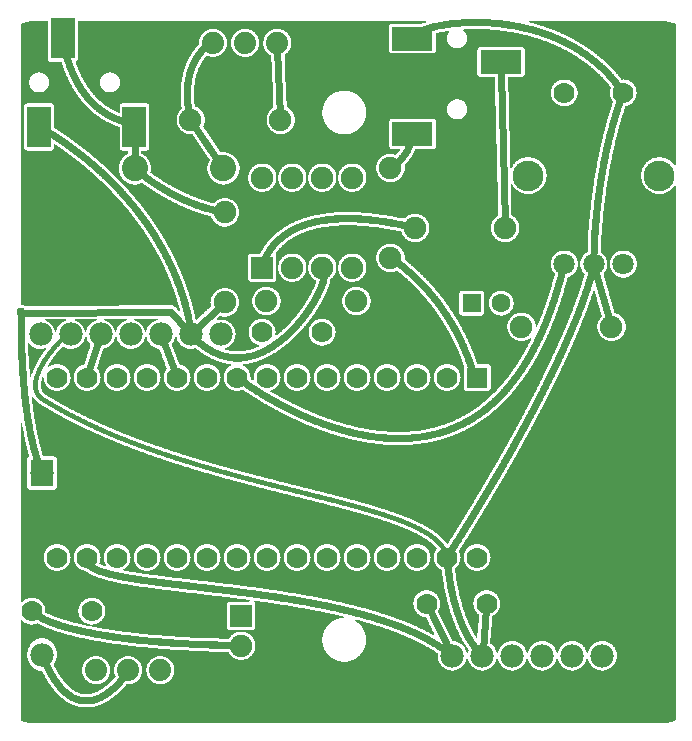
<source format=gtl>
G04 MADE WITH FRITZING*
G04 WWW.FRITZING.ORG*
G04 DOUBLE SIDED*
G04 HOLES PLATED*
G04 CONTOUR ON CENTER OF CONTOUR VECTOR*
%ASAXBY*%
%FSLAX23Y23*%
%MOIN*%
%OFA0B0*%
%SFA1.0B1.0*%
%ADD10C,0.075000*%
%ADD11C,0.087500*%
%ADD12C,0.078000*%
%ADD13C,0.062992*%
%ADD14C,0.070000*%
%ADD15C,0.078038*%
%ADD16C,0.070866*%
%ADD17C,0.102677*%
%ADD18C,0.074000*%
%ADD19R,0.078743X0.137795*%
%ADD20R,0.078740X0.137795*%
%ADD21R,0.137795X0.078743*%
%ADD22R,0.137795X0.078740*%
%ADD23R,0.075000X0.075000*%
%ADD24R,0.062992X0.062992*%
%ADD25R,0.078038X0.087285*%
%ADD26R,0.070000X0.069972*%
%ADD27C,0.024000*%
%ADD28C,0.000100*%
%ADD29R,0.001000X0.001000*%
%LNCOPPER1*%
G90*
G70*
G54D10*
X77Y152D03*
X270Y1093D03*
G54D11*
X411Y1880D03*
X706Y1880D03*
G54D12*
X1469Y255D03*
X1569Y255D03*
X1669Y255D03*
X1769Y255D03*
X1869Y255D03*
X1969Y255D03*
X98Y1327D03*
X198Y1327D03*
X298Y1327D03*
X398Y1327D03*
X498Y1327D03*
X598Y1327D03*
X698Y1327D03*
G54D10*
X836Y1549D03*
X836Y1849D03*
X936Y1549D03*
X936Y1849D03*
X1036Y1549D03*
X1036Y1849D03*
X1136Y1549D03*
X1136Y1849D03*
G54D13*
X1534Y1431D03*
X1633Y1431D03*
G54D10*
X897Y2042D03*
X597Y2042D03*
G54D14*
X835Y1334D03*
X1035Y1334D03*
G54D10*
X1645Y1682D03*
X1345Y1682D03*
X1263Y1882D03*
X1263Y1582D03*
X2000Y1352D03*
X1700Y1352D03*
X711Y1434D03*
X711Y1734D03*
X850Y1438D03*
X1150Y1438D03*
G54D15*
X102Y259D03*
X102Y865D03*
X102Y259D03*
X102Y865D03*
G54D16*
X1843Y1561D03*
X1941Y1561D03*
X2039Y1561D03*
G54D14*
X1842Y2132D03*
X2039Y2132D03*
G54D17*
X1723Y1856D03*
X2160Y1856D03*
G54D18*
X886Y2298D03*
X779Y2298D03*
X672Y2298D03*
X886Y2298D03*
X779Y2298D03*
X672Y2298D03*
X282Y207D03*
X389Y207D03*
X496Y207D03*
X282Y207D03*
X389Y207D03*
X496Y207D03*
G54D10*
X766Y389D03*
X766Y289D03*
G54D14*
X1552Y1183D03*
X1452Y1183D03*
X1352Y1183D03*
X1252Y1183D03*
X1152Y1183D03*
X1052Y1183D03*
X952Y1183D03*
X852Y1183D03*
X752Y1183D03*
X652Y1183D03*
X552Y1183D03*
X452Y1183D03*
X352Y1183D03*
X252Y1183D03*
X152Y1183D03*
X1552Y583D03*
X1452Y583D03*
X1352Y583D03*
X1252Y583D03*
X1152Y583D03*
X1052Y583D03*
X952Y583D03*
X852Y583D03*
X752Y583D03*
X652Y583D03*
X552Y583D03*
X452Y583D03*
X352Y583D03*
X252Y583D03*
X152Y583D03*
X1584Y429D03*
X1384Y429D03*
X268Y404D03*
X68Y404D03*
G54D19*
X92Y2018D03*
G54D20*
X410Y2018D03*
G54D19*
X171Y2314D03*
G54D21*
X1337Y2313D03*
G54D22*
X1337Y1995D03*
G54D21*
X1632Y2235D03*
G54D23*
X836Y1549D03*
G54D24*
X1534Y1431D03*
G54D25*
X102Y864D03*
X102Y864D03*
G54D23*
X766Y389D03*
G54D26*
X1552Y1183D03*
G54D27*
X897Y2059D02*
X887Y2278D01*
D02*
X411Y1955D02*
X411Y1899D01*
D02*
X607Y2027D02*
X696Y1896D01*
D02*
X612Y1340D02*
X698Y1422D01*
D02*
X1571Y274D02*
X1583Y414D01*
D02*
X1461Y272D02*
X1391Y415D01*
D02*
X1540Y1195D02*
X1540Y1195D01*
D02*
X1633Y2201D02*
X1645Y1699D01*
D02*
X1337Y1995D02*
X1327Y1999D01*
D02*
X600Y1328D02*
X600Y1328D01*
D02*
X1947Y1540D02*
X1995Y1369D01*
D02*
X531Y1402D02*
X585Y1341D01*
D02*
X407Y2030D02*
X410Y2018D01*
D02*
X29Y1399D02*
X531Y1402D01*
D02*
X292Y1309D02*
X257Y1200D01*
D02*
X504Y1309D02*
X546Y1200D01*
G54D28*
G36*
X60Y1297D02*
X63Y1293D01*
X64Y1292D01*
X70Y1287D01*
X71Y1286D01*
X79Y1282D01*
X80Y1282D01*
X87Y1279D01*
X92Y1278D01*
X93Y1278D01*
X98Y1278D01*
X102Y1278D01*
X103Y1278D01*
X107Y1279D01*
X109Y1280D01*
X112Y1281D01*
X113Y1281D01*
X113Y1281D01*
X114Y1280D01*
X114Y1280D01*
X115Y1279D01*
X115Y1278D01*
X115Y1278D01*
X115Y1277D01*
X115Y1277D01*
X106Y1265D01*
X92Y1245D01*
X81Y1224D01*
X76Y1213D01*
X71Y1203D01*
X67Y1192D01*
X66Y1185D01*
X65Y1185D01*
X65Y1184D01*
X64Y1184D01*
X63Y1184D01*
X63Y1184D01*
X62Y1184D01*
X61Y1185D01*
X61Y1186D01*
X61Y1186D01*
X61Y1190D01*
X58Y1234D01*
X56Y1275D01*
X56Y1295D01*
X56Y1296D01*
X56Y1297D01*
X57Y1297D01*
X58Y1297D01*
X58Y1297D01*
X60Y1297D01*
D02*
G37*
D02*
G36*
X60Y1297D02*
X63Y1293D01*
X64Y1292D01*
X70Y1287D01*
X71Y1286D01*
X79Y1282D01*
X80Y1282D01*
X87Y1279D01*
X92Y1278D01*
X93Y1278D01*
X98Y1278D01*
X102Y1278D01*
X103Y1278D01*
X107Y1279D01*
X109Y1280D01*
X112Y1281D01*
X113Y1281D01*
X113Y1281D01*
X114Y1280D01*
X114Y1280D01*
X115Y1279D01*
X115Y1278D01*
X115Y1278D01*
X115Y1277D01*
X115Y1277D01*
X106Y1265D01*
X92Y1245D01*
X81Y1224D01*
X76Y1213D01*
X71Y1203D01*
X67Y1192D01*
X66Y1185D01*
X65Y1185D01*
X65Y1184D01*
X64Y1184D01*
X63Y1184D01*
X63Y1184D01*
X62Y1184D01*
X61Y1185D01*
X61Y1186D01*
X61Y1186D01*
X61Y1190D01*
X58Y1234D01*
X56Y1275D01*
X56Y1295D01*
X56Y1296D01*
X56Y1297D01*
X57Y1297D01*
X58Y1297D01*
X58Y1297D01*
X60Y1297D01*
D02*
G37*
D02*
G36*
X487Y1379D02*
X487Y1379D01*
X488Y1378D01*
X488Y1377D01*
X488Y1376D01*
X487Y1375D01*
X487Y1375D01*
X479Y1372D01*
X470Y1368D01*
X470Y1367D01*
X463Y1362D01*
X462Y1361D01*
X457Y1355D01*
X457Y1354D01*
X453Y1346D01*
X450Y1338D01*
X450Y1337D01*
X449Y1336D01*
X448Y1336D01*
X447Y1336D01*
X447Y1337D01*
X446Y1337D01*
X446Y1337D01*
X445Y1338D01*
X443Y1346D01*
X438Y1355D01*
X433Y1362D01*
X432Y1362D01*
X425Y1368D01*
X417Y1372D01*
X410Y1374D01*
X409Y1375D01*
X409Y1375D01*
X409Y1377D01*
X409Y1377D01*
X409Y1378D01*
X410Y1378D01*
X410Y1379D01*
X411Y1379D01*
X486Y1379D01*
X487Y1379D01*
D02*
G37*
D02*
G36*
X487Y1379D02*
X487Y1379D01*
X488Y1378D01*
X488Y1377D01*
X488Y1376D01*
X487Y1375D01*
X487Y1375D01*
X479Y1372D01*
X470Y1368D01*
X470Y1367D01*
X463Y1362D01*
X462Y1361D01*
X457Y1355D01*
X457Y1354D01*
X453Y1346D01*
X450Y1338D01*
X450Y1337D01*
X449Y1336D01*
X448Y1336D01*
X447Y1336D01*
X447Y1337D01*
X446Y1337D01*
X446Y1337D01*
X445Y1338D01*
X443Y1346D01*
X438Y1355D01*
X433Y1362D01*
X432Y1362D01*
X425Y1368D01*
X417Y1372D01*
X410Y1374D01*
X409Y1375D01*
X409Y1375D01*
X409Y1377D01*
X409Y1377D01*
X409Y1378D01*
X410Y1378D01*
X410Y1379D01*
X411Y1379D01*
X486Y1379D01*
X487Y1379D01*
D02*
G37*
D02*
G36*
X284Y1378D02*
X284Y1378D01*
X285Y1377D01*
X285Y1376D01*
X285Y1375D01*
X285Y1374D01*
X284Y1374D01*
X279Y1372D01*
X270Y1368D01*
X270Y1367D01*
X263Y1362D01*
X262Y1361D01*
X257Y1355D01*
X257Y1354D01*
X253Y1346D01*
X250Y1338D01*
X250Y1337D01*
X249Y1336D01*
X248Y1336D01*
X247Y1336D01*
X247Y1337D01*
X246Y1337D01*
X246Y1337D01*
X245Y1338D01*
X243Y1346D01*
X238Y1355D01*
X233Y1362D01*
X232Y1362D01*
X225Y1368D01*
X217Y1372D01*
X213Y1373D01*
X212Y1374D01*
X212Y1375D01*
X211Y1376D01*
X212Y1377D01*
X212Y1377D01*
X213Y1378D01*
X213Y1378D01*
X214Y1378D01*
X283Y1378D01*
X284Y1378D01*
D02*
G37*
D02*
G36*
X284Y1378D02*
X284Y1378D01*
X285Y1377D01*
X285Y1376D01*
X285Y1375D01*
X285Y1374D01*
X284Y1374D01*
X279Y1372D01*
X270Y1368D01*
X270Y1367D01*
X263Y1362D01*
X262Y1361D01*
X257Y1355D01*
X257Y1354D01*
X253Y1346D01*
X250Y1338D01*
X250Y1337D01*
X249Y1336D01*
X248Y1336D01*
X247Y1336D01*
X247Y1337D01*
X246Y1337D01*
X246Y1337D01*
X245Y1338D01*
X243Y1346D01*
X238Y1355D01*
X233Y1362D01*
X232Y1362D01*
X225Y1368D01*
X217Y1372D01*
X213Y1373D01*
X212Y1374D01*
X212Y1375D01*
X211Y1376D01*
X212Y1377D01*
X212Y1377D01*
X213Y1378D01*
X213Y1378D01*
X214Y1378D01*
X283Y1378D01*
X284Y1378D01*
D02*
G37*
D02*
G36*
X182Y1378D02*
X183Y1377D01*
X183Y1377D01*
X184Y1376D01*
X184Y1375D01*
X183Y1374D01*
X182Y1373D01*
X179Y1372D01*
X170Y1368D01*
X170Y1367D01*
X163Y1362D01*
X162Y1361D01*
X157Y1355D01*
X157Y1354D01*
X153Y1346D01*
X150Y1338D01*
X150Y1337D01*
X149Y1336D01*
X148Y1336D01*
X147Y1336D01*
X147Y1337D01*
X146Y1337D01*
X146Y1337D01*
X145Y1338D01*
X143Y1346D01*
X138Y1355D01*
X133Y1362D01*
X132Y1362D01*
X125Y1368D01*
X117Y1372D01*
X114Y1373D01*
X114Y1374D01*
X113Y1374D01*
X113Y1375D01*
X113Y1376D01*
X113Y1377D01*
X114Y1377D01*
X114Y1378D01*
X115Y1378D01*
X182Y1378D01*
X182Y1378D01*
D02*
G37*
D02*
G36*
X182Y1378D02*
X183Y1377D01*
X183Y1377D01*
X184Y1376D01*
X184Y1375D01*
X183Y1374D01*
X182Y1373D01*
X179Y1372D01*
X170Y1368D01*
X170Y1367D01*
X163Y1362D01*
X162Y1361D01*
X157Y1355D01*
X157Y1354D01*
X153Y1346D01*
X150Y1338D01*
X150Y1337D01*
X149Y1336D01*
X148Y1336D01*
X147Y1336D01*
X147Y1337D01*
X146Y1337D01*
X146Y1337D01*
X145Y1338D01*
X143Y1346D01*
X138Y1355D01*
X133Y1362D01*
X132Y1362D01*
X125Y1368D01*
X117Y1372D01*
X114Y1373D01*
X114Y1374D01*
X113Y1374D01*
X113Y1375D01*
X113Y1376D01*
X113Y1377D01*
X114Y1377D01*
X114Y1378D01*
X115Y1378D01*
X182Y1378D01*
X182Y1378D01*
D02*
G37*
D02*
G36*
X385Y1379D02*
X386Y1378D01*
X386Y1377D01*
X387Y1377D01*
X386Y1376D01*
X386Y1375D01*
X385Y1374D01*
X379Y1372D01*
X370Y1368D01*
X370Y1367D01*
X363Y1362D01*
X362Y1361D01*
X357Y1355D01*
X357Y1354D01*
X353Y1346D01*
X350Y1338D01*
X350Y1337D01*
X349Y1336D01*
X348Y1336D01*
X347Y1336D01*
X347Y1337D01*
X346Y1337D01*
X346Y1337D01*
X345Y1338D01*
X343Y1346D01*
X338Y1355D01*
X333Y1362D01*
X332Y1362D01*
X325Y1368D01*
X317Y1372D01*
X311Y1374D01*
X311Y1374D01*
X310Y1375D01*
X310Y1376D01*
X310Y1377D01*
X311Y1378D01*
X312Y1378D01*
X313Y1379D01*
X384Y1379D01*
X385Y1379D01*
D02*
G37*
D02*
G36*
X385Y1379D02*
X386Y1378D01*
X386Y1377D01*
X387Y1377D01*
X386Y1376D01*
X386Y1375D01*
X385Y1374D01*
X379Y1372D01*
X370Y1368D01*
X370Y1367D01*
X363Y1362D01*
X362Y1361D01*
X357Y1355D01*
X357Y1354D01*
X353Y1346D01*
X350Y1338D01*
X350Y1337D01*
X349Y1336D01*
X348Y1336D01*
X347Y1336D01*
X347Y1337D01*
X346Y1337D01*
X346Y1337D01*
X345Y1338D01*
X343Y1346D01*
X338Y1355D01*
X333Y1362D01*
X332Y1362D01*
X325Y1368D01*
X317Y1372D01*
X311Y1374D01*
X311Y1374D01*
X310Y1375D01*
X310Y1376D01*
X310Y1377D01*
X311Y1378D01*
X312Y1378D01*
X313Y1379D01*
X384Y1379D01*
X385Y1379D01*
D02*
G37*
D02*
G36*
X2163Y1888D02*
X2166Y1887D01*
X2171Y1885D01*
X2177Y1882D01*
X2182Y1879D01*
X2185Y1874D01*
X2188Y1869D01*
X2188Y1869D01*
X2190Y1862D01*
X2191Y1860D01*
X2191Y1856D01*
X2191Y1853D01*
X2190Y1850D01*
X2188Y1844D01*
X2185Y1839D01*
X2181Y1834D01*
X2177Y1830D01*
X2172Y1828D01*
X2165Y1826D01*
X2163Y1825D01*
X2159Y1825D01*
X2156Y1825D01*
X2153Y1826D01*
X2147Y1828D01*
X2142Y1830D01*
X2137Y1835D01*
X2133Y1839D01*
X2130Y1845D01*
X2129Y1850D01*
X2128Y1853D01*
X2128Y1856D01*
X2128Y1860D01*
X2129Y1863D01*
X2131Y1868D01*
X2134Y1874D01*
X2137Y1879D01*
X2142Y1883D01*
X2148Y1885D01*
X2153Y1887D01*
X2156Y1888D01*
X2159Y1888D01*
X2163Y1888D01*
D02*
G37*
D02*
G36*
X2163Y1888D02*
X2166Y1887D01*
X2171Y1885D01*
X2177Y1882D01*
X2182Y1879D01*
X2185Y1874D01*
X2188Y1869D01*
X2188Y1869D01*
X2190Y1862D01*
X2191Y1860D01*
X2191Y1856D01*
X2191Y1853D01*
X2190Y1850D01*
X2188Y1844D01*
X2185Y1839D01*
X2181Y1834D01*
X2177Y1830D01*
X2172Y1828D01*
X2165Y1826D01*
X2163Y1825D01*
X2159Y1825D01*
X2156Y1825D01*
X2153Y1826D01*
X2147Y1828D01*
X2142Y1830D01*
X2137Y1835D01*
X2133Y1839D01*
X2130Y1845D01*
X2129Y1850D01*
X2128Y1853D01*
X2128Y1856D01*
X2128Y1860D01*
X2129Y1863D01*
X2131Y1868D01*
X2134Y1874D01*
X2137Y1879D01*
X2142Y1883D01*
X2148Y1885D01*
X2153Y1887D01*
X2156Y1888D01*
X2159Y1888D01*
X2163Y1888D01*
D02*
G37*
D02*
G36*
X1726Y1888D02*
X1729Y1887D01*
X1734Y1885D01*
X1740Y1883D01*
X1745Y1878D01*
X1748Y1874D01*
X1751Y1869D01*
X1751Y1869D01*
X1753Y1862D01*
X1754Y1860D01*
X1754Y1856D01*
X1754Y1853D01*
X1753Y1850D01*
X1751Y1844D01*
X1748Y1839D01*
X1745Y1835D01*
X1740Y1830D01*
X1735Y1828D01*
X1728Y1826D01*
X1726Y1825D01*
X1722Y1825D01*
X1719Y1825D01*
X1716Y1826D01*
X1710Y1828D01*
X1705Y1830D01*
X1700Y1835D01*
X1696Y1839D01*
X1693Y1845D01*
X1692Y1851D01*
X1691Y1853D01*
X1691Y1856D01*
X1691Y1860D01*
X1692Y1863D01*
X1694Y1868D01*
X1697Y1874D01*
X1700Y1879D01*
X1705Y1883D01*
X1711Y1885D01*
X1716Y1887D01*
X1719Y1888D01*
X1722Y1888D01*
X1726Y1888D01*
D02*
G37*
D02*
G36*
X1726Y1888D02*
X1729Y1887D01*
X1734Y1885D01*
X1740Y1883D01*
X1745Y1878D01*
X1748Y1874D01*
X1751Y1869D01*
X1751Y1869D01*
X1753Y1862D01*
X1754Y1860D01*
X1754Y1856D01*
X1754Y1853D01*
X1753Y1850D01*
X1751Y1844D01*
X1748Y1839D01*
X1745Y1835D01*
X1740Y1830D01*
X1735Y1828D01*
X1728Y1826D01*
X1726Y1825D01*
X1722Y1825D01*
X1719Y1825D01*
X1716Y1826D01*
X1710Y1828D01*
X1705Y1830D01*
X1700Y1835D01*
X1696Y1839D01*
X1693Y1845D01*
X1692Y1851D01*
X1691Y1853D01*
X1691Y1856D01*
X1691Y1860D01*
X1692Y1863D01*
X1694Y1868D01*
X1697Y1874D01*
X1700Y1879D01*
X1705Y1883D01*
X1711Y1885D01*
X1716Y1887D01*
X1719Y1888D01*
X1722Y1888D01*
X1726Y1888D01*
D02*
G37*
D02*
G54D29*
X1515Y2378D02*
X1580Y2378D01*
X1498Y2377D02*
X1598Y2377D01*
X1485Y2376D02*
X1611Y2376D01*
X1475Y2375D02*
X1622Y2375D01*
X1466Y2374D02*
X1631Y2374D01*
X1458Y2373D02*
X1639Y2373D01*
X1451Y2372D02*
X1647Y2372D01*
X69Y2371D02*
X120Y2371D01*
X222Y2371D02*
X1380Y2371D01*
X1444Y2371D02*
X1654Y2371D01*
X1728Y2371D02*
X2175Y2371D01*
X60Y2370D02*
X121Y2370D01*
X221Y2370D02*
X1380Y2370D01*
X1438Y2370D02*
X1661Y2370D01*
X1727Y2370D02*
X2185Y2370D01*
X54Y2369D02*
X121Y2369D01*
X221Y2369D02*
X1381Y2369D01*
X1432Y2369D02*
X1667Y2369D01*
X1727Y2369D02*
X2191Y2369D01*
X50Y2368D02*
X121Y2368D01*
X221Y2368D02*
X1380Y2368D01*
X1427Y2368D02*
X1673Y2368D01*
X1727Y2368D02*
X2195Y2368D01*
X46Y2367D02*
X121Y2367D01*
X221Y2367D02*
X1380Y2367D01*
X1422Y2367D02*
X1679Y2367D01*
X1728Y2367D02*
X2199Y2367D01*
X43Y2366D02*
X121Y2366D01*
X221Y2366D02*
X1377Y2366D01*
X1417Y2366D02*
X1684Y2366D01*
X1731Y2366D02*
X2202Y2366D01*
X40Y2365D02*
X121Y2365D01*
X221Y2365D02*
X1374Y2365D01*
X1412Y2365D02*
X1689Y2365D01*
X1735Y2365D02*
X2205Y2365D01*
X37Y2364D02*
X121Y2364D01*
X221Y2364D02*
X1371Y2364D01*
X1408Y2364D02*
X1694Y2364D01*
X1738Y2364D02*
X2207Y2364D01*
X35Y2363D02*
X121Y2363D01*
X221Y2363D02*
X1368Y2363D01*
X1404Y2363D02*
X1699Y2363D01*
X1742Y2363D02*
X2210Y2363D01*
X34Y2362D02*
X121Y2362D01*
X221Y2362D02*
X1264Y2362D01*
X1400Y2362D02*
X1704Y2362D01*
X1746Y2362D02*
X2211Y2362D01*
X32Y2361D02*
X121Y2361D01*
X221Y2361D02*
X1262Y2361D01*
X1396Y2361D02*
X1708Y2361D01*
X1749Y2361D02*
X2213Y2361D01*
X31Y2360D02*
X121Y2360D01*
X221Y2360D02*
X1261Y2360D01*
X1393Y2360D02*
X1713Y2360D01*
X1753Y2360D02*
X2214Y2360D01*
X31Y2359D02*
X121Y2359D01*
X221Y2359D02*
X1260Y2359D01*
X1389Y2359D02*
X1717Y2359D01*
X1757Y2359D02*
X2214Y2359D01*
X31Y2358D02*
X121Y2358D01*
X221Y2358D02*
X1259Y2358D01*
X1386Y2358D02*
X1721Y2358D01*
X1760Y2358D02*
X2214Y2358D01*
X31Y2357D02*
X121Y2357D01*
X221Y2357D02*
X1259Y2357D01*
X1383Y2357D02*
X1725Y2357D01*
X1763Y2357D02*
X2214Y2357D01*
X31Y2356D02*
X121Y2356D01*
X221Y2356D02*
X1258Y2356D01*
X1379Y2356D02*
X1729Y2356D01*
X1766Y2356D02*
X2214Y2356D01*
X31Y2355D02*
X121Y2355D01*
X221Y2355D02*
X1258Y2355D01*
X1377Y2355D02*
X1733Y2355D01*
X1769Y2355D02*
X2214Y2355D01*
X31Y2354D02*
X121Y2354D01*
X221Y2354D02*
X1258Y2354D01*
X1374Y2354D02*
X1513Y2354D01*
X1581Y2354D02*
X1737Y2354D01*
X1772Y2354D02*
X2214Y2354D01*
X31Y2353D02*
X121Y2353D01*
X221Y2353D02*
X1258Y2353D01*
X1371Y2353D02*
X1497Y2353D01*
X1598Y2353D02*
X1740Y2353D01*
X1775Y2353D02*
X2214Y2353D01*
X31Y2352D02*
X121Y2352D01*
X221Y2352D02*
X1258Y2352D01*
X1368Y2352D02*
X1484Y2352D01*
X1611Y2352D02*
X1744Y2352D01*
X1778Y2352D02*
X2214Y2352D01*
X31Y2351D02*
X121Y2351D01*
X221Y2351D02*
X1258Y2351D01*
X1366Y2351D02*
X1475Y2351D01*
X1622Y2351D02*
X1747Y2351D01*
X1781Y2351D02*
X2214Y2351D01*
X31Y2350D02*
X121Y2350D01*
X221Y2350D02*
X1258Y2350D01*
X1363Y2350D02*
X1466Y2350D01*
X1631Y2350D02*
X1751Y2350D01*
X1784Y2350D02*
X2214Y2350D01*
X31Y2349D02*
X121Y2349D01*
X221Y2349D02*
X1258Y2349D01*
X1361Y2349D02*
X1458Y2349D01*
X1639Y2349D02*
X1754Y2349D01*
X1787Y2349D02*
X2214Y2349D01*
X31Y2348D02*
X121Y2348D01*
X221Y2348D02*
X1258Y2348D01*
X1359Y2348D02*
X1451Y2348D01*
X1647Y2348D02*
X1757Y2348D01*
X1790Y2348D02*
X2214Y2348D01*
X31Y2347D02*
X121Y2347D01*
X221Y2347D02*
X1258Y2347D01*
X1357Y2347D02*
X1445Y2347D01*
X1654Y2347D02*
X1761Y2347D01*
X1793Y2347D02*
X2214Y2347D01*
X31Y2346D02*
X121Y2346D01*
X221Y2346D02*
X1258Y2346D01*
X1355Y2346D02*
X1439Y2346D01*
X1660Y2346D02*
X1764Y2346D01*
X1795Y2346D02*
X2214Y2346D01*
X31Y2345D02*
X121Y2345D01*
X221Y2345D02*
X669Y2345D01*
X676Y2345D02*
X776Y2345D01*
X783Y2345D02*
X883Y2345D01*
X890Y2345D02*
X1258Y2345D01*
X1353Y2345D02*
X1433Y2345D01*
X1666Y2345D02*
X1767Y2345D01*
X1798Y2345D02*
X2214Y2345D01*
X31Y2344D02*
X121Y2344D01*
X221Y2344D02*
X661Y2344D01*
X683Y2344D02*
X768Y2344D01*
X790Y2344D02*
X875Y2344D01*
X897Y2344D02*
X1258Y2344D01*
X1351Y2344D02*
X1428Y2344D01*
X1516Y2344D02*
X1579Y2344D01*
X1672Y2344D02*
X1770Y2344D01*
X1801Y2344D02*
X2214Y2344D01*
X31Y2343D02*
X121Y2343D01*
X221Y2343D02*
X658Y2343D01*
X686Y2343D02*
X765Y2343D01*
X793Y2343D02*
X872Y2343D01*
X900Y2343D02*
X1258Y2343D01*
X1349Y2343D02*
X1423Y2343D01*
X1508Y2343D02*
X1595Y2343D01*
X1678Y2343D02*
X1773Y2343D01*
X1803Y2343D02*
X2214Y2343D01*
X31Y2342D02*
X121Y2342D01*
X221Y2342D02*
X655Y2342D01*
X689Y2342D02*
X762Y2342D01*
X796Y2342D02*
X869Y2342D01*
X903Y2342D02*
X1258Y2342D01*
X1347Y2342D02*
X1418Y2342D01*
X1507Y2342D02*
X1609Y2342D01*
X1683Y2342D02*
X1776Y2342D01*
X1806Y2342D02*
X2214Y2342D01*
X31Y2341D02*
X121Y2341D01*
X221Y2341D02*
X652Y2341D01*
X692Y2341D02*
X759Y2341D01*
X799Y2341D02*
X866Y2341D01*
X906Y2341D02*
X1258Y2341D01*
X1346Y2341D02*
X1414Y2341D01*
X1507Y2341D02*
X1619Y2341D01*
X1688Y2341D02*
X1779Y2341D01*
X1808Y2341D02*
X2214Y2341D01*
X31Y2340D02*
X121Y2340D01*
X221Y2340D02*
X651Y2340D01*
X694Y2340D02*
X758Y2340D01*
X801Y2340D02*
X865Y2340D01*
X908Y2340D02*
X1258Y2340D01*
X1344Y2340D02*
X1410Y2340D01*
X1507Y2340D02*
X1629Y2340D01*
X1693Y2340D02*
X1782Y2340D01*
X1811Y2340D02*
X2214Y2340D01*
X31Y2339D02*
X121Y2339D01*
X221Y2339D02*
X649Y2339D01*
X695Y2339D02*
X756Y2339D01*
X802Y2339D02*
X863Y2339D01*
X909Y2339D02*
X1258Y2339D01*
X1343Y2339D02*
X1406Y2339D01*
X1508Y2339D02*
X1637Y2339D01*
X1698Y2339D02*
X1785Y2339D01*
X1814Y2339D02*
X2214Y2339D01*
X31Y2338D02*
X121Y2338D01*
X221Y2338D02*
X647Y2338D01*
X697Y2338D02*
X754Y2338D01*
X804Y2338D02*
X861Y2338D01*
X911Y2338D02*
X1258Y2338D01*
X1341Y2338D02*
X1402Y2338D01*
X1453Y2338D02*
X1459Y2338D01*
X1509Y2338D02*
X1644Y2338D01*
X1703Y2338D02*
X1787Y2338D01*
X1816Y2338D02*
X2214Y2338D01*
X31Y2337D02*
X121Y2337D01*
X221Y2337D02*
X645Y2337D01*
X699Y2337D02*
X752Y2337D01*
X806Y2337D02*
X859Y2337D01*
X913Y2337D02*
X1258Y2337D01*
X1340Y2337D02*
X1398Y2337D01*
X1447Y2337D02*
X1459Y2337D01*
X1510Y2337D02*
X1651Y2337D01*
X1707Y2337D02*
X1790Y2337D01*
X1819Y2337D02*
X2214Y2337D01*
X31Y2336D02*
X121Y2336D01*
X221Y2336D02*
X644Y2336D01*
X700Y2336D02*
X751Y2336D01*
X807Y2336D02*
X858Y2336D01*
X914Y2336D02*
X1258Y2336D01*
X1339Y2336D02*
X1395Y2336D01*
X1440Y2336D02*
X1460Y2336D01*
X1511Y2336D02*
X1658Y2336D01*
X1711Y2336D02*
X1793Y2336D01*
X1821Y2336D02*
X2214Y2336D01*
X31Y2335D02*
X121Y2335D01*
X221Y2335D02*
X643Y2335D01*
X702Y2335D02*
X750Y2335D01*
X809Y2335D02*
X857Y2335D01*
X916Y2335D02*
X1258Y2335D01*
X1338Y2335D02*
X1392Y2335D01*
X1435Y2335D02*
X1459Y2335D01*
X1512Y2335D02*
X1664Y2335D01*
X1715Y2335D02*
X1796Y2335D01*
X1823Y2335D02*
X2214Y2335D01*
X31Y2334D02*
X121Y2334D01*
X221Y2334D02*
X641Y2334D01*
X703Y2334D02*
X748Y2334D01*
X810Y2334D02*
X855Y2334D01*
X917Y2334D02*
X1258Y2334D01*
X1336Y2334D02*
X1388Y2334D01*
X1430Y2334D02*
X1458Y2334D01*
X1513Y2334D02*
X1670Y2334D01*
X1720Y2334D02*
X1798Y2334D01*
X1825Y2334D02*
X2214Y2334D01*
X31Y2333D02*
X121Y2333D01*
X221Y2333D02*
X640Y2333D01*
X704Y2333D02*
X747Y2333D01*
X811Y2333D02*
X854Y2333D01*
X918Y2333D02*
X1258Y2333D01*
X1335Y2333D02*
X1385Y2333D01*
X1425Y2333D02*
X1458Y2333D01*
X1514Y2333D02*
X1675Y2333D01*
X1723Y2333D02*
X1801Y2333D01*
X1828Y2333D02*
X2214Y2333D01*
X31Y2332D02*
X121Y2332D01*
X221Y2332D02*
X639Y2332D01*
X705Y2332D02*
X746Y2332D01*
X812Y2332D02*
X853Y2332D01*
X919Y2332D02*
X1258Y2332D01*
X1334Y2332D02*
X1383Y2332D01*
X1420Y2332D02*
X1457Y2332D01*
X1514Y2332D02*
X1681Y2332D01*
X1727Y2332D02*
X1803Y2332D01*
X1830Y2332D02*
X2214Y2332D01*
X31Y2331D02*
X121Y2331D01*
X221Y2331D02*
X638Y2331D01*
X706Y2331D02*
X745Y2331D01*
X813Y2331D02*
X852Y2331D01*
X920Y2331D02*
X1258Y2331D01*
X1334Y2331D02*
X1380Y2331D01*
X1418Y2331D02*
X1456Y2331D01*
X1515Y2331D02*
X1686Y2331D01*
X1731Y2331D02*
X1806Y2331D01*
X1832Y2331D02*
X2214Y2331D01*
X31Y2330D02*
X121Y2330D01*
X221Y2330D02*
X637Y2330D01*
X707Y2330D02*
X744Y2330D01*
X814Y2330D02*
X851Y2330D01*
X921Y2330D02*
X1258Y2330D01*
X1333Y2330D02*
X1377Y2330D01*
X1417Y2330D02*
X1456Y2330D01*
X1515Y2330D02*
X1691Y2330D01*
X1735Y2330D02*
X1808Y2330D01*
X1834Y2330D02*
X2214Y2330D01*
X31Y2329D02*
X121Y2329D01*
X221Y2329D02*
X636Y2329D01*
X708Y2329D02*
X743Y2329D01*
X815Y2329D02*
X850Y2329D01*
X922Y2329D02*
X1258Y2329D01*
X1332Y2329D02*
X1374Y2329D01*
X1417Y2329D02*
X1455Y2329D01*
X1516Y2329D02*
X1695Y2329D01*
X1738Y2329D02*
X1811Y2329D01*
X1837Y2329D02*
X2214Y2329D01*
X31Y2328D02*
X121Y2328D01*
X221Y2328D02*
X635Y2328D01*
X709Y2328D02*
X742Y2328D01*
X816Y2328D02*
X849Y2328D01*
X923Y2328D02*
X1258Y2328D01*
X1331Y2328D02*
X1372Y2328D01*
X1417Y2328D02*
X1455Y2328D01*
X1516Y2328D02*
X1700Y2328D01*
X1742Y2328D02*
X1813Y2328D01*
X1839Y2328D02*
X2214Y2328D01*
X31Y2327D02*
X121Y2327D01*
X221Y2327D02*
X635Y2327D01*
X710Y2327D02*
X742Y2327D01*
X817Y2327D02*
X849Y2327D01*
X923Y2327D02*
X1258Y2327D01*
X1331Y2327D02*
X1370Y2327D01*
X1417Y2327D02*
X1454Y2327D01*
X1517Y2327D02*
X1704Y2327D01*
X1745Y2327D02*
X1816Y2327D01*
X1841Y2327D02*
X2214Y2327D01*
X31Y2326D02*
X121Y2326D01*
X221Y2326D02*
X634Y2326D01*
X710Y2326D02*
X741Y2326D01*
X817Y2326D02*
X848Y2326D01*
X924Y2326D02*
X1258Y2326D01*
X1330Y2326D02*
X1367Y2326D01*
X1417Y2326D02*
X1454Y2326D01*
X1517Y2326D02*
X1709Y2326D01*
X1749Y2326D02*
X1818Y2326D01*
X1843Y2326D02*
X2214Y2326D01*
X31Y2325D02*
X121Y2325D01*
X168Y2325D02*
X174Y2325D01*
X221Y2325D02*
X633Y2325D01*
X711Y2325D02*
X740Y2325D01*
X818Y2325D02*
X847Y2325D01*
X925Y2325D02*
X1258Y2325D01*
X1329Y2325D02*
X1365Y2325D01*
X1417Y2325D02*
X1454Y2325D01*
X1518Y2325D02*
X1713Y2325D01*
X1752Y2325D02*
X1820Y2325D01*
X1846Y2325D02*
X2214Y2325D01*
X31Y2324D02*
X121Y2324D01*
X165Y2324D02*
X177Y2324D01*
X221Y2324D02*
X632Y2324D01*
X712Y2324D02*
X739Y2324D01*
X819Y2324D02*
X846Y2324D01*
X926Y2324D02*
X1258Y2324D01*
X1329Y2324D02*
X1363Y2324D01*
X1417Y2324D02*
X1453Y2324D01*
X1518Y2324D02*
X1717Y2324D01*
X1755Y2324D02*
X1823Y2324D01*
X1848Y2324D02*
X2214Y2324D01*
X31Y2323D02*
X121Y2323D01*
X164Y2323D02*
X178Y2323D01*
X221Y2323D02*
X632Y2323D01*
X712Y2323D02*
X739Y2323D01*
X819Y2323D02*
X846Y2323D01*
X926Y2323D02*
X1258Y2323D01*
X1328Y2323D02*
X1362Y2323D01*
X1417Y2323D02*
X1453Y2323D01*
X1518Y2323D02*
X1721Y2323D01*
X1758Y2323D02*
X1825Y2323D01*
X1850Y2323D02*
X2214Y2323D01*
X31Y2322D02*
X121Y2322D01*
X163Y2322D02*
X179Y2322D01*
X221Y2322D02*
X631Y2322D01*
X713Y2322D02*
X738Y2322D01*
X820Y2322D02*
X845Y2322D01*
X927Y2322D02*
X1258Y2322D01*
X1328Y2322D02*
X1360Y2322D01*
X1417Y2322D02*
X1453Y2322D01*
X1519Y2322D02*
X1725Y2322D01*
X1761Y2322D02*
X1827Y2322D01*
X1852Y2322D02*
X2214Y2322D01*
X31Y2321D02*
X121Y2321D01*
X162Y2321D02*
X180Y2321D01*
X221Y2321D02*
X631Y2321D01*
X713Y2321D02*
X738Y2321D01*
X820Y2321D02*
X845Y2321D01*
X927Y2321D02*
X1258Y2321D01*
X1327Y2321D02*
X1358Y2321D01*
X1417Y2321D02*
X1452Y2321D01*
X1519Y2321D02*
X1728Y2321D01*
X1764Y2321D02*
X1830Y2321D01*
X1854Y2321D02*
X2214Y2321D01*
X31Y2320D02*
X121Y2320D01*
X161Y2320D02*
X181Y2320D01*
X221Y2320D02*
X630Y2320D01*
X714Y2320D02*
X737Y2320D01*
X821Y2320D02*
X844Y2320D01*
X928Y2320D02*
X1258Y2320D01*
X1327Y2320D02*
X1356Y2320D01*
X1417Y2320D02*
X1452Y2320D01*
X1519Y2320D02*
X1732Y2320D01*
X1767Y2320D02*
X1832Y2320D01*
X1856Y2320D02*
X2214Y2320D01*
X31Y2319D02*
X121Y2319D01*
X161Y2319D02*
X181Y2319D01*
X221Y2319D02*
X630Y2319D01*
X714Y2319D02*
X737Y2319D01*
X821Y2319D02*
X844Y2319D01*
X928Y2319D02*
X1258Y2319D01*
X1327Y2319D02*
X1355Y2319D01*
X1417Y2319D02*
X1452Y2319D01*
X1519Y2319D02*
X1735Y2319D01*
X1770Y2319D02*
X1834Y2319D01*
X1858Y2319D02*
X2214Y2319D01*
X31Y2318D02*
X121Y2318D01*
X160Y2318D02*
X182Y2318D01*
X221Y2318D02*
X629Y2318D01*
X715Y2318D02*
X736Y2318D01*
X822Y2318D02*
X843Y2318D01*
X929Y2318D02*
X1258Y2318D01*
X1326Y2318D02*
X1354Y2318D01*
X1417Y2318D02*
X1452Y2318D01*
X1519Y2318D02*
X1739Y2318D01*
X1773Y2318D02*
X1836Y2318D01*
X1860Y2318D02*
X2214Y2318D01*
X31Y2317D02*
X121Y2317D01*
X160Y2317D02*
X182Y2317D01*
X221Y2317D02*
X629Y2317D01*
X715Y2317D02*
X736Y2317D01*
X822Y2317D02*
X843Y2317D01*
X929Y2317D02*
X1258Y2317D01*
X1326Y2317D02*
X1352Y2317D01*
X1417Y2317D02*
X1452Y2317D01*
X1519Y2317D02*
X1743Y2317D01*
X1776Y2317D02*
X1838Y2317D01*
X1862Y2317D02*
X2214Y2317D01*
X31Y2316D02*
X121Y2316D01*
X160Y2316D02*
X182Y2316D01*
X221Y2316D02*
X628Y2316D01*
X716Y2316D02*
X735Y2316D01*
X823Y2316D02*
X842Y2316D01*
X930Y2316D02*
X1258Y2316D01*
X1326Y2316D02*
X1351Y2316D01*
X1417Y2316D02*
X1452Y2316D01*
X1520Y2316D02*
X1746Y2316D01*
X1779Y2316D02*
X1840Y2316D01*
X1863Y2316D02*
X2214Y2316D01*
X31Y2315D02*
X121Y2315D01*
X160Y2315D02*
X182Y2315D01*
X221Y2315D02*
X628Y2315D01*
X716Y2315D02*
X735Y2315D01*
X823Y2315D02*
X842Y2315D01*
X930Y2315D02*
X1258Y2315D01*
X1326Y2315D02*
X1350Y2315D01*
X1417Y2315D02*
X1452Y2315D01*
X1520Y2315D02*
X1749Y2315D01*
X1782Y2315D02*
X1843Y2315D01*
X1865Y2315D02*
X2214Y2315D01*
X31Y2314D02*
X121Y2314D01*
X160Y2314D02*
X183Y2314D01*
X221Y2314D02*
X628Y2314D01*
X717Y2314D02*
X735Y2314D01*
X824Y2314D02*
X842Y2314D01*
X931Y2314D02*
X1258Y2314D01*
X1326Y2314D02*
X1349Y2314D01*
X1417Y2314D02*
X1452Y2314D01*
X1520Y2314D02*
X1752Y2314D01*
X1784Y2314D02*
X1845Y2314D01*
X1867Y2314D02*
X2214Y2314D01*
X31Y2313D02*
X121Y2313D01*
X160Y2313D02*
X183Y2313D01*
X221Y2313D02*
X627Y2313D01*
X717Y2313D02*
X734Y2313D01*
X824Y2313D02*
X841Y2313D01*
X931Y2313D02*
X1258Y2313D01*
X1326Y2313D02*
X1349Y2313D01*
X1417Y2313D02*
X1452Y2313D01*
X1520Y2313D02*
X1755Y2313D01*
X1787Y2313D02*
X1847Y2313D01*
X1869Y2313D02*
X2214Y2313D01*
X31Y2312D02*
X121Y2312D01*
X160Y2312D02*
X183Y2312D01*
X221Y2312D02*
X627Y2312D01*
X717Y2312D02*
X734Y2312D01*
X824Y2312D02*
X841Y2312D01*
X931Y2312D02*
X1258Y2312D01*
X1326Y2312D02*
X1349Y2312D01*
X1417Y2312D02*
X1452Y2312D01*
X1520Y2312D02*
X1758Y2312D01*
X1790Y2312D02*
X1849Y2312D01*
X1871Y2312D02*
X2214Y2312D01*
X31Y2311D02*
X121Y2311D01*
X160Y2311D02*
X183Y2311D01*
X221Y2311D02*
X627Y2311D01*
X668Y2311D02*
X673Y2311D01*
X718Y2311D02*
X734Y2311D01*
X825Y2311D02*
X841Y2311D01*
X932Y2311D02*
X1258Y2311D01*
X1326Y2311D02*
X1349Y2311D01*
X1417Y2311D02*
X1452Y2311D01*
X1520Y2311D02*
X1761Y2311D01*
X1792Y2311D02*
X1851Y2311D01*
X1873Y2311D02*
X2214Y2311D01*
X31Y2310D02*
X121Y2310D01*
X160Y2310D02*
X183Y2310D01*
X221Y2310D02*
X626Y2310D01*
X664Y2310D02*
X676Y2310D01*
X718Y2310D02*
X733Y2310D01*
X825Y2310D02*
X840Y2310D01*
X932Y2310D02*
X1258Y2310D01*
X1326Y2310D02*
X1348Y2310D01*
X1417Y2310D02*
X1452Y2310D01*
X1519Y2310D02*
X1764Y2310D01*
X1795Y2310D02*
X1853Y2310D01*
X1875Y2310D02*
X2214Y2310D01*
X31Y2309D02*
X121Y2309D01*
X160Y2309D02*
X183Y2309D01*
X221Y2309D02*
X626Y2309D01*
X662Y2309D02*
X678Y2309D01*
X718Y2309D02*
X733Y2309D01*
X825Y2309D02*
X840Y2309D01*
X932Y2309D02*
X1258Y2309D01*
X1327Y2309D02*
X1348Y2309D01*
X1417Y2309D02*
X1452Y2309D01*
X1519Y2309D02*
X1767Y2309D01*
X1797Y2309D02*
X1855Y2309D01*
X1877Y2309D02*
X2214Y2309D01*
X31Y2308D02*
X121Y2308D01*
X160Y2308D02*
X184Y2308D01*
X221Y2308D02*
X626Y2308D01*
X660Y2308D02*
X679Y2308D01*
X718Y2308D02*
X733Y2308D01*
X825Y2308D02*
X840Y2308D01*
X932Y2308D02*
X1258Y2308D01*
X1327Y2308D02*
X1347Y2308D01*
X1417Y2308D02*
X1452Y2308D01*
X1519Y2308D02*
X1771Y2308D01*
X1800Y2308D02*
X1857Y2308D01*
X1879Y2308D02*
X2214Y2308D01*
X31Y2307D02*
X121Y2307D01*
X160Y2307D02*
X184Y2307D01*
X221Y2307D02*
X626Y2307D01*
X658Y2307D02*
X680Y2307D01*
X719Y2307D02*
X733Y2307D01*
X826Y2307D02*
X840Y2307D01*
X933Y2307D02*
X1258Y2307D01*
X1328Y2307D02*
X1347Y2307D01*
X1417Y2307D02*
X1452Y2307D01*
X1519Y2307D02*
X1773Y2307D01*
X1802Y2307D02*
X1859Y2307D01*
X1880Y2307D02*
X2214Y2307D01*
X31Y2306D02*
X121Y2306D01*
X161Y2306D02*
X184Y2306D01*
X221Y2306D02*
X625Y2306D01*
X656Y2306D02*
X681Y2306D01*
X719Y2306D02*
X732Y2306D01*
X826Y2306D02*
X839Y2306D01*
X933Y2306D02*
X1258Y2306D01*
X1328Y2306D02*
X1346Y2306D01*
X1417Y2306D02*
X1452Y2306D01*
X1519Y2306D02*
X1776Y2306D01*
X1805Y2306D02*
X1860Y2306D01*
X1882Y2306D02*
X2214Y2306D01*
X31Y2305D02*
X121Y2305D01*
X161Y2305D02*
X184Y2305D01*
X221Y2305D02*
X625Y2305D01*
X654Y2305D02*
X682Y2305D01*
X719Y2305D02*
X732Y2305D01*
X826Y2305D02*
X839Y2305D01*
X933Y2305D02*
X1258Y2305D01*
X1329Y2305D02*
X1345Y2305D01*
X1417Y2305D02*
X1453Y2305D01*
X1519Y2305D02*
X1779Y2305D01*
X1807Y2305D02*
X1862Y2305D01*
X1884Y2305D02*
X2214Y2305D01*
X31Y2304D02*
X121Y2304D01*
X161Y2304D02*
X184Y2304D01*
X221Y2304D02*
X625Y2304D01*
X653Y2304D02*
X682Y2304D01*
X719Y2304D02*
X732Y2304D01*
X826Y2304D02*
X839Y2304D01*
X933Y2304D02*
X1258Y2304D01*
X1331Y2304D02*
X1344Y2304D01*
X1417Y2304D02*
X1453Y2304D01*
X1518Y2304D02*
X1781Y2304D01*
X1810Y2304D02*
X1864Y2304D01*
X1886Y2304D02*
X2214Y2304D01*
X31Y2303D02*
X121Y2303D01*
X161Y2303D02*
X184Y2303D01*
X221Y2303D02*
X625Y2303D01*
X651Y2303D02*
X683Y2303D01*
X719Y2303D02*
X732Y2303D01*
X826Y2303D02*
X839Y2303D01*
X933Y2303D02*
X1258Y2303D01*
X1332Y2303D02*
X1343Y2303D01*
X1417Y2303D02*
X1453Y2303D01*
X1518Y2303D02*
X1784Y2303D01*
X1812Y2303D02*
X1866Y2303D01*
X1887Y2303D02*
X2214Y2303D01*
X31Y2302D02*
X121Y2302D01*
X161Y2302D02*
X185Y2302D01*
X221Y2302D02*
X625Y2302D01*
X650Y2302D02*
X683Y2302D01*
X719Y2302D02*
X732Y2302D01*
X826Y2302D02*
X839Y2302D01*
X933Y2302D02*
X1258Y2302D01*
X1334Y2302D02*
X1340Y2302D01*
X1417Y2302D02*
X1454Y2302D01*
X1518Y2302D02*
X1786Y2302D01*
X1814Y2302D02*
X1868Y2302D01*
X1889Y2302D02*
X2214Y2302D01*
X31Y2301D02*
X121Y2301D01*
X161Y2301D02*
X185Y2301D01*
X221Y2301D02*
X625Y2301D01*
X649Y2301D02*
X683Y2301D01*
X719Y2301D02*
X732Y2301D01*
X826Y2301D02*
X839Y2301D01*
X933Y2301D02*
X1258Y2301D01*
X1417Y2301D02*
X1454Y2301D01*
X1517Y2301D02*
X1789Y2301D01*
X1817Y2301D02*
X1870Y2301D01*
X1891Y2301D02*
X2214Y2301D01*
X31Y2300D02*
X121Y2300D01*
X162Y2300D02*
X185Y2300D01*
X221Y2300D02*
X625Y2300D01*
X647Y2300D02*
X683Y2300D01*
X719Y2300D02*
X732Y2300D01*
X826Y2300D02*
X839Y2300D01*
X933Y2300D02*
X1258Y2300D01*
X1417Y2300D02*
X1454Y2300D01*
X1517Y2300D02*
X1792Y2300D01*
X1819Y2300D02*
X1872Y2300D01*
X1892Y2300D02*
X2214Y2300D01*
X31Y2299D02*
X121Y2299D01*
X162Y2299D02*
X185Y2299D01*
X221Y2299D02*
X625Y2299D01*
X646Y2299D02*
X684Y2299D01*
X720Y2299D02*
X732Y2299D01*
X827Y2299D02*
X839Y2299D01*
X934Y2299D02*
X1258Y2299D01*
X1417Y2299D02*
X1455Y2299D01*
X1516Y2299D02*
X1794Y2299D01*
X1821Y2299D02*
X1873Y2299D01*
X1894Y2299D02*
X2214Y2299D01*
X31Y2298D02*
X121Y2298D01*
X162Y2298D02*
X185Y2298D01*
X221Y2298D02*
X625Y2298D01*
X645Y2298D02*
X684Y2298D01*
X720Y2298D02*
X732Y2298D01*
X827Y2298D02*
X839Y2298D01*
X934Y2298D02*
X1258Y2298D01*
X1417Y2298D02*
X1456Y2298D01*
X1516Y2298D02*
X1797Y2298D01*
X1823Y2298D02*
X1875Y2298D01*
X1896Y2298D02*
X2214Y2298D01*
X31Y2297D02*
X121Y2297D01*
X162Y2297D02*
X185Y2297D01*
X221Y2297D02*
X625Y2297D01*
X644Y2297D02*
X683Y2297D01*
X719Y2297D02*
X732Y2297D01*
X826Y2297D02*
X839Y2297D01*
X933Y2297D02*
X1258Y2297D01*
X1417Y2297D02*
X1456Y2297D01*
X1515Y2297D02*
X1799Y2297D01*
X1825Y2297D02*
X1877Y2297D01*
X1897Y2297D02*
X2214Y2297D01*
X31Y2296D02*
X121Y2296D01*
X162Y2296D02*
X186Y2296D01*
X221Y2296D02*
X625Y2296D01*
X642Y2296D02*
X683Y2296D01*
X719Y2296D02*
X732Y2296D01*
X826Y2296D02*
X839Y2296D01*
X933Y2296D02*
X1258Y2296D01*
X1417Y2296D02*
X1457Y2296D01*
X1515Y2296D02*
X1802Y2296D01*
X1828Y2296D02*
X1879Y2296D01*
X1899Y2296D02*
X2214Y2296D01*
X31Y2295D02*
X121Y2295D01*
X162Y2295D02*
X186Y2295D01*
X221Y2295D02*
X625Y2295D01*
X641Y2295D02*
X683Y2295D01*
X719Y2295D02*
X732Y2295D01*
X826Y2295D02*
X839Y2295D01*
X933Y2295D02*
X1258Y2295D01*
X1417Y2295D02*
X1457Y2295D01*
X1514Y2295D02*
X1804Y2295D01*
X1830Y2295D02*
X1880Y2295D01*
X1901Y2295D02*
X2214Y2295D01*
X31Y2294D02*
X121Y2294D01*
X163Y2294D02*
X186Y2294D01*
X221Y2294D02*
X625Y2294D01*
X640Y2294D02*
X683Y2294D01*
X719Y2294D02*
X732Y2294D01*
X826Y2294D02*
X839Y2294D01*
X933Y2294D02*
X1258Y2294D01*
X1417Y2294D02*
X1458Y2294D01*
X1513Y2294D02*
X1806Y2294D01*
X1832Y2294D02*
X1882Y2294D01*
X1902Y2294D02*
X2214Y2294D01*
X31Y2293D02*
X121Y2293D01*
X163Y2293D02*
X186Y2293D01*
X221Y2293D02*
X624Y2293D01*
X639Y2293D02*
X682Y2293D01*
X719Y2293D02*
X732Y2293D01*
X826Y2293D02*
X839Y2293D01*
X933Y2293D02*
X1258Y2293D01*
X1417Y2293D02*
X1459Y2293D01*
X1512Y2293D02*
X1809Y2293D01*
X1834Y2293D02*
X1884Y2293D01*
X1904Y2293D02*
X2214Y2293D01*
X31Y2292D02*
X121Y2292D01*
X163Y2292D02*
X186Y2292D01*
X221Y2292D02*
X623Y2292D01*
X638Y2292D02*
X682Y2292D01*
X719Y2292D02*
X732Y2292D01*
X826Y2292D02*
X839Y2292D01*
X933Y2292D02*
X1258Y2292D01*
X1417Y2292D02*
X1460Y2292D01*
X1512Y2292D02*
X1811Y2292D01*
X1836Y2292D02*
X1886Y2292D01*
X1906Y2292D02*
X2214Y2292D01*
X31Y2291D02*
X121Y2291D01*
X163Y2291D02*
X187Y2291D01*
X221Y2291D02*
X622Y2291D01*
X637Y2291D02*
X681Y2291D01*
X719Y2291D02*
X732Y2291D01*
X826Y2291D02*
X839Y2291D01*
X933Y2291D02*
X1258Y2291D01*
X1417Y2291D02*
X1460Y2291D01*
X1511Y2291D02*
X1813Y2291D01*
X1838Y2291D02*
X1887Y2291D01*
X1907Y2291D02*
X2214Y2291D01*
X31Y2290D02*
X121Y2290D01*
X163Y2290D02*
X187Y2290D01*
X221Y2290D02*
X621Y2290D01*
X636Y2290D02*
X680Y2290D01*
X719Y2290D02*
X732Y2290D01*
X826Y2290D02*
X839Y2290D01*
X933Y2290D02*
X1258Y2290D01*
X1417Y2290D02*
X1461Y2290D01*
X1510Y2290D02*
X1815Y2290D01*
X1840Y2290D02*
X1889Y2290D01*
X1909Y2290D02*
X2214Y2290D01*
X31Y2289D02*
X121Y2289D01*
X164Y2289D02*
X187Y2289D01*
X221Y2289D02*
X620Y2289D01*
X635Y2289D02*
X679Y2289D01*
X719Y2289D02*
X733Y2289D01*
X826Y2289D02*
X840Y2289D01*
X933Y2289D02*
X1258Y2289D01*
X1417Y2289D02*
X1462Y2289D01*
X1509Y2289D02*
X1817Y2289D01*
X1842Y2289D02*
X1891Y2289D01*
X1910Y2289D02*
X2214Y2289D01*
X31Y2288D02*
X121Y2288D01*
X164Y2288D02*
X187Y2288D01*
X221Y2288D02*
X619Y2288D01*
X634Y2288D02*
X678Y2288D01*
X718Y2288D02*
X733Y2288D01*
X825Y2288D02*
X840Y2288D01*
X932Y2288D02*
X1258Y2288D01*
X1417Y2288D02*
X1464Y2288D01*
X1508Y2288D02*
X1820Y2288D01*
X1844Y2288D02*
X1892Y2288D01*
X1912Y2288D02*
X2214Y2288D01*
X31Y2287D02*
X121Y2287D01*
X164Y2287D02*
X188Y2287D01*
X221Y2287D02*
X618Y2287D01*
X633Y2287D02*
X675Y2287D01*
X718Y2287D02*
X733Y2287D01*
X825Y2287D02*
X840Y2287D01*
X932Y2287D02*
X1258Y2287D01*
X1417Y2287D02*
X1465Y2287D01*
X1506Y2287D02*
X1822Y2287D01*
X1846Y2287D02*
X1894Y2287D01*
X1913Y2287D02*
X2214Y2287D01*
X31Y2286D02*
X121Y2286D01*
X164Y2286D02*
X188Y2286D01*
X221Y2286D02*
X617Y2286D01*
X632Y2286D02*
X668Y2286D01*
X718Y2286D02*
X734Y2286D01*
X825Y2286D02*
X841Y2286D01*
X932Y2286D02*
X1258Y2286D01*
X1417Y2286D02*
X1466Y2286D01*
X1505Y2286D02*
X1824Y2286D01*
X1848Y2286D02*
X1895Y2286D01*
X1915Y2286D02*
X2214Y2286D01*
X31Y2285D02*
X121Y2285D01*
X164Y2285D02*
X188Y2285D01*
X221Y2285D02*
X617Y2285D01*
X631Y2285D02*
X667Y2285D01*
X717Y2285D02*
X734Y2285D01*
X824Y2285D02*
X841Y2285D01*
X931Y2285D02*
X1258Y2285D01*
X1417Y2285D02*
X1468Y2285D01*
X1503Y2285D02*
X1826Y2285D01*
X1850Y2285D02*
X1897Y2285D01*
X1916Y2285D02*
X2214Y2285D01*
X31Y2284D02*
X121Y2284D01*
X165Y2284D02*
X188Y2284D01*
X221Y2284D02*
X616Y2284D01*
X630Y2284D02*
X665Y2284D01*
X717Y2284D02*
X734Y2284D01*
X824Y2284D02*
X841Y2284D01*
X931Y2284D02*
X1258Y2284D01*
X1417Y2284D02*
X1470Y2284D01*
X1502Y2284D02*
X1562Y2284D01*
X1703Y2284D02*
X1829Y2284D01*
X1852Y2284D02*
X1899Y2284D01*
X1918Y2284D02*
X2214Y2284D01*
X31Y2283D02*
X121Y2283D01*
X165Y2283D02*
X188Y2283D01*
X221Y2283D02*
X615Y2283D01*
X629Y2283D02*
X664Y2283D01*
X717Y2283D02*
X735Y2283D01*
X824Y2283D02*
X842Y2283D01*
X931Y2283D02*
X1258Y2283D01*
X1417Y2283D02*
X1472Y2283D01*
X1500Y2283D02*
X1559Y2283D01*
X1706Y2283D02*
X1831Y2283D01*
X1854Y2283D02*
X1900Y2283D01*
X1919Y2283D02*
X2214Y2283D01*
X31Y2282D02*
X121Y2282D01*
X165Y2282D02*
X189Y2282D01*
X221Y2282D02*
X614Y2282D01*
X628Y2282D02*
X662Y2282D01*
X716Y2282D02*
X735Y2282D01*
X823Y2282D02*
X842Y2282D01*
X930Y2282D02*
X1258Y2282D01*
X1417Y2282D02*
X1474Y2282D01*
X1497Y2282D02*
X1557Y2282D01*
X1708Y2282D02*
X1832Y2282D01*
X1856Y2282D02*
X1902Y2282D01*
X1921Y2282D02*
X2214Y2282D01*
X31Y2281D02*
X121Y2281D01*
X165Y2281D02*
X189Y2281D01*
X221Y2281D02*
X613Y2281D01*
X627Y2281D02*
X661Y2281D01*
X716Y2281D02*
X735Y2281D01*
X823Y2281D02*
X842Y2281D01*
X930Y2281D02*
X1258Y2281D01*
X1417Y2281D02*
X1478Y2281D01*
X1494Y2281D02*
X1556Y2281D01*
X1709Y2281D02*
X1834Y2281D01*
X1857Y2281D02*
X1903Y2281D01*
X1922Y2281D02*
X2214Y2281D01*
X31Y2280D02*
X121Y2280D01*
X166Y2280D02*
X189Y2280D01*
X221Y2280D02*
X613Y2280D01*
X626Y2280D02*
X660Y2280D01*
X716Y2280D02*
X736Y2280D01*
X823Y2280D02*
X843Y2280D01*
X930Y2280D02*
X1258Y2280D01*
X1417Y2280D02*
X1555Y2280D01*
X1710Y2280D02*
X1836Y2280D01*
X1859Y2280D02*
X1905Y2280D01*
X1924Y2280D02*
X2214Y2280D01*
X31Y2279D02*
X121Y2279D01*
X166Y2279D02*
X189Y2279D01*
X221Y2279D02*
X612Y2279D01*
X626Y2279D02*
X659Y2279D01*
X715Y2279D02*
X736Y2279D01*
X822Y2279D02*
X843Y2279D01*
X929Y2279D02*
X1258Y2279D01*
X1417Y2279D02*
X1554Y2279D01*
X1711Y2279D02*
X1838Y2279D01*
X1861Y2279D02*
X1906Y2279D01*
X1925Y2279D02*
X2214Y2279D01*
X31Y2278D02*
X121Y2278D01*
X166Y2278D02*
X190Y2278D01*
X221Y2278D02*
X611Y2278D01*
X625Y2278D02*
X657Y2278D01*
X715Y2278D02*
X737Y2278D01*
X822Y2278D02*
X844Y2278D01*
X929Y2278D02*
X1258Y2278D01*
X1417Y2278D02*
X1554Y2278D01*
X1711Y2278D02*
X1840Y2278D01*
X1863Y2278D02*
X1908Y2278D01*
X1927Y2278D02*
X2214Y2278D01*
X31Y2277D02*
X121Y2277D01*
X166Y2277D02*
X190Y2277D01*
X221Y2277D02*
X610Y2277D01*
X624Y2277D02*
X656Y2277D01*
X714Y2277D02*
X737Y2277D01*
X821Y2277D02*
X844Y2277D01*
X928Y2277D02*
X1258Y2277D01*
X1417Y2277D02*
X1554Y2277D01*
X1711Y2277D02*
X1842Y2277D01*
X1865Y2277D02*
X1909Y2277D01*
X1928Y2277D02*
X2214Y2277D01*
X31Y2276D02*
X121Y2276D01*
X166Y2276D02*
X190Y2276D01*
X221Y2276D02*
X609Y2276D01*
X623Y2276D02*
X655Y2276D01*
X714Y2276D02*
X738Y2276D01*
X821Y2276D02*
X845Y2276D01*
X928Y2276D02*
X1258Y2276D01*
X1417Y2276D02*
X1553Y2276D01*
X1712Y2276D02*
X1844Y2276D01*
X1866Y2276D02*
X1911Y2276D01*
X1929Y2276D02*
X2214Y2276D01*
X31Y2275D02*
X121Y2275D01*
X167Y2275D02*
X190Y2275D01*
X221Y2275D02*
X609Y2275D01*
X622Y2275D02*
X654Y2275D01*
X713Y2275D02*
X738Y2275D01*
X820Y2275D02*
X845Y2275D01*
X927Y2275D02*
X1258Y2275D01*
X1417Y2275D02*
X1553Y2275D01*
X1712Y2275D02*
X1846Y2275D01*
X1868Y2275D02*
X1912Y2275D01*
X1931Y2275D02*
X2214Y2275D01*
X31Y2274D02*
X121Y2274D01*
X167Y2274D02*
X191Y2274D01*
X221Y2274D02*
X608Y2274D01*
X621Y2274D02*
X653Y2274D01*
X712Y2274D02*
X739Y2274D01*
X819Y2274D02*
X846Y2274D01*
X926Y2274D02*
X1258Y2274D01*
X1417Y2274D02*
X1553Y2274D01*
X1712Y2274D02*
X1848Y2274D01*
X1870Y2274D02*
X1914Y2274D01*
X1932Y2274D02*
X2214Y2274D01*
X31Y2273D02*
X121Y2273D01*
X167Y2273D02*
X191Y2273D01*
X221Y2273D02*
X607Y2273D01*
X621Y2273D02*
X652Y2273D01*
X712Y2273D02*
X739Y2273D01*
X819Y2273D02*
X846Y2273D01*
X926Y2273D02*
X1258Y2273D01*
X1417Y2273D02*
X1553Y2273D01*
X1712Y2273D02*
X1850Y2273D01*
X1872Y2273D02*
X1915Y2273D01*
X1934Y2273D02*
X2214Y2273D01*
X31Y2272D02*
X121Y2272D01*
X167Y2272D02*
X191Y2272D01*
X221Y2272D02*
X606Y2272D01*
X620Y2272D02*
X651Y2272D01*
X711Y2272D02*
X740Y2272D01*
X818Y2272D02*
X847Y2272D01*
X925Y2272D02*
X1258Y2272D01*
X1416Y2272D02*
X1553Y2272D01*
X1712Y2272D02*
X1852Y2272D01*
X1873Y2272D02*
X1917Y2272D01*
X1935Y2272D02*
X2214Y2272D01*
X31Y2271D02*
X121Y2271D01*
X168Y2271D02*
X191Y2271D01*
X221Y2271D02*
X606Y2271D01*
X619Y2271D02*
X650Y2271D01*
X711Y2271D02*
X741Y2271D01*
X818Y2271D02*
X848Y2271D01*
X925Y2271D02*
X1258Y2271D01*
X1416Y2271D02*
X1553Y2271D01*
X1712Y2271D02*
X1854Y2271D01*
X1875Y2271D02*
X1918Y2271D01*
X1936Y2271D02*
X2214Y2271D01*
X31Y2270D02*
X121Y2270D01*
X168Y2270D02*
X192Y2270D01*
X221Y2270D02*
X605Y2270D01*
X618Y2270D02*
X649Y2270D01*
X710Y2270D02*
X741Y2270D01*
X817Y2270D02*
X848Y2270D01*
X924Y2270D02*
X1259Y2270D01*
X1416Y2270D02*
X1553Y2270D01*
X1712Y2270D02*
X1856Y2270D01*
X1877Y2270D02*
X1920Y2270D01*
X1938Y2270D02*
X2214Y2270D01*
X31Y2269D02*
X121Y2269D01*
X168Y2269D02*
X192Y2269D01*
X221Y2269D02*
X604Y2269D01*
X617Y2269D02*
X648Y2269D01*
X709Y2269D02*
X742Y2269D01*
X816Y2269D02*
X849Y2269D01*
X923Y2269D02*
X1259Y2269D01*
X1415Y2269D02*
X1553Y2269D01*
X1712Y2269D02*
X1857Y2269D01*
X1878Y2269D02*
X1921Y2269D01*
X1939Y2269D02*
X2214Y2269D01*
X31Y2268D02*
X121Y2268D01*
X168Y2268D02*
X192Y2268D01*
X221Y2268D02*
X604Y2268D01*
X617Y2268D02*
X647Y2268D01*
X708Y2268D02*
X743Y2268D01*
X815Y2268D02*
X850Y2268D01*
X922Y2268D02*
X1260Y2268D01*
X1415Y2268D02*
X1553Y2268D01*
X1712Y2268D02*
X1859Y2268D01*
X1880Y2268D02*
X1922Y2268D01*
X1940Y2268D02*
X2214Y2268D01*
X31Y2267D02*
X121Y2267D01*
X169Y2267D02*
X192Y2267D01*
X221Y2267D02*
X603Y2267D01*
X616Y2267D02*
X646Y2267D01*
X707Y2267D02*
X744Y2267D01*
X814Y2267D02*
X851Y2267D01*
X921Y2267D02*
X1261Y2267D01*
X1414Y2267D02*
X1553Y2267D01*
X1712Y2267D02*
X1861Y2267D01*
X1882Y2267D02*
X1924Y2267D01*
X1942Y2267D02*
X2214Y2267D01*
X31Y2266D02*
X121Y2266D01*
X169Y2266D02*
X193Y2266D01*
X221Y2266D02*
X602Y2266D01*
X615Y2266D02*
X645Y2266D01*
X707Y2266D02*
X745Y2266D01*
X814Y2266D02*
X852Y2266D01*
X921Y2266D02*
X1262Y2266D01*
X1412Y2266D02*
X1553Y2266D01*
X1712Y2266D02*
X1862Y2266D01*
X1883Y2266D02*
X1925Y2266D01*
X1943Y2266D02*
X2214Y2266D01*
X31Y2265D02*
X121Y2265D01*
X169Y2265D02*
X193Y2265D01*
X221Y2265D02*
X602Y2265D01*
X615Y2265D02*
X644Y2265D01*
X706Y2265D02*
X746Y2265D01*
X813Y2265D02*
X853Y2265D01*
X920Y2265D02*
X1264Y2265D01*
X1411Y2265D02*
X1553Y2265D01*
X1712Y2265D02*
X1864Y2265D01*
X1885Y2265D02*
X1927Y2265D01*
X1944Y2265D02*
X2214Y2265D01*
X31Y2264D02*
X121Y2264D01*
X169Y2264D02*
X193Y2264D01*
X221Y2264D02*
X601Y2264D01*
X614Y2264D02*
X643Y2264D01*
X704Y2264D02*
X747Y2264D01*
X811Y2264D02*
X854Y2264D01*
X918Y2264D02*
X1553Y2264D01*
X1712Y2264D02*
X1866Y2264D01*
X1887Y2264D02*
X1928Y2264D01*
X1946Y2264D02*
X2214Y2264D01*
X31Y2263D02*
X121Y2263D01*
X170Y2263D02*
X194Y2263D01*
X221Y2263D02*
X600Y2263D01*
X613Y2263D02*
X642Y2263D01*
X703Y2263D02*
X748Y2263D01*
X810Y2263D02*
X855Y2263D01*
X917Y2263D02*
X1553Y2263D01*
X1712Y2263D02*
X1868Y2263D01*
X1888Y2263D02*
X1929Y2263D01*
X1947Y2263D02*
X2214Y2263D01*
X31Y2262D02*
X121Y2262D01*
X170Y2262D02*
X194Y2262D01*
X221Y2262D02*
X600Y2262D01*
X613Y2262D02*
X641Y2262D01*
X702Y2262D02*
X749Y2262D01*
X809Y2262D02*
X856Y2262D01*
X916Y2262D02*
X1553Y2262D01*
X1712Y2262D02*
X1869Y2262D01*
X1890Y2262D02*
X1931Y2262D01*
X1948Y2262D02*
X2214Y2262D01*
X31Y2261D02*
X121Y2261D01*
X170Y2261D02*
X194Y2261D01*
X221Y2261D02*
X599Y2261D01*
X612Y2261D02*
X641Y2261D01*
X701Y2261D02*
X750Y2261D01*
X808Y2261D02*
X857Y2261D01*
X915Y2261D02*
X1553Y2261D01*
X1712Y2261D02*
X1871Y2261D01*
X1891Y2261D02*
X1932Y2261D01*
X1950Y2261D02*
X2214Y2261D01*
X31Y2260D02*
X121Y2260D01*
X171Y2260D02*
X194Y2260D01*
X221Y2260D02*
X598Y2260D01*
X611Y2260D02*
X640Y2260D01*
X700Y2260D02*
X752Y2260D01*
X807Y2260D02*
X859Y2260D01*
X914Y2260D02*
X1553Y2260D01*
X1712Y2260D02*
X1873Y2260D01*
X1893Y2260D02*
X1933Y2260D01*
X1951Y2260D02*
X2214Y2260D01*
X31Y2259D02*
X121Y2259D01*
X171Y2259D02*
X195Y2259D01*
X221Y2259D02*
X598Y2259D01*
X611Y2259D02*
X639Y2259D01*
X698Y2259D02*
X753Y2259D01*
X805Y2259D02*
X860Y2259D01*
X912Y2259D02*
X1553Y2259D01*
X1712Y2259D02*
X1874Y2259D01*
X1894Y2259D02*
X1935Y2259D01*
X1952Y2259D02*
X2214Y2259D01*
X31Y2258D02*
X121Y2258D01*
X171Y2258D02*
X195Y2258D01*
X221Y2258D02*
X597Y2258D01*
X610Y2258D02*
X638Y2258D01*
X696Y2258D02*
X755Y2258D01*
X803Y2258D02*
X862Y2258D01*
X911Y2258D02*
X1553Y2258D01*
X1712Y2258D02*
X1876Y2258D01*
X1896Y2258D02*
X1936Y2258D01*
X1953Y2258D02*
X2214Y2258D01*
X31Y2257D02*
X121Y2257D01*
X171Y2257D02*
X195Y2257D01*
X221Y2257D02*
X597Y2257D01*
X609Y2257D02*
X637Y2257D01*
X694Y2257D02*
X757Y2257D01*
X801Y2257D02*
X864Y2257D01*
X911Y2257D02*
X1553Y2257D01*
X1712Y2257D02*
X1878Y2257D01*
X1897Y2257D02*
X1937Y2257D01*
X1954Y2257D02*
X2214Y2257D01*
X31Y2256D02*
X121Y2256D01*
X172Y2256D02*
X195Y2256D01*
X221Y2256D02*
X596Y2256D01*
X609Y2256D02*
X637Y2256D01*
X651Y2256D02*
X652Y2256D01*
X692Y2256D02*
X759Y2256D01*
X799Y2256D02*
X865Y2256D01*
X911Y2256D02*
X1553Y2256D01*
X1712Y2256D02*
X1879Y2256D01*
X1899Y2256D02*
X1939Y2256D01*
X1956Y2256D02*
X2214Y2256D01*
X31Y2255D02*
X121Y2255D01*
X172Y2255D02*
X196Y2255D01*
X221Y2255D02*
X595Y2255D01*
X608Y2255D02*
X636Y2255D01*
X650Y2255D02*
X654Y2255D01*
X690Y2255D02*
X761Y2255D01*
X797Y2255D02*
X865Y2255D01*
X911Y2255D02*
X1553Y2255D01*
X1712Y2255D02*
X1881Y2255D01*
X1900Y2255D02*
X1940Y2255D01*
X1957Y2255D02*
X2214Y2255D01*
X31Y2254D02*
X121Y2254D01*
X172Y2254D02*
X196Y2254D01*
X221Y2254D02*
X595Y2254D01*
X607Y2254D02*
X635Y2254D01*
X649Y2254D02*
X657Y2254D01*
X687Y2254D02*
X764Y2254D01*
X794Y2254D02*
X866Y2254D01*
X911Y2254D02*
X1553Y2254D01*
X1712Y2254D02*
X1883Y2254D01*
X1902Y2254D02*
X1941Y2254D01*
X1958Y2254D02*
X2214Y2254D01*
X31Y2253D02*
X121Y2253D01*
X172Y2253D02*
X196Y2253D01*
X221Y2253D02*
X594Y2253D01*
X607Y2253D02*
X634Y2253D01*
X648Y2253D02*
X660Y2253D01*
X684Y2253D02*
X767Y2253D01*
X791Y2253D02*
X866Y2253D01*
X911Y2253D02*
X1553Y2253D01*
X1712Y2253D02*
X1884Y2253D01*
X1903Y2253D02*
X1943Y2253D01*
X1959Y2253D02*
X2214Y2253D01*
X31Y2252D02*
X121Y2252D01*
X173Y2252D02*
X197Y2252D01*
X221Y2252D02*
X594Y2252D01*
X606Y2252D02*
X634Y2252D01*
X647Y2252D02*
X665Y2252D01*
X679Y2252D02*
X772Y2252D01*
X786Y2252D02*
X866Y2252D01*
X911Y2252D02*
X1553Y2252D01*
X1712Y2252D02*
X1886Y2252D01*
X1905Y2252D02*
X1944Y2252D01*
X1961Y2252D02*
X2214Y2252D01*
X31Y2251D02*
X121Y2251D01*
X173Y2251D02*
X197Y2251D01*
X221Y2251D02*
X593Y2251D01*
X606Y2251D02*
X633Y2251D01*
X646Y2251D02*
X866Y2251D01*
X911Y2251D02*
X1553Y2251D01*
X1712Y2251D02*
X1887Y2251D01*
X1906Y2251D02*
X1945Y2251D01*
X1962Y2251D02*
X2214Y2251D01*
X31Y2250D02*
X121Y2250D01*
X173Y2250D02*
X197Y2250D01*
X221Y2250D02*
X593Y2250D01*
X605Y2250D02*
X632Y2250D01*
X646Y2250D02*
X866Y2250D01*
X911Y2250D02*
X1553Y2250D01*
X1712Y2250D02*
X1889Y2250D01*
X1908Y2250D02*
X1946Y2250D01*
X1963Y2250D02*
X2214Y2250D01*
X31Y2249D02*
X121Y2249D01*
X174Y2249D02*
X198Y2249D01*
X221Y2249D02*
X592Y2249D01*
X604Y2249D02*
X632Y2249D01*
X645Y2249D02*
X866Y2249D01*
X911Y2249D02*
X1553Y2249D01*
X1712Y2249D02*
X1890Y2249D01*
X1909Y2249D02*
X1948Y2249D01*
X1964Y2249D02*
X2214Y2249D01*
X31Y2248D02*
X121Y2248D01*
X174Y2248D02*
X198Y2248D01*
X221Y2248D02*
X592Y2248D01*
X604Y2248D02*
X631Y2248D01*
X644Y2248D02*
X866Y2248D01*
X911Y2248D02*
X1553Y2248D01*
X1712Y2248D02*
X1892Y2248D01*
X1910Y2248D02*
X1949Y2248D01*
X1965Y2248D02*
X2214Y2248D01*
X31Y2247D02*
X121Y2247D01*
X174Y2247D02*
X198Y2247D01*
X221Y2247D02*
X591Y2247D01*
X603Y2247D02*
X630Y2247D01*
X643Y2247D02*
X866Y2247D01*
X911Y2247D02*
X1553Y2247D01*
X1712Y2247D02*
X1893Y2247D01*
X1912Y2247D02*
X1950Y2247D01*
X1967Y2247D02*
X2214Y2247D01*
X31Y2246D02*
X121Y2246D01*
X174Y2246D02*
X198Y2246D01*
X221Y2246D02*
X591Y2246D01*
X603Y2246D02*
X630Y2246D01*
X643Y2246D02*
X866Y2246D01*
X911Y2246D02*
X1553Y2246D01*
X1712Y2246D02*
X1894Y2246D01*
X1913Y2246D02*
X1951Y2246D01*
X1968Y2246D02*
X2214Y2246D01*
X31Y2245D02*
X121Y2245D01*
X175Y2245D02*
X199Y2245D01*
X221Y2245D02*
X590Y2245D01*
X602Y2245D02*
X629Y2245D01*
X642Y2245D02*
X866Y2245D01*
X911Y2245D02*
X1553Y2245D01*
X1712Y2245D02*
X1896Y2245D01*
X1915Y2245D02*
X1952Y2245D01*
X1969Y2245D02*
X2214Y2245D01*
X31Y2244D02*
X121Y2244D01*
X175Y2244D02*
X199Y2244D01*
X221Y2244D02*
X590Y2244D01*
X602Y2244D02*
X628Y2244D01*
X641Y2244D02*
X866Y2244D01*
X911Y2244D02*
X1553Y2244D01*
X1712Y2244D02*
X1897Y2244D01*
X1916Y2244D02*
X1954Y2244D01*
X1970Y2244D02*
X2214Y2244D01*
X31Y2243D02*
X121Y2243D01*
X175Y2243D02*
X199Y2243D01*
X221Y2243D02*
X589Y2243D01*
X601Y2243D02*
X628Y2243D01*
X641Y2243D02*
X866Y2243D01*
X911Y2243D02*
X1553Y2243D01*
X1712Y2243D02*
X1899Y2243D01*
X1917Y2243D02*
X1955Y2243D01*
X1971Y2243D02*
X2214Y2243D01*
X31Y2242D02*
X122Y2242D01*
X176Y2242D02*
X200Y2242D01*
X220Y2242D02*
X589Y2242D01*
X601Y2242D02*
X627Y2242D01*
X640Y2242D02*
X866Y2242D01*
X911Y2242D02*
X1553Y2242D01*
X1712Y2242D02*
X1900Y2242D01*
X1919Y2242D02*
X1956Y2242D01*
X1972Y2242D02*
X2214Y2242D01*
X31Y2241D02*
X122Y2241D01*
X176Y2241D02*
X200Y2241D01*
X220Y2241D02*
X588Y2241D01*
X600Y2241D02*
X627Y2241D01*
X640Y2241D02*
X866Y2241D01*
X911Y2241D02*
X1553Y2241D01*
X1712Y2241D02*
X1902Y2241D01*
X1920Y2241D02*
X1957Y2241D01*
X1973Y2241D02*
X2214Y2241D01*
X31Y2240D02*
X122Y2240D01*
X176Y2240D02*
X200Y2240D01*
X220Y2240D02*
X588Y2240D01*
X600Y2240D02*
X626Y2240D01*
X639Y2240D02*
X866Y2240D01*
X911Y2240D02*
X1553Y2240D01*
X1712Y2240D02*
X1903Y2240D01*
X1921Y2240D02*
X1958Y2240D01*
X1975Y2240D02*
X2214Y2240D01*
X31Y2239D02*
X123Y2239D01*
X177Y2239D02*
X201Y2239D01*
X219Y2239D02*
X587Y2239D01*
X599Y2239D02*
X625Y2239D01*
X638Y2239D02*
X866Y2239D01*
X911Y2239D02*
X1553Y2239D01*
X1712Y2239D02*
X1905Y2239D01*
X1923Y2239D02*
X1960Y2239D01*
X1976Y2239D02*
X2214Y2239D01*
X31Y2238D02*
X124Y2238D01*
X177Y2238D02*
X201Y2238D01*
X218Y2238D02*
X587Y2238D01*
X599Y2238D02*
X625Y2238D01*
X638Y2238D02*
X866Y2238D01*
X911Y2238D02*
X1553Y2238D01*
X1712Y2238D02*
X1906Y2238D01*
X1924Y2238D02*
X1961Y2238D01*
X1977Y2238D02*
X2214Y2238D01*
X31Y2237D02*
X125Y2237D01*
X177Y2237D02*
X201Y2237D01*
X217Y2237D02*
X586Y2237D01*
X598Y2237D02*
X624Y2237D01*
X637Y2237D02*
X866Y2237D01*
X911Y2237D02*
X1553Y2237D01*
X1712Y2237D02*
X1908Y2237D01*
X1925Y2237D02*
X1962Y2237D01*
X1978Y2237D02*
X2214Y2237D01*
X31Y2236D02*
X127Y2236D01*
X178Y2236D02*
X202Y2236D01*
X216Y2236D02*
X586Y2236D01*
X598Y2236D02*
X624Y2236D01*
X636Y2236D02*
X866Y2236D01*
X911Y2236D02*
X1553Y2236D01*
X1712Y2236D02*
X1909Y2236D01*
X1927Y2236D02*
X1963Y2236D01*
X1979Y2236D02*
X2214Y2236D01*
X31Y2235D02*
X130Y2235D01*
X178Y2235D02*
X202Y2235D01*
X215Y2235D02*
X585Y2235D01*
X597Y2235D02*
X623Y2235D01*
X636Y2235D02*
X866Y2235D01*
X912Y2235D02*
X1553Y2235D01*
X1712Y2235D02*
X1910Y2235D01*
X1928Y2235D02*
X1964Y2235D01*
X1980Y2235D02*
X2214Y2235D01*
X31Y2234D02*
X167Y2234D01*
X178Y2234D02*
X202Y2234D01*
X214Y2234D02*
X585Y2234D01*
X597Y2234D02*
X623Y2234D01*
X635Y2234D02*
X866Y2234D01*
X912Y2234D02*
X1553Y2234D01*
X1712Y2234D02*
X1912Y2234D01*
X1929Y2234D02*
X1965Y2234D01*
X1981Y2234D02*
X2214Y2234D01*
X31Y2233D02*
X167Y2233D01*
X179Y2233D02*
X203Y2233D01*
X215Y2233D02*
X584Y2233D01*
X596Y2233D02*
X622Y2233D01*
X635Y2233D02*
X867Y2233D01*
X912Y2233D02*
X1553Y2233D01*
X1712Y2233D02*
X1913Y2233D01*
X1930Y2233D02*
X1966Y2233D01*
X1982Y2233D02*
X2214Y2233D01*
X31Y2232D02*
X167Y2232D01*
X179Y2232D02*
X203Y2232D01*
X215Y2232D02*
X584Y2232D01*
X596Y2232D02*
X621Y2232D01*
X634Y2232D02*
X867Y2232D01*
X912Y2232D02*
X1553Y2232D01*
X1712Y2232D02*
X1914Y2232D01*
X1932Y2232D02*
X1968Y2232D01*
X1983Y2232D02*
X2214Y2232D01*
X31Y2231D02*
X168Y2231D01*
X179Y2231D02*
X204Y2231D01*
X215Y2231D02*
X583Y2231D01*
X595Y2231D02*
X621Y2231D01*
X633Y2231D02*
X867Y2231D01*
X912Y2231D02*
X1553Y2231D01*
X1712Y2231D02*
X1916Y2231D01*
X1933Y2231D02*
X1969Y2231D01*
X1984Y2231D02*
X2214Y2231D01*
X31Y2230D02*
X168Y2230D01*
X180Y2230D02*
X204Y2230D01*
X216Y2230D02*
X583Y2230D01*
X595Y2230D02*
X620Y2230D01*
X633Y2230D02*
X867Y2230D01*
X912Y2230D02*
X1553Y2230D01*
X1712Y2230D02*
X1917Y2230D01*
X1934Y2230D02*
X1970Y2230D01*
X1985Y2230D02*
X2214Y2230D01*
X31Y2229D02*
X168Y2229D01*
X180Y2229D02*
X204Y2229D01*
X216Y2229D02*
X583Y2229D01*
X595Y2229D02*
X620Y2229D01*
X632Y2229D02*
X867Y2229D01*
X912Y2229D02*
X1553Y2229D01*
X1712Y2229D02*
X1918Y2229D01*
X1935Y2229D02*
X1971Y2229D01*
X1987Y2229D02*
X2214Y2229D01*
X31Y2228D02*
X169Y2228D01*
X180Y2228D02*
X205Y2228D01*
X216Y2228D02*
X582Y2228D01*
X594Y2228D02*
X619Y2228D01*
X632Y2228D02*
X867Y2228D01*
X912Y2228D02*
X1553Y2228D01*
X1712Y2228D02*
X1920Y2228D01*
X1937Y2228D02*
X1972Y2228D01*
X1988Y2228D02*
X2214Y2228D01*
X31Y2227D02*
X169Y2227D01*
X181Y2227D02*
X205Y2227D01*
X217Y2227D02*
X582Y2227D01*
X594Y2227D02*
X619Y2227D01*
X631Y2227D02*
X867Y2227D01*
X912Y2227D02*
X1553Y2227D01*
X1712Y2227D02*
X1921Y2227D01*
X1938Y2227D02*
X1973Y2227D01*
X1989Y2227D02*
X2214Y2227D01*
X31Y2226D02*
X169Y2226D01*
X181Y2226D02*
X205Y2226D01*
X217Y2226D02*
X581Y2226D01*
X593Y2226D02*
X618Y2226D01*
X631Y2226D02*
X867Y2226D01*
X912Y2226D02*
X1553Y2226D01*
X1712Y2226D02*
X1922Y2226D01*
X1939Y2226D02*
X1974Y2226D01*
X1990Y2226D02*
X2214Y2226D01*
X31Y2225D02*
X170Y2225D01*
X181Y2225D02*
X206Y2225D01*
X218Y2225D02*
X581Y2225D01*
X593Y2225D02*
X618Y2225D01*
X630Y2225D02*
X867Y2225D01*
X912Y2225D02*
X1553Y2225D01*
X1712Y2225D02*
X1923Y2225D01*
X1940Y2225D02*
X1975Y2225D01*
X1991Y2225D02*
X2214Y2225D01*
X31Y2224D02*
X170Y2224D01*
X182Y2224D02*
X206Y2224D01*
X218Y2224D02*
X581Y2224D01*
X592Y2224D02*
X617Y2224D01*
X630Y2224D02*
X867Y2224D01*
X912Y2224D02*
X1553Y2224D01*
X1712Y2224D02*
X1925Y2224D01*
X1942Y2224D02*
X1976Y2224D01*
X1992Y2224D02*
X2214Y2224D01*
X31Y2223D02*
X170Y2223D01*
X182Y2223D02*
X206Y2223D01*
X218Y2223D02*
X580Y2223D01*
X592Y2223D02*
X617Y2223D01*
X629Y2223D02*
X867Y2223D01*
X912Y2223D02*
X1553Y2223D01*
X1712Y2223D02*
X1926Y2223D01*
X1943Y2223D02*
X1977Y2223D01*
X1993Y2223D02*
X2214Y2223D01*
X31Y2222D02*
X171Y2222D01*
X182Y2222D02*
X207Y2222D01*
X219Y2222D02*
X580Y2222D01*
X592Y2222D02*
X617Y2222D01*
X629Y2222D02*
X867Y2222D01*
X912Y2222D02*
X1553Y2222D01*
X1712Y2222D02*
X1927Y2222D01*
X1944Y2222D02*
X1978Y2222D01*
X1994Y2222D02*
X2214Y2222D01*
X31Y2221D02*
X171Y2221D01*
X183Y2221D02*
X207Y2221D01*
X219Y2221D02*
X580Y2221D01*
X591Y2221D02*
X616Y2221D01*
X628Y2221D02*
X867Y2221D01*
X912Y2221D02*
X1553Y2221D01*
X1712Y2221D02*
X1928Y2221D01*
X1945Y2221D02*
X1980Y2221D01*
X1995Y2221D02*
X2214Y2221D01*
X31Y2220D02*
X171Y2220D01*
X183Y2220D02*
X208Y2220D01*
X220Y2220D02*
X579Y2220D01*
X591Y2220D02*
X616Y2220D01*
X628Y2220D02*
X867Y2220D01*
X912Y2220D02*
X1553Y2220D01*
X1712Y2220D02*
X1930Y2220D01*
X1946Y2220D02*
X1981Y2220D01*
X1996Y2220D02*
X2214Y2220D01*
X31Y2219D02*
X172Y2219D01*
X183Y2219D02*
X208Y2219D01*
X220Y2219D02*
X579Y2219D01*
X591Y2219D02*
X615Y2219D01*
X627Y2219D02*
X867Y2219D01*
X912Y2219D02*
X1553Y2219D01*
X1712Y2219D02*
X1931Y2219D01*
X1947Y2219D02*
X1982Y2219D01*
X1997Y2219D02*
X2214Y2219D01*
X31Y2218D02*
X172Y2218D01*
X184Y2218D02*
X208Y2218D01*
X220Y2218D02*
X578Y2218D01*
X590Y2218D02*
X615Y2218D01*
X627Y2218D02*
X867Y2218D01*
X912Y2218D02*
X1553Y2218D01*
X1712Y2218D02*
X1932Y2218D01*
X1948Y2218D02*
X1983Y2218D01*
X1998Y2218D02*
X2214Y2218D01*
X31Y2217D02*
X173Y2217D01*
X184Y2217D02*
X209Y2217D01*
X221Y2217D02*
X578Y2217D01*
X590Y2217D02*
X614Y2217D01*
X626Y2217D02*
X867Y2217D01*
X912Y2217D02*
X1553Y2217D01*
X1712Y2217D02*
X1933Y2217D01*
X1950Y2217D02*
X1984Y2217D01*
X1999Y2217D02*
X2214Y2217D01*
X31Y2216D02*
X173Y2216D01*
X185Y2216D02*
X209Y2216D01*
X221Y2216D02*
X578Y2216D01*
X589Y2216D02*
X614Y2216D01*
X626Y2216D02*
X867Y2216D01*
X912Y2216D02*
X1553Y2216D01*
X1712Y2216D02*
X1934Y2216D01*
X1951Y2216D02*
X1985Y2216D01*
X2000Y2216D02*
X2214Y2216D01*
X31Y2215D02*
X173Y2215D01*
X185Y2215D02*
X210Y2215D01*
X221Y2215D02*
X577Y2215D01*
X589Y2215D02*
X614Y2215D01*
X625Y2215D02*
X867Y2215D01*
X912Y2215D02*
X1553Y2215D01*
X1712Y2215D02*
X1936Y2215D01*
X1952Y2215D02*
X1986Y2215D01*
X2001Y2215D02*
X2214Y2215D01*
X31Y2214D02*
X174Y2214D01*
X185Y2214D02*
X210Y2214D01*
X222Y2214D02*
X577Y2214D01*
X589Y2214D02*
X613Y2214D01*
X625Y2214D02*
X867Y2214D01*
X912Y2214D02*
X1553Y2214D01*
X1712Y2214D02*
X1937Y2214D01*
X1953Y2214D02*
X1987Y2214D01*
X2002Y2214D02*
X2214Y2214D01*
X31Y2213D02*
X174Y2213D01*
X186Y2213D02*
X210Y2213D01*
X222Y2213D02*
X577Y2213D01*
X588Y2213D02*
X613Y2213D01*
X624Y2213D02*
X867Y2213D01*
X913Y2213D02*
X1553Y2213D01*
X1712Y2213D02*
X1938Y2213D01*
X1954Y2213D02*
X1988Y2213D01*
X2003Y2213D02*
X2214Y2213D01*
X31Y2212D02*
X175Y2212D01*
X186Y2212D02*
X211Y2212D01*
X223Y2212D02*
X576Y2212D01*
X588Y2212D02*
X612Y2212D01*
X624Y2212D02*
X867Y2212D01*
X913Y2212D02*
X1553Y2212D01*
X1712Y2212D02*
X1939Y2212D01*
X1955Y2212D02*
X1989Y2212D01*
X2004Y2212D02*
X2214Y2212D01*
X31Y2211D02*
X175Y2211D01*
X186Y2211D02*
X211Y2211D01*
X223Y2211D02*
X576Y2211D01*
X588Y2211D02*
X612Y2211D01*
X624Y2211D02*
X868Y2211D01*
X913Y2211D02*
X1553Y2211D01*
X1712Y2211D02*
X1940Y2211D01*
X1956Y2211D02*
X1990Y2211D01*
X2004Y2211D02*
X2214Y2211D01*
X31Y2210D02*
X175Y2210D01*
X187Y2210D02*
X212Y2210D01*
X224Y2210D02*
X576Y2210D01*
X587Y2210D02*
X612Y2210D01*
X623Y2210D02*
X868Y2210D01*
X913Y2210D02*
X1553Y2210D01*
X1712Y2210D02*
X1941Y2210D01*
X1957Y2210D02*
X1991Y2210D01*
X2005Y2210D02*
X2214Y2210D01*
X31Y2209D02*
X176Y2209D01*
X187Y2209D02*
X212Y2209D01*
X224Y2209D02*
X575Y2209D01*
X587Y2209D02*
X611Y2209D01*
X623Y2209D02*
X868Y2209D01*
X913Y2209D02*
X1553Y2209D01*
X1712Y2209D02*
X1943Y2209D01*
X1958Y2209D02*
X1992Y2209D01*
X2006Y2209D02*
X2214Y2209D01*
X31Y2208D02*
X176Y2208D01*
X188Y2208D02*
X213Y2208D01*
X225Y2208D02*
X575Y2208D01*
X587Y2208D02*
X611Y2208D01*
X623Y2208D02*
X868Y2208D01*
X913Y2208D02*
X1553Y2208D01*
X1712Y2208D02*
X1944Y2208D01*
X1960Y2208D02*
X1993Y2208D01*
X2007Y2208D02*
X2214Y2208D01*
X31Y2207D02*
X176Y2207D01*
X188Y2207D02*
X213Y2207D01*
X225Y2207D02*
X575Y2207D01*
X586Y2207D02*
X610Y2207D01*
X622Y2207D02*
X868Y2207D01*
X913Y2207D02*
X1553Y2207D01*
X1712Y2207D02*
X1945Y2207D01*
X1961Y2207D02*
X1994Y2207D01*
X2008Y2207D02*
X2214Y2207D01*
X31Y2206D02*
X177Y2206D01*
X188Y2206D02*
X213Y2206D01*
X226Y2206D02*
X575Y2206D01*
X586Y2206D02*
X610Y2206D01*
X622Y2206D02*
X868Y2206D01*
X913Y2206D02*
X1553Y2206D01*
X1712Y2206D02*
X1946Y2206D01*
X1962Y2206D02*
X1995Y2206D01*
X2009Y2206D02*
X2214Y2206D01*
X31Y2205D02*
X177Y2205D01*
X189Y2205D02*
X214Y2205D01*
X226Y2205D02*
X574Y2205D01*
X586Y2205D02*
X610Y2205D01*
X621Y2205D02*
X868Y2205D01*
X913Y2205D02*
X1553Y2205D01*
X1712Y2205D02*
X1947Y2205D01*
X1963Y2205D02*
X1995Y2205D01*
X2010Y2205D02*
X2214Y2205D01*
X31Y2204D02*
X178Y2204D01*
X189Y2204D02*
X214Y2204D01*
X226Y2204D02*
X574Y2204D01*
X585Y2204D02*
X609Y2204D01*
X621Y2204D02*
X868Y2204D01*
X913Y2204D02*
X1553Y2204D01*
X1712Y2204D02*
X1948Y2204D01*
X1964Y2204D02*
X1996Y2204D01*
X2011Y2204D02*
X2214Y2204D01*
X31Y2203D02*
X178Y2203D01*
X190Y2203D02*
X215Y2203D01*
X227Y2203D02*
X574Y2203D01*
X585Y2203D02*
X609Y2203D01*
X621Y2203D02*
X868Y2203D01*
X913Y2203D02*
X1553Y2203D01*
X1712Y2203D02*
X1949Y2203D01*
X1965Y2203D02*
X1997Y2203D01*
X2012Y2203D02*
X2214Y2203D01*
X31Y2202D02*
X178Y2202D01*
X190Y2202D02*
X215Y2202D01*
X227Y2202D02*
X573Y2202D01*
X585Y2202D02*
X609Y2202D01*
X620Y2202D02*
X868Y2202D01*
X913Y2202D02*
X1553Y2202D01*
X1712Y2202D02*
X1950Y2202D01*
X1966Y2202D02*
X1998Y2202D01*
X2013Y2202D02*
X2214Y2202D01*
X31Y2201D02*
X179Y2201D01*
X190Y2201D02*
X216Y2201D01*
X228Y2201D02*
X573Y2201D01*
X585Y2201D02*
X609Y2201D01*
X620Y2201D02*
X868Y2201D01*
X913Y2201D02*
X1553Y2201D01*
X1712Y2201D02*
X1951Y2201D01*
X1967Y2201D02*
X1999Y2201D01*
X2014Y2201D02*
X2214Y2201D01*
X31Y2200D02*
X87Y2200D01*
X97Y2200D02*
X179Y2200D01*
X191Y2200D02*
X216Y2200D01*
X228Y2200D02*
X324Y2200D01*
X334Y2200D02*
X573Y2200D01*
X584Y2200D02*
X608Y2200D01*
X620Y2200D02*
X868Y2200D01*
X913Y2200D02*
X1553Y2200D01*
X1712Y2200D02*
X1952Y2200D01*
X1968Y2200D02*
X2000Y2200D01*
X2015Y2200D02*
X2214Y2200D01*
X31Y2199D02*
X82Y2199D01*
X102Y2199D02*
X179Y2199D01*
X191Y2199D02*
X216Y2199D01*
X229Y2199D02*
X319Y2199D01*
X338Y2199D02*
X573Y2199D01*
X584Y2199D02*
X608Y2199D01*
X619Y2199D02*
X868Y2199D01*
X913Y2199D02*
X1553Y2199D01*
X1712Y2199D02*
X1953Y2199D01*
X1969Y2199D02*
X2001Y2199D01*
X2016Y2199D02*
X2214Y2199D01*
X31Y2198D02*
X79Y2198D01*
X105Y2198D02*
X180Y2198D01*
X192Y2198D02*
X217Y2198D01*
X229Y2198D02*
X316Y2198D01*
X341Y2198D02*
X572Y2198D01*
X584Y2198D02*
X608Y2198D01*
X619Y2198D02*
X868Y2198D01*
X913Y2198D02*
X1553Y2198D01*
X1712Y2198D02*
X1955Y2198D01*
X1970Y2198D02*
X2002Y2198D01*
X2016Y2198D02*
X2214Y2198D01*
X31Y2197D02*
X77Y2197D01*
X107Y2197D02*
X180Y2197D01*
X192Y2197D02*
X217Y2197D01*
X230Y2197D02*
X314Y2197D01*
X343Y2197D02*
X572Y2197D01*
X583Y2197D02*
X607Y2197D01*
X619Y2197D02*
X868Y2197D01*
X913Y2197D02*
X1553Y2197D01*
X1712Y2197D02*
X1956Y2197D01*
X1971Y2197D02*
X2003Y2197D01*
X2017Y2197D02*
X2214Y2197D01*
X31Y2196D02*
X75Y2196D01*
X109Y2196D02*
X181Y2196D01*
X193Y2196D02*
X218Y2196D01*
X230Y2196D02*
X312Y2196D01*
X345Y2196D02*
X572Y2196D01*
X583Y2196D02*
X607Y2196D01*
X618Y2196D02*
X868Y2196D01*
X913Y2196D02*
X1553Y2196D01*
X1712Y2196D02*
X1957Y2196D01*
X1972Y2196D02*
X2004Y2196D01*
X2018Y2196D02*
X2214Y2196D01*
X31Y2195D02*
X73Y2195D01*
X111Y2195D02*
X181Y2195D01*
X193Y2195D02*
X218Y2195D01*
X230Y2195D02*
X310Y2195D01*
X347Y2195D02*
X572Y2195D01*
X583Y2195D02*
X607Y2195D01*
X618Y2195D02*
X868Y2195D01*
X913Y2195D02*
X1553Y2195D01*
X1712Y2195D02*
X1958Y2195D01*
X1973Y2195D02*
X2005Y2195D01*
X2019Y2195D02*
X2214Y2195D01*
X31Y2194D02*
X72Y2194D01*
X112Y2194D02*
X182Y2194D01*
X193Y2194D02*
X219Y2194D01*
X231Y2194D02*
X308Y2194D01*
X349Y2194D02*
X571Y2194D01*
X583Y2194D02*
X606Y2194D01*
X618Y2194D02*
X868Y2194D01*
X913Y2194D02*
X1553Y2194D01*
X1712Y2194D02*
X1959Y2194D01*
X1974Y2194D02*
X2006Y2194D01*
X2020Y2194D02*
X2214Y2194D01*
X31Y2193D02*
X71Y2193D01*
X113Y2193D02*
X182Y2193D01*
X194Y2193D02*
X219Y2193D01*
X231Y2193D02*
X307Y2193D01*
X350Y2193D02*
X571Y2193D01*
X582Y2193D02*
X606Y2193D01*
X617Y2193D02*
X868Y2193D01*
X913Y2193D02*
X1553Y2193D01*
X1712Y2193D02*
X1960Y2193D01*
X1975Y2193D02*
X2007Y2193D01*
X2021Y2193D02*
X2214Y2193D01*
X31Y2192D02*
X70Y2192D01*
X115Y2192D02*
X183Y2192D01*
X194Y2192D02*
X220Y2192D01*
X232Y2192D02*
X306Y2192D01*
X351Y2192D02*
X571Y2192D01*
X582Y2192D02*
X606Y2192D01*
X617Y2192D02*
X868Y2192D01*
X913Y2192D02*
X1554Y2192D01*
X1711Y2192D02*
X1961Y2192D01*
X1976Y2192D02*
X2007Y2192D01*
X2022Y2192D02*
X2214Y2192D01*
X31Y2191D02*
X68Y2191D01*
X116Y2191D02*
X183Y2191D01*
X195Y2191D02*
X220Y2191D01*
X232Y2191D02*
X305Y2191D01*
X352Y2191D02*
X571Y2191D01*
X582Y2191D02*
X606Y2191D01*
X617Y2191D02*
X868Y2191D01*
X914Y2191D02*
X1554Y2191D01*
X1711Y2191D02*
X1962Y2191D01*
X1977Y2191D02*
X2008Y2191D01*
X2023Y2191D02*
X2214Y2191D01*
X31Y2190D02*
X67Y2190D01*
X117Y2190D02*
X183Y2190D01*
X195Y2190D02*
X221Y2190D01*
X233Y2190D02*
X304Y2190D01*
X353Y2190D02*
X570Y2190D01*
X582Y2190D02*
X605Y2190D01*
X617Y2190D02*
X868Y2190D01*
X914Y2190D02*
X1555Y2190D01*
X1710Y2190D02*
X1963Y2190D01*
X1978Y2190D02*
X2009Y2190D01*
X2023Y2190D02*
X2214Y2190D01*
X31Y2189D02*
X67Y2189D01*
X118Y2189D02*
X184Y2189D01*
X196Y2189D02*
X221Y2189D01*
X233Y2189D02*
X303Y2189D01*
X354Y2189D02*
X570Y2189D01*
X581Y2189D02*
X605Y2189D01*
X616Y2189D02*
X869Y2189D01*
X914Y2189D02*
X1556Y2189D01*
X1710Y2189D02*
X1964Y2189D01*
X1979Y2189D02*
X2010Y2189D01*
X2024Y2189D02*
X2214Y2189D01*
X31Y2188D02*
X66Y2188D01*
X118Y2188D02*
X184Y2188D01*
X196Y2188D02*
X222Y2188D01*
X234Y2188D02*
X302Y2188D01*
X355Y2188D02*
X570Y2188D01*
X581Y2188D02*
X605Y2188D01*
X616Y2188D02*
X869Y2188D01*
X914Y2188D02*
X1556Y2188D01*
X1709Y2188D02*
X1965Y2188D01*
X1980Y2188D02*
X2011Y2188D01*
X2025Y2188D02*
X2214Y2188D01*
X31Y2187D02*
X65Y2187D01*
X119Y2187D02*
X185Y2187D01*
X197Y2187D02*
X222Y2187D01*
X234Y2187D02*
X301Y2187D01*
X356Y2187D02*
X570Y2187D01*
X581Y2187D02*
X605Y2187D01*
X616Y2187D02*
X869Y2187D01*
X914Y2187D02*
X1558Y2187D01*
X1707Y2187D02*
X1966Y2187D01*
X1981Y2187D02*
X2012Y2187D01*
X2026Y2187D02*
X2214Y2187D01*
X31Y2186D02*
X64Y2186D01*
X120Y2186D02*
X185Y2186D01*
X197Y2186D02*
X223Y2186D01*
X235Y2186D02*
X300Y2186D01*
X357Y2186D02*
X570Y2186D01*
X581Y2186D02*
X604Y2186D01*
X616Y2186D02*
X869Y2186D01*
X914Y2186D02*
X1560Y2186D01*
X1705Y2186D02*
X1967Y2186D01*
X1982Y2186D02*
X2013Y2186D01*
X2027Y2186D02*
X2214Y2186D01*
X31Y2185D02*
X63Y2185D01*
X121Y2185D02*
X186Y2185D01*
X198Y2185D02*
X223Y2185D01*
X235Y2185D02*
X300Y2185D01*
X357Y2185D02*
X569Y2185D01*
X581Y2185D02*
X604Y2185D01*
X615Y2185D02*
X869Y2185D01*
X914Y2185D02*
X1610Y2185D01*
X1658Y2185D02*
X1968Y2185D01*
X1983Y2185D02*
X2014Y2185D01*
X2028Y2185D02*
X2214Y2185D01*
X31Y2184D02*
X63Y2184D01*
X121Y2184D02*
X186Y2184D01*
X198Y2184D02*
X224Y2184D01*
X236Y2184D02*
X299Y2184D01*
X358Y2184D02*
X569Y2184D01*
X580Y2184D02*
X604Y2184D01*
X615Y2184D02*
X869Y2184D01*
X914Y2184D02*
X1611Y2184D01*
X1657Y2184D02*
X1969Y2184D01*
X1983Y2184D02*
X2014Y2184D01*
X2028Y2184D02*
X2214Y2184D01*
X31Y2183D02*
X62Y2183D01*
X122Y2183D02*
X187Y2183D01*
X198Y2183D02*
X224Y2183D01*
X236Y2183D02*
X299Y2183D01*
X358Y2183D02*
X569Y2183D01*
X580Y2183D02*
X604Y2183D01*
X615Y2183D02*
X869Y2183D01*
X914Y2183D02*
X1611Y2183D01*
X1656Y2183D02*
X1970Y2183D01*
X1984Y2183D02*
X2015Y2183D01*
X2029Y2183D02*
X2214Y2183D01*
X31Y2182D02*
X62Y2182D01*
X122Y2182D02*
X187Y2182D01*
X199Y2182D02*
X225Y2182D01*
X237Y2182D02*
X298Y2182D01*
X359Y2182D02*
X569Y2182D01*
X580Y2182D02*
X603Y2182D01*
X615Y2182D02*
X869Y2182D01*
X914Y2182D02*
X1611Y2182D01*
X1656Y2182D02*
X1971Y2182D01*
X1985Y2182D02*
X2016Y2182D01*
X2030Y2182D02*
X2214Y2182D01*
X31Y2181D02*
X61Y2181D01*
X123Y2181D02*
X188Y2181D01*
X199Y2181D02*
X225Y2181D01*
X237Y2181D02*
X298Y2181D01*
X359Y2181D02*
X568Y2181D01*
X580Y2181D02*
X603Y2181D01*
X614Y2181D02*
X869Y2181D01*
X914Y2181D02*
X1611Y2181D01*
X1656Y2181D02*
X1972Y2181D01*
X1986Y2181D02*
X2017Y2181D01*
X2031Y2181D02*
X2214Y2181D01*
X31Y2180D02*
X61Y2180D01*
X123Y2180D02*
X188Y2180D01*
X200Y2180D02*
X226Y2180D01*
X238Y2180D02*
X297Y2180D01*
X360Y2180D02*
X568Y2180D01*
X579Y2180D02*
X603Y2180D01*
X614Y2180D02*
X869Y2180D01*
X914Y2180D02*
X1611Y2180D01*
X1656Y2180D02*
X1972Y2180D01*
X1987Y2180D02*
X2018Y2180D01*
X2032Y2180D02*
X2214Y2180D01*
X31Y2179D02*
X60Y2179D01*
X124Y2179D02*
X188Y2179D01*
X200Y2179D02*
X226Y2179D01*
X239Y2179D02*
X297Y2179D01*
X360Y2179D02*
X568Y2179D01*
X579Y2179D02*
X603Y2179D01*
X614Y2179D02*
X869Y2179D01*
X914Y2179D02*
X1611Y2179D01*
X1656Y2179D02*
X1973Y2179D01*
X1988Y2179D02*
X2019Y2179D01*
X2033Y2179D02*
X2214Y2179D01*
X31Y2178D02*
X60Y2178D01*
X124Y2178D02*
X189Y2178D01*
X201Y2178D02*
X227Y2178D01*
X239Y2178D02*
X296Y2178D01*
X361Y2178D02*
X568Y2178D01*
X579Y2178D02*
X603Y2178D01*
X614Y2178D02*
X869Y2178D01*
X914Y2178D02*
X1611Y2178D01*
X1656Y2178D02*
X1974Y2178D01*
X1989Y2178D02*
X2019Y2178D01*
X2033Y2178D02*
X2214Y2178D01*
X31Y2177D02*
X60Y2177D01*
X125Y2177D02*
X189Y2177D01*
X201Y2177D02*
X227Y2177D01*
X240Y2177D02*
X296Y2177D01*
X361Y2177D02*
X568Y2177D01*
X579Y2177D02*
X602Y2177D01*
X614Y2177D02*
X869Y2177D01*
X914Y2177D02*
X1611Y2177D01*
X1656Y2177D02*
X1842Y2177D01*
X1844Y2177D02*
X1975Y2177D01*
X1990Y2177D02*
X2020Y2177D01*
X2034Y2177D02*
X2039Y2177D01*
X2041Y2177D02*
X2214Y2177D01*
X31Y2176D02*
X59Y2176D01*
X125Y2176D02*
X190Y2176D01*
X202Y2176D02*
X228Y2176D01*
X240Y2176D02*
X296Y2176D01*
X361Y2176D02*
X568Y2176D01*
X579Y2176D02*
X602Y2176D01*
X613Y2176D02*
X869Y2176D01*
X914Y2176D02*
X1611Y2176D01*
X1656Y2176D02*
X1833Y2176D01*
X1852Y2176D02*
X1976Y2176D01*
X1991Y2176D02*
X2021Y2176D01*
X2049Y2176D02*
X2214Y2176D01*
X31Y2175D02*
X59Y2175D01*
X125Y2175D02*
X190Y2175D01*
X202Y2175D02*
X228Y2175D01*
X241Y2175D02*
X296Y2175D01*
X362Y2175D02*
X567Y2175D01*
X579Y2175D02*
X602Y2175D01*
X613Y2175D02*
X869Y2175D01*
X914Y2175D02*
X1611Y2175D01*
X1657Y2175D02*
X1830Y2175D01*
X1856Y2175D02*
X1977Y2175D01*
X1992Y2175D02*
X2022Y2175D01*
X2052Y2175D02*
X2214Y2175D01*
X31Y2174D02*
X59Y2174D01*
X125Y2174D02*
X191Y2174D01*
X203Y2174D02*
X229Y2174D01*
X241Y2174D02*
X295Y2174D01*
X362Y2174D02*
X567Y2174D01*
X578Y2174D02*
X602Y2174D01*
X613Y2174D02*
X869Y2174D01*
X914Y2174D02*
X1612Y2174D01*
X1657Y2174D02*
X1826Y2174D01*
X1859Y2174D02*
X1978Y2174D01*
X1992Y2174D02*
X2023Y2174D01*
X2055Y2174D02*
X2214Y2174D01*
X31Y2173D02*
X59Y2173D01*
X126Y2173D02*
X191Y2173D01*
X203Y2173D02*
X229Y2173D01*
X242Y2173D02*
X295Y2173D01*
X362Y2173D02*
X567Y2173D01*
X578Y2173D02*
X602Y2173D01*
X613Y2173D02*
X869Y2173D01*
X914Y2173D02*
X1612Y2173D01*
X1657Y2173D02*
X1824Y2173D01*
X1861Y2173D02*
X1979Y2173D01*
X1993Y2173D02*
X2024Y2173D01*
X2058Y2173D02*
X2214Y2173D01*
X31Y2172D02*
X58Y2172D01*
X126Y2172D02*
X192Y2172D01*
X204Y2172D02*
X230Y2172D01*
X243Y2172D02*
X295Y2172D01*
X362Y2172D02*
X567Y2172D01*
X578Y2172D02*
X601Y2172D01*
X613Y2172D02*
X869Y2172D01*
X914Y2172D02*
X1612Y2172D01*
X1657Y2172D02*
X1822Y2172D01*
X1863Y2172D02*
X1980Y2172D01*
X1994Y2172D02*
X2024Y2172D01*
X2060Y2172D02*
X2214Y2172D01*
X31Y2171D02*
X58Y2171D01*
X126Y2171D02*
X192Y2171D01*
X204Y2171D02*
X231Y2171D01*
X243Y2171D02*
X295Y2171D01*
X362Y2171D02*
X567Y2171D01*
X578Y2171D02*
X601Y2171D01*
X612Y2171D02*
X869Y2171D01*
X914Y2171D02*
X1612Y2171D01*
X1657Y2171D02*
X1820Y2171D01*
X1865Y2171D02*
X1981Y2171D01*
X1995Y2171D02*
X2025Y2171D01*
X2062Y2171D02*
X2214Y2171D01*
X31Y2170D02*
X58Y2170D01*
X126Y2170D02*
X193Y2170D01*
X205Y2170D02*
X231Y2170D01*
X244Y2170D02*
X295Y2170D01*
X362Y2170D02*
X567Y2170D01*
X578Y2170D02*
X601Y2170D01*
X612Y2170D02*
X869Y2170D01*
X914Y2170D02*
X1612Y2170D01*
X1657Y2170D02*
X1818Y2170D01*
X1867Y2170D02*
X1982Y2170D01*
X1996Y2170D02*
X2026Y2170D01*
X2064Y2170D02*
X2214Y2170D01*
X31Y2169D02*
X58Y2169D01*
X126Y2169D02*
X193Y2169D01*
X205Y2169D02*
X232Y2169D01*
X244Y2169D02*
X295Y2169D01*
X362Y2169D02*
X567Y2169D01*
X578Y2169D02*
X601Y2169D01*
X612Y2169D02*
X869Y2169D01*
X915Y2169D02*
X1612Y2169D01*
X1657Y2169D02*
X1817Y2169D01*
X1869Y2169D02*
X1982Y2169D01*
X1997Y2169D02*
X2027Y2169D01*
X2065Y2169D02*
X2214Y2169D01*
X31Y2168D02*
X58Y2168D01*
X126Y2168D02*
X194Y2168D01*
X206Y2168D02*
X232Y2168D01*
X245Y2168D02*
X294Y2168D01*
X363Y2168D02*
X566Y2168D01*
X577Y2168D02*
X601Y2168D01*
X612Y2168D02*
X869Y2168D01*
X915Y2168D02*
X1612Y2168D01*
X1657Y2168D02*
X1815Y2168D01*
X1870Y2168D02*
X1983Y2168D01*
X1998Y2168D02*
X2028Y2168D01*
X2067Y2168D02*
X2214Y2168D01*
X31Y2167D02*
X58Y2167D01*
X126Y2167D02*
X194Y2167D01*
X206Y2167D02*
X233Y2167D01*
X245Y2167D02*
X294Y2167D01*
X363Y2167D02*
X566Y2167D01*
X577Y2167D02*
X601Y2167D01*
X612Y2167D02*
X870Y2167D01*
X915Y2167D02*
X1612Y2167D01*
X1657Y2167D02*
X1814Y2167D01*
X1871Y2167D02*
X1984Y2167D01*
X1999Y2167D02*
X2028Y2167D01*
X2068Y2167D02*
X2214Y2167D01*
X31Y2166D02*
X58Y2166D01*
X126Y2166D02*
X195Y2166D01*
X207Y2166D02*
X233Y2166D01*
X246Y2166D02*
X294Y2166D01*
X363Y2166D02*
X566Y2166D01*
X577Y2166D02*
X600Y2166D01*
X612Y2166D02*
X870Y2166D01*
X915Y2166D02*
X1612Y2166D01*
X1657Y2166D02*
X1813Y2166D01*
X1872Y2166D02*
X1985Y2166D01*
X1999Y2166D02*
X2029Y2166D01*
X2069Y2166D02*
X2214Y2166D01*
X31Y2165D02*
X58Y2165D01*
X126Y2165D02*
X195Y2165D01*
X208Y2165D02*
X234Y2165D01*
X247Y2165D02*
X295Y2165D01*
X362Y2165D02*
X566Y2165D01*
X577Y2165D02*
X600Y2165D01*
X611Y2165D02*
X870Y2165D01*
X915Y2165D02*
X1612Y2165D01*
X1657Y2165D02*
X1812Y2165D01*
X1874Y2165D02*
X1986Y2165D01*
X2000Y2165D02*
X2030Y2165D01*
X2070Y2165D02*
X2214Y2165D01*
X31Y2164D02*
X58Y2164D01*
X126Y2164D02*
X196Y2164D01*
X208Y2164D02*
X235Y2164D01*
X247Y2164D02*
X295Y2164D01*
X362Y2164D02*
X566Y2164D01*
X577Y2164D02*
X600Y2164D01*
X611Y2164D02*
X870Y2164D01*
X915Y2164D02*
X1612Y2164D01*
X1657Y2164D02*
X1810Y2164D01*
X1875Y2164D02*
X1987Y2164D01*
X2001Y2164D02*
X2031Y2164D01*
X2072Y2164D02*
X2214Y2164D01*
X31Y2163D02*
X58Y2163D01*
X126Y2163D02*
X196Y2163D01*
X209Y2163D02*
X235Y2163D01*
X248Y2163D02*
X295Y2163D01*
X362Y2163D02*
X566Y2163D01*
X577Y2163D02*
X600Y2163D01*
X611Y2163D02*
X870Y2163D01*
X915Y2163D02*
X1612Y2163D01*
X1657Y2163D02*
X1809Y2163D01*
X1876Y2163D02*
X1988Y2163D01*
X2002Y2163D02*
X2031Y2163D01*
X2072Y2163D02*
X2214Y2163D01*
X31Y2162D02*
X58Y2162D01*
X126Y2162D02*
X197Y2162D01*
X209Y2162D02*
X236Y2162D01*
X249Y2162D02*
X295Y2162D01*
X362Y2162D02*
X566Y2162D01*
X577Y2162D02*
X600Y2162D01*
X611Y2162D02*
X870Y2162D01*
X915Y2162D02*
X1612Y2162D01*
X1657Y2162D02*
X1809Y2162D01*
X1876Y2162D02*
X1989Y2162D01*
X2003Y2162D02*
X2032Y2162D01*
X2073Y2162D02*
X2214Y2162D01*
X31Y2161D02*
X59Y2161D01*
X126Y2161D02*
X197Y2161D01*
X210Y2161D02*
X236Y2161D01*
X249Y2161D02*
X295Y2161D01*
X362Y2161D02*
X566Y2161D01*
X577Y2161D02*
X600Y2161D01*
X611Y2161D02*
X870Y2161D01*
X915Y2161D02*
X1612Y2161D01*
X1657Y2161D02*
X1808Y2161D01*
X1877Y2161D02*
X1990Y2161D01*
X2003Y2161D02*
X2033Y2161D01*
X2074Y2161D02*
X2214Y2161D01*
X31Y2160D02*
X59Y2160D01*
X126Y2160D02*
X198Y2160D01*
X210Y2160D02*
X237Y2160D01*
X250Y2160D02*
X295Y2160D01*
X362Y2160D02*
X565Y2160D01*
X577Y2160D02*
X600Y2160D01*
X611Y2160D02*
X870Y2160D01*
X915Y2160D02*
X1612Y2160D01*
X1657Y2160D02*
X1807Y2160D01*
X1878Y2160D02*
X1990Y2160D01*
X2004Y2160D02*
X2034Y2160D01*
X2075Y2160D02*
X2214Y2160D01*
X31Y2159D02*
X59Y2159D01*
X125Y2159D02*
X198Y2159D01*
X211Y2159D02*
X238Y2159D01*
X250Y2159D02*
X295Y2159D01*
X362Y2159D02*
X565Y2159D01*
X576Y2159D02*
X600Y2159D01*
X611Y2159D02*
X870Y2159D01*
X915Y2159D02*
X1612Y2159D01*
X1657Y2159D02*
X1806Y2159D01*
X1879Y2159D02*
X1991Y2159D01*
X2005Y2159D02*
X2034Y2159D01*
X2076Y2159D02*
X2214Y2159D01*
X31Y2158D02*
X59Y2158D01*
X125Y2158D02*
X199Y2158D01*
X211Y2158D02*
X238Y2158D01*
X251Y2158D02*
X296Y2158D01*
X361Y2158D02*
X565Y2158D01*
X576Y2158D02*
X599Y2158D01*
X610Y2158D02*
X870Y2158D01*
X915Y2158D02*
X1612Y2158D01*
X1657Y2158D02*
X1805Y2158D01*
X1880Y2158D02*
X1992Y2158D01*
X2006Y2158D02*
X2035Y2158D01*
X2076Y2158D02*
X2214Y2158D01*
X31Y2157D02*
X60Y2157D01*
X125Y2157D02*
X200Y2157D01*
X212Y2157D02*
X239Y2157D01*
X252Y2157D02*
X296Y2157D01*
X361Y2157D02*
X565Y2157D01*
X576Y2157D02*
X599Y2157D01*
X610Y2157D02*
X870Y2157D01*
X915Y2157D02*
X1612Y2157D01*
X1657Y2157D02*
X1805Y2157D01*
X1880Y2157D02*
X1993Y2157D01*
X2007Y2157D02*
X2036Y2157D01*
X2077Y2157D02*
X2214Y2157D01*
X31Y2156D02*
X60Y2156D01*
X124Y2156D02*
X200Y2156D01*
X213Y2156D02*
X239Y2156D01*
X252Y2156D02*
X296Y2156D01*
X361Y2156D02*
X565Y2156D01*
X576Y2156D02*
X599Y2156D01*
X610Y2156D02*
X870Y2156D01*
X915Y2156D02*
X1612Y2156D01*
X1657Y2156D02*
X1804Y2156D01*
X1881Y2156D02*
X1994Y2156D01*
X2007Y2156D02*
X2037Y2156D01*
X2078Y2156D02*
X2214Y2156D01*
X31Y2155D02*
X60Y2155D01*
X124Y2155D02*
X201Y2155D01*
X213Y2155D02*
X240Y2155D01*
X253Y2155D02*
X297Y2155D01*
X360Y2155D02*
X565Y2155D01*
X576Y2155D02*
X599Y2155D01*
X610Y2155D02*
X870Y2155D01*
X915Y2155D02*
X1612Y2155D01*
X1657Y2155D02*
X1804Y2155D01*
X1881Y2155D02*
X1994Y2155D01*
X2008Y2155D02*
X2037Y2155D01*
X2078Y2155D02*
X2214Y2155D01*
X31Y2154D02*
X61Y2154D01*
X124Y2154D02*
X201Y2154D01*
X214Y2154D02*
X241Y2154D01*
X254Y2154D02*
X297Y2154D01*
X360Y2154D02*
X565Y2154D01*
X576Y2154D02*
X599Y2154D01*
X610Y2154D02*
X870Y2154D01*
X915Y2154D02*
X1612Y2154D01*
X1657Y2154D02*
X1803Y2154D01*
X1882Y2154D02*
X1995Y2154D01*
X2009Y2154D02*
X2038Y2154D01*
X2079Y2154D02*
X2214Y2154D01*
X31Y2153D02*
X61Y2153D01*
X123Y2153D02*
X202Y2153D01*
X214Y2153D02*
X241Y2153D01*
X254Y2153D02*
X297Y2153D01*
X360Y2153D02*
X565Y2153D01*
X576Y2153D02*
X599Y2153D01*
X610Y2153D02*
X870Y2153D01*
X915Y2153D02*
X1612Y2153D01*
X1657Y2153D02*
X1803Y2153D01*
X1883Y2153D02*
X1996Y2153D01*
X2010Y2153D02*
X2039Y2153D01*
X2079Y2153D02*
X2214Y2153D01*
X31Y2152D02*
X62Y2152D01*
X123Y2152D02*
X202Y2152D01*
X215Y2152D02*
X242Y2152D01*
X255Y2152D02*
X298Y2152D01*
X359Y2152D02*
X565Y2152D01*
X576Y2152D02*
X599Y2152D01*
X610Y2152D02*
X870Y2152D01*
X915Y2152D02*
X1612Y2152D01*
X1657Y2152D02*
X1802Y2152D01*
X1883Y2152D02*
X1997Y2152D01*
X2011Y2152D02*
X2040Y2152D01*
X2080Y2152D02*
X2214Y2152D01*
X31Y2151D02*
X62Y2151D01*
X122Y2151D02*
X203Y2151D01*
X215Y2151D02*
X243Y2151D01*
X256Y2151D02*
X298Y2151D01*
X359Y2151D02*
X565Y2151D01*
X576Y2151D02*
X599Y2151D01*
X610Y2151D02*
X870Y2151D01*
X915Y2151D02*
X1612Y2151D01*
X1657Y2151D02*
X1801Y2151D01*
X1884Y2151D02*
X1997Y2151D01*
X2011Y2151D02*
X2040Y2151D01*
X2080Y2151D02*
X2214Y2151D01*
X31Y2150D02*
X63Y2150D01*
X122Y2150D02*
X203Y2150D01*
X216Y2150D02*
X243Y2150D01*
X256Y2150D02*
X299Y2150D01*
X358Y2150D02*
X565Y2150D01*
X576Y2150D02*
X599Y2150D01*
X610Y2150D02*
X870Y2150D01*
X915Y2150D02*
X1612Y2150D01*
X1657Y2150D02*
X1801Y2150D01*
X1884Y2150D02*
X1998Y2150D01*
X2012Y2150D02*
X2041Y2150D01*
X2081Y2150D02*
X2214Y2150D01*
X31Y2149D02*
X63Y2149D01*
X121Y2149D02*
X204Y2149D01*
X217Y2149D02*
X244Y2149D01*
X257Y2149D02*
X300Y2149D01*
X357Y2149D02*
X565Y2149D01*
X576Y2149D02*
X599Y2149D01*
X610Y2149D02*
X870Y2149D01*
X915Y2149D02*
X1612Y2149D01*
X1657Y2149D02*
X1801Y2149D01*
X1885Y2149D02*
X1997Y2149D01*
X2013Y2149D02*
X2042Y2149D01*
X2081Y2149D02*
X2214Y2149D01*
X31Y2148D02*
X64Y2148D01*
X120Y2148D02*
X205Y2148D01*
X217Y2148D02*
X245Y2148D01*
X258Y2148D02*
X300Y2148D01*
X357Y2148D02*
X564Y2148D01*
X575Y2148D02*
X598Y2148D01*
X609Y2148D02*
X870Y2148D01*
X915Y2148D02*
X1612Y2148D01*
X1657Y2148D02*
X1800Y2148D01*
X1885Y2148D02*
X1997Y2148D01*
X2014Y2148D02*
X2042Y2148D01*
X2082Y2148D02*
X2214Y2148D01*
X31Y2147D02*
X65Y2147D01*
X120Y2147D02*
X205Y2147D01*
X218Y2147D02*
X245Y2147D01*
X258Y2147D02*
X301Y2147D01*
X356Y2147D02*
X564Y2147D01*
X575Y2147D02*
X598Y2147D01*
X609Y2147D02*
X870Y2147D01*
X916Y2147D02*
X1612Y2147D01*
X1657Y2147D02*
X1800Y2147D01*
X1885Y2147D02*
X1997Y2147D01*
X2014Y2147D02*
X2043Y2147D01*
X2082Y2147D02*
X2214Y2147D01*
X31Y2146D02*
X65Y2146D01*
X119Y2146D02*
X206Y2146D01*
X219Y2146D02*
X246Y2146D01*
X259Y2146D02*
X302Y2146D01*
X355Y2146D02*
X564Y2146D01*
X575Y2146D02*
X598Y2146D01*
X609Y2146D02*
X870Y2146D01*
X916Y2146D02*
X1612Y2146D01*
X1657Y2146D02*
X1800Y2146D01*
X1886Y2146D02*
X1996Y2146D01*
X2015Y2146D02*
X2044Y2146D01*
X2082Y2146D02*
X2214Y2146D01*
X31Y2145D02*
X66Y2145D01*
X118Y2145D02*
X206Y2145D01*
X219Y2145D02*
X247Y2145D01*
X260Y2145D02*
X303Y2145D01*
X354Y2145D02*
X564Y2145D01*
X575Y2145D02*
X598Y2145D01*
X609Y2145D02*
X871Y2145D01*
X916Y2145D02*
X1612Y2145D01*
X1657Y2145D02*
X1799Y2145D01*
X1886Y2145D02*
X1996Y2145D01*
X2016Y2145D02*
X2044Y2145D01*
X2083Y2145D02*
X2214Y2145D01*
X31Y2144D02*
X67Y2144D01*
X117Y2144D02*
X207Y2144D01*
X220Y2144D02*
X247Y2144D01*
X261Y2144D02*
X303Y2144D01*
X354Y2144D02*
X564Y2144D01*
X575Y2144D02*
X598Y2144D01*
X609Y2144D02*
X871Y2144D01*
X916Y2144D02*
X1612Y2144D01*
X1657Y2144D02*
X1799Y2144D01*
X1886Y2144D02*
X1996Y2144D01*
X2017Y2144D02*
X2045Y2144D01*
X2083Y2144D02*
X2214Y2144D01*
X31Y2143D02*
X68Y2143D01*
X116Y2143D02*
X208Y2143D01*
X220Y2143D02*
X248Y2143D01*
X261Y2143D02*
X304Y2143D01*
X353Y2143D02*
X564Y2143D01*
X575Y2143D02*
X598Y2143D01*
X609Y2143D02*
X871Y2143D01*
X916Y2143D02*
X1612Y2143D01*
X1657Y2143D02*
X1799Y2143D01*
X1886Y2143D02*
X1995Y2143D01*
X2017Y2143D02*
X2046Y2143D01*
X2083Y2143D02*
X2214Y2143D01*
X31Y2142D02*
X69Y2142D01*
X115Y2142D02*
X208Y2142D01*
X221Y2142D02*
X249Y2142D01*
X262Y2142D02*
X305Y2142D01*
X352Y2142D02*
X564Y2142D01*
X575Y2142D02*
X598Y2142D01*
X609Y2142D02*
X871Y2142D01*
X916Y2142D02*
X1612Y2142D01*
X1657Y2142D02*
X1798Y2142D01*
X1887Y2142D02*
X1995Y2142D01*
X2018Y2142D02*
X2047Y2142D01*
X2084Y2142D02*
X2214Y2142D01*
X31Y2141D02*
X70Y2141D01*
X114Y2141D02*
X209Y2141D01*
X222Y2141D02*
X249Y2141D01*
X263Y2141D02*
X307Y2141D01*
X350Y2141D02*
X564Y2141D01*
X575Y2141D02*
X598Y2141D01*
X609Y2141D02*
X871Y2141D01*
X916Y2141D02*
X1612Y2141D01*
X1657Y2141D02*
X1798Y2141D01*
X1887Y2141D02*
X1995Y2141D01*
X2019Y2141D02*
X2047Y2141D01*
X2084Y2141D02*
X2214Y2141D01*
X31Y2140D02*
X71Y2140D01*
X113Y2140D02*
X209Y2140D01*
X222Y2140D02*
X250Y2140D01*
X264Y2140D02*
X308Y2140D01*
X349Y2140D02*
X564Y2140D01*
X575Y2140D02*
X598Y2140D01*
X609Y2140D02*
X871Y2140D01*
X916Y2140D02*
X1612Y2140D01*
X1657Y2140D02*
X1798Y2140D01*
X1887Y2140D02*
X1995Y2140D01*
X2020Y2140D02*
X2048Y2140D01*
X2084Y2140D02*
X2214Y2140D01*
X31Y2139D02*
X73Y2139D01*
X111Y2139D02*
X210Y2139D01*
X223Y2139D02*
X251Y2139D01*
X264Y2139D02*
X309Y2139D01*
X348Y2139D02*
X564Y2139D01*
X575Y2139D02*
X598Y2139D01*
X609Y2139D02*
X871Y2139D01*
X916Y2139D02*
X1101Y2139D01*
X1118Y2139D02*
X1612Y2139D01*
X1657Y2139D02*
X1798Y2139D01*
X1887Y2139D02*
X1995Y2139D01*
X2020Y2139D02*
X2049Y2139D01*
X2084Y2139D02*
X2214Y2139D01*
X31Y2138D02*
X75Y2138D01*
X110Y2138D02*
X211Y2138D01*
X224Y2138D02*
X252Y2138D01*
X265Y2138D02*
X311Y2138D01*
X346Y2138D02*
X564Y2138D01*
X575Y2138D02*
X598Y2138D01*
X609Y2138D02*
X871Y2138D01*
X916Y2138D02*
X1094Y2138D01*
X1124Y2138D02*
X1612Y2138D01*
X1657Y2138D02*
X1798Y2138D01*
X1887Y2138D02*
X1994Y2138D01*
X2021Y2138D02*
X2049Y2138D01*
X2084Y2138D02*
X2214Y2138D01*
X31Y2137D02*
X76Y2137D01*
X108Y2137D02*
X211Y2137D01*
X224Y2137D02*
X252Y2137D01*
X266Y2137D02*
X313Y2137D01*
X344Y2137D02*
X564Y2137D01*
X575Y2137D02*
X598Y2137D01*
X609Y2137D02*
X871Y2137D01*
X916Y2137D02*
X1090Y2137D01*
X1128Y2137D02*
X1612Y2137D01*
X1657Y2137D02*
X1798Y2137D01*
X1888Y2137D02*
X1994Y2137D01*
X2022Y2137D02*
X2050Y2137D01*
X2084Y2137D02*
X2214Y2137D01*
X31Y2136D02*
X78Y2136D01*
X106Y2136D02*
X212Y2136D01*
X225Y2136D02*
X253Y2136D01*
X267Y2136D02*
X315Y2136D01*
X342Y2136D02*
X564Y2136D01*
X575Y2136D02*
X598Y2136D01*
X609Y2136D02*
X871Y2136D01*
X916Y2136D02*
X1087Y2136D01*
X1132Y2136D02*
X1612Y2136D01*
X1657Y2136D02*
X1797Y2136D01*
X1888Y2136D02*
X1994Y2136D01*
X2023Y2136D02*
X2050Y2136D01*
X2084Y2136D02*
X2214Y2136D01*
X31Y2135D02*
X81Y2135D01*
X103Y2135D02*
X213Y2135D01*
X226Y2135D02*
X254Y2135D01*
X267Y2135D02*
X317Y2135D01*
X340Y2135D02*
X564Y2135D01*
X575Y2135D02*
X598Y2135D01*
X609Y2135D02*
X871Y2135D01*
X916Y2135D02*
X1084Y2135D01*
X1135Y2135D02*
X1612Y2135D01*
X1657Y2135D02*
X1797Y2135D01*
X1888Y2135D02*
X1994Y2135D01*
X2023Y2135D02*
X2051Y2135D01*
X2085Y2135D02*
X2214Y2135D01*
X31Y2134D02*
X84Y2134D01*
X100Y2134D02*
X213Y2134D01*
X226Y2134D02*
X255Y2134D01*
X268Y2134D02*
X321Y2134D01*
X336Y2134D02*
X564Y2134D01*
X575Y2134D02*
X598Y2134D01*
X609Y2134D02*
X871Y2134D01*
X916Y2134D02*
X1081Y2134D01*
X1138Y2134D02*
X1612Y2134D01*
X1657Y2134D02*
X1797Y2134D01*
X1888Y2134D02*
X1994Y2134D01*
X2024Y2134D02*
X2051Y2134D01*
X2085Y2134D02*
X2214Y2134D01*
X31Y2133D02*
X214Y2133D01*
X227Y2133D02*
X255Y2133D01*
X269Y2133D02*
X564Y2133D01*
X575Y2133D02*
X598Y2133D01*
X609Y2133D02*
X871Y2133D01*
X916Y2133D02*
X1079Y2133D01*
X1140Y2133D02*
X1612Y2133D01*
X1658Y2133D02*
X1797Y2133D01*
X1888Y2133D02*
X1994Y2133D01*
X2025Y2133D02*
X2051Y2133D01*
X2085Y2133D02*
X2214Y2133D01*
X31Y2132D02*
X214Y2132D01*
X228Y2132D02*
X256Y2132D01*
X270Y2132D02*
X564Y2132D01*
X575Y2132D02*
X598Y2132D01*
X609Y2132D02*
X871Y2132D01*
X916Y2132D02*
X1077Y2132D01*
X1142Y2132D02*
X1612Y2132D01*
X1658Y2132D02*
X1797Y2132D01*
X1888Y2132D02*
X1994Y2132D01*
X2025Y2132D02*
X2051Y2132D01*
X2085Y2132D02*
X2214Y2132D01*
X31Y2131D02*
X215Y2131D01*
X228Y2131D02*
X257Y2131D01*
X271Y2131D02*
X564Y2131D01*
X575Y2131D02*
X598Y2131D01*
X609Y2131D02*
X871Y2131D01*
X916Y2131D02*
X1075Y2131D01*
X1144Y2131D02*
X1613Y2131D01*
X1658Y2131D02*
X1797Y2131D01*
X1888Y2131D02*
X1994Y2131D01*
X2026Y2131D02*
X2051Y2131D01*
X2085Y2131D02*
X2214Y2131D01*
X31Y2130D02*
X216Y2130D01*
X229Y2130D02*
X258Y2130D01*
X272Y2130D02*
X564Y2130D01*
X575Y2130D02*
X598Y2130D01*
X609Y2130D02*
X871Y2130D01*
X916Y2130D02*
X1073Y2130D01*
X1146Y2130D02*
X1613Y2130D01*
X1658Y2130D02*
X1797Y2130D01*
X1888Y2130D02*
X1994Y2130D01*
X2026Y2130D02*
X2051Y2130D01*
X2085Y2130D02*
X2214Y2130D01*
X31Y2129D02*
X217Y2129D01*
X230Y2129D02*
X259Y2129D01*
X272Y2129D02*
X564Y2129D01*
X575Y2129D02*
X598Y2129D01*
X609Y2129D02*
X871Y2129D01*
X916Y2129D02*
X1071Y2129D01*
X1147Y2129D02*
X1613Y2129D01*
X1658Y2129D02*
X1797Y2129D01*
X1888Y2129D02*
X1994Y2129D01*
X2026Y2129D02*
X2050Y2129D01*
X2085Y2129D02*
X2214Y2129D01*
X31Y2128D02*
X217Y2128D01*
X230Y2128D02*
X259Y2128D01*
X273Y2128D02*
X564Y2128D01*
X575Y2128D02*
X598Y2128D01*
X609Y2128D02*
X871Y2128D01*
X916Y2128D02*
X1070Y2128D01*
X1149Y2128D02*
X1613Y2128D01*
X1658Y2128D02*
X1798Y2128D01*
X1888Y2128D02*
X1994Y2128D01*
X2026Y2128D02*
X2050Y2128D01*
X2084Y2128D02*
X2214Y2128D01*
X31Y2127D02*
X218Y2127D01*
X231Y2127D02*
X260Y2127D01*
X274Y2127D02*
X564Y2127D01*
X575Y2127D02*
X598Y2127D01*
X609Y2127D02*
X871Y2127D01*
X916Y2127D02*
X1068Y2127D01*
X1151Y2127D02*
X1613Y2127D01*
X1658Y2127D02*
X1798Y2127D01*
X1888Y2127D02*
X1994Y2127D01*
X2025Y2127D02*
X2050Y2127D01*
X2084Y2127D02*
X2214Y2127D01*
X31Y2126D02*
X219Y2126D01*
X232Y2126D02*
X261Y2126D01*
X275Y2126D02*
X564Y2126D01*
X575Y2126D02*
X598Y2126D01*
X609Y2126D02*
X871Y2126D01*
X916Y2126D02*
X1067Y2126D01*
X1152Y2126D02*
X1613Y2126D01*
X1658Y2126D02*
X1798Y2126D01*
X1887Y2126D02*
X1995Y2126D01*
X2025Y2126D02*
X2050Y2126D01*
X2084Y2126D02*
X2214Y2126D01*
X31Y2125D02*
X219Y2125D01*
X233Y2125D02*
X262Y2125D01*
X276Y2125D02*
X564Y2125D01*
X575Y2125D02*
X598Y2125D01*
X609Y2125D02*
X871Y2125D01*
X917Y2125D02*
X1065Y2125D01*
X1153Y2125D02*
X1613Y2125D01*
X1658Y2125D02*
X1798Y2125D01*
X1887Y2125D02*
X1995Y2125D01*
X2025Y2125D02*
X2049Y2125D01*
X2084Y2125D02*
X2214Y2125D01*
X31Y2124D02*
X220Y2124D01*
X233Y2124D02*
X263Y2124D01*
X277Y2124D02*
X564Y2124D01*
X575Y2124D02*
X598Y2124D01*
X609Y2124D02*
X872Y2124D01*
X917Y2124D02*
X1064Y2124D01*
X1155Y2124D02*
X1613Y2124D01*
X1658Y2124D02*
X1798Y2124D01*
X1887Y2124D02*
X1995Y2124D01*
X2024Y2124D02*
X2049Y2124D01*
X2084Y2124D02*
X2214Y2124D01*
X31Y2123D02*
X221Y2123D01*
X234Y2123D02*
X263Y2123D01*
X278Y2123D02*
X564Y2123D01*
X575Y2123D02*
X598Y2123D01*
X609Y2123D02*
X872Y2123D01*
X917Y2123D02*
X1063Y2123D01*
X1156Y2123D02*
X1613Y2123D01*
X1658Y2123D02*
X1798Y2123D01*
X1887Y2123D02*
X1995Y2123D01*
X2024Y2123D02*
X2048Y2123D01*
X2084Y2123D02*
X2214Y2123D01*
X31Y2122D02*
X221Y2122D01*
X235Y2122D02*
X264Y2122D01*
X279Y2122D02*
X564Y2122D01*
X575Y2122D02*
X598Y2122D01*
X609Y2122D02*
X872Y2122D01*
X917Y2122D02*
X1061Y2122D01*
X1157Y2122D02*
X1613Y2122D01*
X1658Y2122D02*
X1798Y2122D01*
X1887Y2122D02*
X1995Y2122D01*
X2024Y2122D02*
X2048Y2122D01*
X2084Y2122D02*
X2214Y2122D01*
X31Y2121D02*
X222Y2121D01*
X236Y2121D02*
X265Y2121D01*
X280Y2121D02*
X564Y2121D01*
X575Y2121D02*
X598Y2121D01*
X609Y2121D02*
X872Y2121D01*
X917Y2121D02*
X1060Y2121D01*
X1158Y2121D02*
X1613Y2121D01*
X1658Y2121D02*
X1799Y2121D01*
X1886Y2121D02*
X1995Y2121D01*
X2023Y2121D02*
X2048Y2121D01*
X2083Y2121D02*
X2214Y2121D01*
X31Y2120D02*
X223Y2120D01*
X236Y2120D02*
X266Y2120D01*
X280Y2120D02*
X564Y2120D01*
X575Y2120D02*
X598Y2120D01*
X609Y2120D02*
X872Y2120D01*
X917Y2120D02*
X1059Y2120D01*
X1159Y2120D02*
X1613Y2120D01*
X1658Y2120D02*
X1799Y2120D01*
X1886Y2120D02*
X1996Y2120D01*
X2023Y2120D02*
X2047Y2120D01*
X2083Y2120D02*
X2214Y2120D01*
X31Y2119D02*
X224Y2119D01*
X237Y2119D02*
X267Y2119D01*
X281Y2119D02*
X564Y2119D01*
X575Y2119D02*
X598Y2119D01*
X609Y2119D02*
X872Y2119D01*
X917Y2119D02*
X1058Y2119D01*
X1160Y2119D02*
X1613Y2119D01*
X1658Y2119D02*
X1799Y2119D01*
X1886Y2119D02*
X1996Y2119D01*
X2022Y2119D02*
X2047Y2119D01*
X2083Y2119D02*
X2214Y2119D01*
X31Y2118D02*
X224Y2118D01*
X238Y2118D02*
X268Y2118D01*
X282Y2118D02*
X564Y2118D01*
X575Y2118D02*
X598Y2118D01*
X609Y2118D02*
X872Y2118D01*
X917Y2118D02*
X1057Y2118D01*
X1161Y2118D02*
X1613Y2118D01*
X1658Y2118D02*
X1800Y2118D01*
X1885Y2118D02*
X1996Y2118D01*
X2022Y2118D02*
X2047Y2118D01*
X2082Y2118D02*
X2214Y2118D01*
X31Y2117D02*
X225Y2117D01*
X239Y2117D02*
X269Y2117D01*
X283Y2117D02*
X564Y2117D01*
X575Y2117D02*
X598Y2117D01*
X609Y2117D02*
X872Y2117D01*
X917Y2117D02*
X1056Y2117D01*
X1162Y2117D02*
X1613Y2117D01*
X1658Y2117D02*
X1800Y2117D01*
X1885Y2117D02*
X1997Y2117D01*
X2022Y2117D02*
X2046Y2117D01*
X2082Y2117D02*
X2214Y2117D01*
X31Y2116D02*
X226Y2116D01*
X239Y2116D02*
X269Y2116D01*
X284Y2116D02*
X564Y2116D01*
X575Y2116D02*
X598Y2116D01*
X609Y2116D02*
X872Y2116D01*
X917Y2116D02*
X1055Y2116D01*
X1163Y2116D02*
X1613Y2116D01*
X1658Y2116D02*
X1800Y2116D01*
X1885Y2116D02*
X1997Y2116D01*
X2021Y2116D02*
X2046Y2116D01*
X2082Y2116D02*
X2214Y2116D01*
X31Y2115D02*
X227Y2115D01*
X240Y2115D02*
X270Y2115D01*
X285Y2115D02*
X564Y2115D01*
X575Y2115D02*
X598Y2115D01*
X609Y2115D02*
X872Y2115D01*
X917Y2115D02*
X1054Y2115D01*
X1164Y2115D02*
X1613Y2115D01*
X1658Y2115D02*
X1801Y2115D01*
X1885Y2115D02*
X1997Y2115D01*
X2021Y2115D02*
X2046Y2115D01*
X2081Y2115D02*
X2214Y2115D01*
X31Y2114D02*
X227Y2114D01*
X241Y2114D02*
X271Y2114D01*
X286Y2114D02*
X564Y2114D01*
X575Y2114D02*
X598Y2114D01*
X609Y2114D02*
X872Y2114D01*
X917Y2114D02*
X1053Y2114D01*
X1165Y2114D02*
X1613Y2114D01*
X1658Y2114D02*
X1801Y2114D01*
X1884Y2114D02*
X1998Y2114D01*
X2021Y2114D02*
X2045Y2114D01*
X2081Y2114D02*
X2214Y2114D01*
X31Y2113D02*
X228Y2113D01*
X242Y2113D02*
X272Y2113D01*
X287Y2113D02*
X564Y2113D01*
X575Y2113D02*
X598Y2113D01*
X609Y2113D02*
X872Y2113D01*
X917Y2113D02*
X1053Y2113D01*
X1166Y2113D02*
X1613Y2113D01*
X1658Y2113D02*
X1802Y2113D01*
X1884Y2113D02*
X1998Y2113D01*
X2020Y2113D02*
X2045Y2113D01*
X2080Y2113D02*
X2214Y2113D01*
X31Y2112D02*
X229Y2112D01*
X242Y2112D02*
X273Y2112D01*
X288Y2112D02*
X564Y2112D01*
X575Y2112D02*
X598Y2112D01*
X609Y2112D02*
X872Y2112D01*
X917Y2112D02*
X1052Y2112D01*
X1167Y2112D02*
X1613Y2112D01*
X1658Y2112D02*
X1802Y2112D01*
X1883Y2112D02*
X1999Y2112D01*
X2020Y2112D02*
X2044Y2112D01*
X2080Y2112D02*
X2214Y2112D01*
X31Y2111D02*
X230Y2111D01*
X243Y2111D02*
X274Y2111D01*
X289Y2111D02*
X564Y2111D01*
X575Y2111D02*
X598Y2111D01*
X609Y2111D02*
X872Y2111D01*
X917Y2111D02*
X1051Y2111D01*
X1167Y2111D02*
X1613Y2111D01*
X1658Y2111D02*
X1803Y2111D01*
X1882Y2111D02*
X1999Y2111D01*
X2020Y2111D02*
X2044Y2111D01*
X2079Y2111D02*
X2214Y2111D01*
X31Y2110D02*
X230Y2110D01*
X244Y2110D02*
X275Y2110D01*
X290Y2110D02*
X564Y2110D01*
X575Y2110D02*
X598Y2110D01*
X609Y2110D02*
X872Y2110D01*
X917Y2110D02*
X1050Y2110D01*
X1168Y2110D02*
X1477Y2110D01*
X1494Y2110D02*
X1613Y2110D01*
X1658Y2110D02*
X1803Y2110D01*
X1882Y2110D02*
X2000Y2110D01*
X2019Y2110D02*
X2044Y2110D01*
X2079Y2110D02*
X2214Y2110D01*
X31Y2109D02*
X231Y2109D01*
X245Y2109D02*
X276Y2109D01*
X291Y2109D02*
X564Y2109D01*
X575Y2109D02*
X598Y2109D01*
X609Y2109D02*
X872Y2109D01*
X917Y2109D02*
X1050Y2109D01*
X1169Y2109D02*
X1474Y2109D01*
X1497Y2109D02*
X1613Y2109D01*
X1658Y2109D02*
X1804Y2109D01*
X1881Y2109D02*
X2001Y2109D01*
X2019Y2109D02*
X2043Y2109D01*
X2078Y2109D02*
X2214Y2109D01*
X31Y2108D02*
X232Y2108D01*
X246Y2108D02*
X277Y2108D01*
X293Y2108D02*
X564Y2108D01*
X575Y2108D02*
X598Y2108D01*
X609Y2108D02*
X872Y2108D01*
X917Y2108D02*
X1049Y2108D01*
X1170Y2108D02*
X1471Y2108D01*
X1500Y2108D02*
X1613Y2108D01*
X1658Y2108D02*
X1804Y2108D01*
X1881Y2108D02*
X2001Y2108D01*
X2019Y2108D02*
X2043Y2108D01*
X2078Y2108D02*
X2214Y2108D01*
X31Y2107D02*
X233Y2107D01*
X247Y2107D02*
X278Y2107D01*
X294Y2107D02*
X564Y2107D01*
X576Y2107D02*
X599Y2107D01*
X610Y2107D02*
X872Y2107D01*
X917Y2107D02*
X1048Y2107D01*
X1170Y2107D02*
X1470Y2107D01*
X1502Y2107D02*
X1613Y2107D01*
X1658Y2107D02*
X1805Y2107D01*
X1880Y2107D02*
X2002Y2107D01*
X2018Y2107D02*
X2043Y2107D01*
X2077Y2107D02*
X2214Y2107D01*
X31Y2106D02*
X233Y2106D01*
X248Y2106D02*
X279Y2106D01*
X295Y2106D02*
X565Y2106D01*
X576Y2106D02*
X599Y2106D01*
X610Y2106D02*
X872Y2106D01*
X917Y2106D02*
X1047Y2106D01*
X1171Y2106D02*
X1468Y2106D01*
X1503Y2106D02*
X1613Y2106D01*
X1658Y2106D02*
X1805Y2106D01*
X1880Y2106D02*
X2002Y2106D01*
X2018Y2106D02*
X2042Y2106D01*
X2076Y2106D02*
X2214Y2106D01*
X31Y2105D02*
X234Y2105D01*
X248Y2105D02*
X280Y2105D01*
X296Y2105D02*
X565Y2105D01*
X576Y2105D02*
X599Y2105D01*
X610Y2105D02*
X872Y2105D01*
X917Y2105D02*
X1047Y2105D01*
X1172Y2105D02*
X1466Y2105D01*
X1505Y2105D02*
X1613Y2105D01*
X1658Y2105D02*
X1806Y2105D01*
X1879Y2105D02*
X2003Y2105D01*
X2017Y2105D02*
X2042Y2105D01*
X2076Y2105D02*
X2214Y2105D01*
X31Y2104D02*
X235Y2104D01*
X249Y2104D02*
X281Y2104D01*
X297Y2104D02*
X565Y2104D01*
X576Y2104D02*
X599Y2104D01*
X610Y2104D02*
X872Y2104D01*
X917Y2104D02*
X1046Y2104D01*
X1172Y2104D02*
X1465Y2104D01*
X1506Y2104D02*
X1613Y2104D01*
X1658Y2104D02*
X1807Y2104D01*
X1878Y2104D02*
X2004Y2104D01*
X2017Y2104D02*
X2042Y2104D01*
X2075Y2104D02*
X2214Y2104D01*
X31Y2103D02*
X236Y2103D01*
X250Y2103D02*
X282Y2103D01*
X298Y2103D02*
X565Y2103D01*
X576Y2103D02*
X599Y2103D01*
X610Y2103D02*
X872Y2103D01*
X918Y2103D02*
X1046Y2103D01*
X1173Y2103D02*
X1464Y2103D01*
X1508Y2103D02*
X1613Y2103D01*
X1658Y2103D02*
X1808Y2103D01*
X1877Y2103D02*
X2005Y2103D01*
X2017Y2103D02*
X2041Y2103D01*
X2074Y2103D02*
X2214Y2103D01*
X31Y2102D02*
X237Y2102D01*
X251Y2102D02*
X283Y2102D01*
X299Y2102D02*
X565Y2102D01*
X576Y2102D02*
X599Y2102D01*
X610Y2102D02*
X873Y2102D01*
X918Y2102D02*
X1045Y2102D01*
X1173Y2102D02*
X1462Y2102D01*
X1509Y2102D02*
X1613Y2102D01*
X1658Y2102D02*
X1809Y2102D01*
X1876Y2102D02*
X2005Y2102D01*
X2016Y2102D02*
X2041Y2102D01*
X2073Y2102D02*
X2214Y2102D01*
X31Y2101D02*
X238Y2101D01*
X252Y2101D02*
X284Y2101D01*
X300Y2101D02*
X565Y2101D01*
X576Y2101D02*
X599Y2101D01*
X610Y2101D02*
X873Y2101D01*
X918Y2101D02*
X1044Y2101D01*
X1174Y2101D02*
X1461Y2101D01*
X1510Y2101D02*
X1613Y2101D01*
X1658Y2101D02*
X1810Y2101D01*
X1876Y2101D02*
X2005Y2101D01*
X2016Y2101D02*
X2040Y2101D01*
X2072Y2101D02*
X2214Y2101D01*
X31Y2100D02*
X239Y2100D01*
X253Y2100D02*
X285Y2100D01*
X302Y2100D02*
X565Y2100D01*
X576Y2100D02*
X599Y2100D01*
X610Y2100D02*
X873Y2100D01*
X918Y2100D02*
X1044Y2100D01*
X1175Y2100D02*
X1460Y2100D01*
X1511Y2100D02*
X1613Y2100D01*
X1658Y2100D02*
X1810Y2100D01*
X1875Y2100D02*
X2004Y2100D01*
X2016Y2100D02*
X2040Y2100D01*
X2071Y2100D02*
X2214Y2100D01*
X31Y2099D02*
X239Y2099D01*
X254Y2099D02*
X287Y2099D01*
X303Y2099D02*
X565Y2099D01*
X576Y2099D02*
X599Y2099D01*
X610Y2099D02*
X873Y2099D01*
X918Y2099D02*
X1043Y2099D01*
X1175Y2099D02*
X1460Y2099D01*
X1512Y2099D02*
X1613Y2099D01*
X1658Y2099D02*
X1812Y2099D01*
X1873Y2099D02*
X2004Y2099D01*
X2015Y2099D02*
X2040Y2099D01*
X2070Y2099D02*
X2214Y2099D01*
X31Y2098D02*
X240Y2098D01*
X255Y2098D02*
X288Y2098D01*
X304Y2098D02*
X565Y2098D01*
X576Y2098D02*
X599Y2098D01*
X610Y2098D02*
X873Y2098D01*
X918Y2098D02*
X1043Y2098D01*
X1176Y2098D02*
X1459Y2098D01*
X1512Y2098D02*
X1613Y2098D01*
X1658Y2098D02*
X1813Y2098D01*
X1872Y2098D02*
X2004Y2098D01*
X2015Y2098D02*
X2039Y2098D01*
X2069Y2098D02*
X2214Y2098D01*
X31Y2097D02*
X50Y2097D01*
X135Y2097D02*
X241Y2097D01*
X256Y2097D02*
X289Y2097D01*
X305Y2097D02*
X368Y2097D01*
X453Y2097D02*
X565Y2097D01*
X576Y2097D02*
X599Y2097D01*
X610Y2097D02*
X873Y2097D01*
X918Y2097D02*
X1043Y2097D01*
X1176Y2097D02*
X1458Y2097D01*
X1513Y2097D02*
X1613Y2097D01*
X1658Y2097D02*
X1814Y2097D01*
X1871Y2097D02*
X2003Y2097D01*
X2015Y2097D02*
X2039Y2097D01*
X2068Y2097D02*
X2214Y2097D01*
X31Y2096D02*
X47Y2096D01*
X137Y2096D02*
X242Y2096D01*
X256Y2096D02*
X290Y2096D01*
X306Y2096D02*
X366Y2096D01*
X455Y2096D02*
X565Y2096D01*
X577Y2096D02*
X600Y2096D01*
X611Y2096D02*
X873Y2096D01*
X918Y2096D02*
X1042Y2096D01*
X1177Y2096D02*
X1457Y2096D01*
X1514Y2096D02*
X1613Y2096D01*
X1658Y2096D02*
X1815Y2096D01*
X1870Y2096D02*
X2003Y2096D01*
X2014Y2096D02*
X2039Y2096D01*
X2067Y2096D02*
X2214Y2096D01*
X31Y2095D02*
X46Y2095D01*
X139Y2095D02*
X243Y2095D01*
X257Y2095D02*
X291Y2095D01*
X308Y2095D02*
X364Y2095D01*
X457Y2095D02*
X566Y2095D01*
X577Y2095D02*
X600Y2095D01*
X611Y2095D02*
X873Y2095D01*
X918Y2095D02*
X1042Y2095D01*
X1177Y2095D02*
X1457Y2095D01*
X1515Y2095D02*
X1613Y2095D01*
X1658Y2095D02*
X1817Y2095D01*
X1868Y2095D02*
X2003Y2095D01*
X2014Y2095D02*
X2038Y2095D01*
X2065Y2095D02*
X2214Y2095D01*
X31Y2094D02*
X45Y2094D01*
X140Y2094D02*
X244Y2094D01*
X258Y2094D02*
X292Y2094D01*
X309Y2094D02*
X363Y2094D01*
X458Y2094D02*
X566Y2094D01*
X577Y2094D02*
X600Y2094D01*
X611Y2094D02*
X873Y2094D01*
X918Y2094D02*
X1041Y2094D01*
X1177Y2094D02*
X1456Y2094D01*
X1515Y2094D02*
X1613Y2094D01*
X1658Y2094D02*
X1818Y2094D01*
X1867Y2094D02*
X2002Y2094D01*
X2014Y2094D02*
X2038Y2094D01*
X2064Y2094D02*
X2214Y2094D01*
X31Y2093D02*
X44Y2093D01*
X140Y2093D02*
X245Y2093D01*
X259Y2093D02*
X293Y2093D01*
X310Y2093D02*
X362Y2093D01*
X459Y2093D02*
X566Y2093D01*
X577Y2093D02*
X600Y2093D01*
X611Y2093D02*
X873Y2093D01*
X918Y2093D02*
X1041Y2093D01*
X1178Y2093D02*
X1456Y2093D01*
X1516Y2093D02*
X1613Y2093D01*
X1658Y2093D02*
X1820Y2093D01*
X1865Y2093D02*
X2002Y2093D01*
X2013Y2093D02*
X2038Y2093D01*
X2062Y2093D02*
X2214Y2093D01*
X31Y2092D02*
X44Y2092D01*
X141Y2092D02*
X245Y2092D01*
X260Y2092D02*
X295Y2092D01*
X312Y2092D02*
X362Y2092D01*
X459Y2092D02*
X566Y2092D01*
X577Y2092D02*
X600Y2092D01*
X611Y2092D02*
X873Y2092D01*
X918Y2092D02*
X1040Y2092D01*
X1178Y2092D02*
X1455Y2092D01*
X1516Y2092D02*
X1613Y2092D01*
X1658Y2092D02*
X1822Y2092D01*
X1863Y2092D02*
X2002Y2092D01*
X2013Y2092D02*
X2037Y2092D01*
X2060Y2092D02*
X2214Y2092D01*
X31Y2091D02*
X43Y2091D01*
X141Y2091D02*
X246Y2091D01*
X261Y2091D02*
X296Y2091D01*
X313Y2091D02*
X361Y2091D01*
X460Y2091D02*
X566Y2091D01*
X577Y2091D02*
X600Y2091D01*
X611Y2091D02*
X873Y2091D01*
X918Y2091D02*
X1040Y2091D01*
X1178Y2091D02*
X1454Y2091D01*
X1517Y2091D02*
X1613Y2091D01*
X1658Y2091D02*
X1824Y2091D01*
X1861Y2091D02*
X2001Y2091D01*
X2013Y2091D02*
X2037Y2091D01*
X2058Y2091D02*
X2214Y2091D01*
X31Y2090D02*
X43Y2090D01*
X142Y2090D02*
X247Y2090D01*
X262Y2090D02*
X297Y2090D01*
X314Y2090D02*
X361Y2090D01*
X460Y2090D02*
X566Y2090D01*
X577Y2090D02*
X600Y2090D01*
X611Y2090D02*
X873Y2090D01*
X918Y2090D02*
X1040Y2090D01*
X1179Y2090D02*
X1454Y2090D01*
X1517Y2090D02*
X1613Y2090D01*
X1659Y2090D02*
X1827Y2090D01*
X1858Y2090D02*
X2001Y2090D01*
X2012Y2090D02*
X2037Y2090D01*
X2055Y2090D02*
X2214Y2090D01*
X31Y2089D02*
X43Y2089D01*
X142Y2089D02*
X248Y2089D01*
X263Y2089D02*
X298Y2089D01*
X316Y2089D02*
X361Y2089D01*
X460Y2089D02*
X566Y2089D01*
X577Y2089D02*
X600Y2089D01*
X611Y2089D02*
X873Y2089D01*
X918Y2089D02*
X1039Y2089D01*
X1179Y2089D02*
X1454Y2089D01*
X1518Y2089D02*
X1614Y2089D01*
X1659Y2089D02*
X1830Y2089D01*
X1855Y2089D02*
X2000Y2089D01*
X2012Y2089D02*
X2036Y2089D01*
X2052Y2089D02*
X2214Y2089D01*
X31Y2088D02*
X42Y2088D01*
X142Y2088D02*
X249Y2088D01*
X264Y2088D02*
X299Y2088D01*
X317Y2088D02*
X361Y2088D01*
X460Y2088D02*
X566Y2088D01*
X577Y2088D02*
X601Y2088D01*
X612Y2088D02*
X873Y2088D01*
X918Y2088D02*
X1039Y2088D01*
X1179Y2088D02*
X1453Y2088D01*
X1518Y2088D02*
X1614Y2088D01*
X1659Y2088D02*
X1834Y2088D01*
X1851Y2088D02*
X2000Y2088D01*
X2012Y2088D02*
X2036Y2088D01*
X2049Y2088D02*
X2214Y2088D01*
X31Y2087D02*
X42Y2087D01*
X142Y2087D02*
X250Y2087D01*
X265Y2087D02*
X301Y2087D01*
X319Y2087D02*
X361Y2087D01*
X460Y2087D02*
X566Y2087D01*
X578Y2087D02*
X601Y2087D01*
X612Y2087D02*
X873Y2087D01*
X918Y2087D02*
X1039Y2087D01*
X1180Y2087D02*
X1453Y2087D01*
X1518Y2087D02*
X1614Y2087D01*
X1659Y2087D02*
X2000Y2087D01*
X2011Y2087D02*
X2036Y2087D01*
X2047Y2087D02*
X2214Y2087D01*
X31Y2086D02*
X42Y2086D01*
X142Y2086D02*
X251Y2086D01*
X266Y2086D02*
X302Y2086D01*
X320Y2086D02*
X361Y2086D01*
X460Y2086D02*
X567Y2086D01*
X578Y2086D02*
X601Y2086D01*
X615Y2086D02*
X873Y2086D01*
X918Y2086D02*
X1038Y2086D01*
X1180Y2086D02*
X1453Y2086D01*
X1518Y2086D02*
X1614Y2086D01*
X1659Y2086D02*
X2000Y2086D01*
X2011Y2086D02*
X2035Y2086D01*
X2047Y2086D02*
X2214Y2086D01*
X31Y2085D02*
X42Y2085D01*
X142Y2085D02*
X252Y2085D01*
X267Y2085D02*
X303Y2085D01*
X321Y2085D02*
X361Y2085D01*
X460Y2085D02*
X567Y2085D01*
X578Y2085D02*
X601Y2085D01*
X617Y2085D02*
X873Y2085D01*
X919Y2085D02*
X1038Y2085D01*
X1180Y2085D02*
X1452Y2085D01*
X1519Y2085D02*
X1614Y2085D01*
X1659Y2085D02*
X1999Y2085D01*
X2011Y2085D02*
X2035Y2085D01*
X2047Y2085D02*
X2214Y2085D01*
X31Y2084D02*
X42Y2084D01*
X142Y2084D02*
X253Y2084D01*
X268Y2084D02*
X304Y2084D01*
X323Y2084D02*
X361Y2084D01*
X460Y2084D02*
X567Y2084D01*
X578Y2084D02*
X601Y2084D01*
X619Y2084D02*
X873Y2084D01*
X919Y2084D02*
X1038Y2084D01*
X1181Y2084D02*
X1452Y2084D01*
X1519Y2084D02*
X1614Y2084D01*
X1659Y2084D02*
X1999Y2084D01*
X2010Y2084D02*
X2035Y2084D01*
X2046Y2084D02*
X2214Y2084D01*
X31Y2083D02*
X42Y2083D01*
X142Y2083D02*
X254Y2083D01*
X269Y2083D02*
X306Y2083D01*
X325Y2083D02*
X361Y2083D01*
X460Y2083D02*
X567Y2083D01*
X578Y2083D02*
X601Y2083D01*
X621Y2083D02*
X873Y2083D01*
X921Y2083D02*
X1038Y2083D01*
X1181Y2083D02*
X1452Y2083D01*
X1519Y2083D02*
X1614Y2083D01*
X1659Y2083D02*
X1999Y2083D01*
X2010Y2083D02*
X2034Y2083D01*
X2046Y2083D02*
X2214Y2083D01*
X31Y2082D02*
X42Y2082D01*
X142Y2082D02*
X255Y2082D01*
X271Y2082D02*
X307Y2082D01*
X326Y2082D02*
X361Y2082D01*
X460Y2082D02*
X567Y2082D01*
X578Y2082D02*
X601Y2082D01*
X623Y2082D02*
X872Y2082D01*
X923Y2082D02*
X1037Y2082D01*
X1181Y2082D02*
X1452Y2082D01*
X1519Y2082D02*
X1614Y2082D01*
X1659Y2082D02*
X1998Y2082D01*
X2010Y2082D02*
X2034Y2082D01*
X2046Y2082D02*
X2214Y2082D01*
X31Y2081D02*
X42Y2081D01*
X142Y2081D02*
X256Y2081D01*
X272Y2081D02*
X309Y2081D01*
X328Y2081D02*
X361Y2081D01*
X460Y2081D02*
X567Y2081D01*
X578Y2081D02*
X602Y2081D01*
X625Y2081D02*
X871Y2081D01*
X925Y2081D02*
X1037Y2081D01*
X1181Y2081D02*
X1452Y2081D01*
X1519Y2081D02*
X1614Y2081D01*
X1659Y2081D02*
X1998Y2081D01*
X2009Y2081D02*
X2034Y2081D01*
X2045Y2081D02*
X2214Y2081D01*
X31Y2080D02*
X42Y2080D01*
X142Y2080D02*
X257Y2080D01*
X273Y2080D02*
X310Y2080D01*
X330Y2080D02*
X361Y2080D01*
X460Y2080D02*
X567Y2080D01*
X579Y2080D02*
X602Y2080D01*
X626Y2080D02*
X869Y2080D01*
X926Y2080D02*
X1037Y2080D01*
X1181Y2080D02*
X1452Y2080D01*
X1519Y2080D02*
X1614Y2080D01*
X1659Y2080D02*
X1998Y2080D01*
X2009Y2080D02*
X2033Y2080D01*
X2045Y2080D02*
X2214Y2080D01*
X31Y2079D02*
X42Y2079D01*
X142Y2079D02*
X258Y2079D01*
X274Y2079D02*
X311Y2079D01*
X331Y2079D02*
X361Y2079D01*
X460Y2079D02*
X567Y2079D01*
X579Y2079D02*
X602Y2079D01*
X627Y2079D02*
X868Y2079D01*
X927Y2079D02*
X1037Y2079D01*
X1182Y2079D02*
X1452Y2079D01*
X1520Y2079D02*
X1614Y2079D01*
X1659Y2079D02*
X1997Y2079D01*
X2009Y2079D02*
X2033Y2079D01*
X2045Y2079D02*
X2214Y2079D01*
X31Y2078D02*
X42Y2078D01*
X142Y2078D02*
X259Y2078D01*
X275Y2078D02*
X313Y2078D01*
X333Y2078D02*
X361Y2078D01*
X460Y2078D02*
X567Y2078D01*
X579Y2078D02*
X602Y2078D01*
X629Y2078D02*
X867Y2078D01*
X929Y2078D02*
X1037Y2078D01*
X1182Y2078D02*
X1452Y2078D01*
X1520Y2078D02*
X1614Y2078D01*
X1659Y2078D02*
X1997Y2078D01*
X2009Y2078D02*
X2033Y2078D01*
X2044Y2078D02*
X2214Y2078D01*
X31Y2077D02*
X42Y2077D01*
X142Y2077D02*
X260Y2077D01*
X276Y2077D02*
X314Y2077D01*
X335Y2077D02*
X361Y2077D01*
X460Y2077D02*
X566Y2077D01*
X579Y2077D02*
X602Y2077D01*
X630Y2077D02*
X866Y2077D01*
X930Y2077D02*
X1037Y2077D01*
X1182Y2077D02*
X1452Y2077D01*
X1520Y2077D02*
X1614Y2077D01*
X1659Y2077D02*
X1997Y2077D01*
X2008Y2077D02*
X2032Y2077D01*
X2044Y2077D02*
X2214Y2077D01*
X31Y2076D02*
X42Y2076D01*
X142Y2076D02*
X261Y2076D01*
X277Y2076D02*
X316Y2076D01*
X337Y2076D02*
X361Y2076D01*
X460Y2076D02*
X565Y2076D01*
X579Y2076D02*
X602Y2076D01*
X631Y2076D02*
X864Y2076D01*
X931Y2076D02*
X1036Y2076D01*
X1182Y2076D02*
X1452Y2076D01*
X1520Y2076D02*
X1614Y2076D01*
X1659Y2076D02*
X1996Y2076D01*
X2008Y2076D02*
X2032Y2076D01*
X2044Y2076D02*
X2214Y2076D01*
X31Y2075D02*
X42Y2075D01*
X142Y2075D02*
X262Y2075D01*
X278Y2075D02*
X317Y2075D01*
X338Y2075D02*
X361Y2075D01*
X460Y2075D02*
X563Y2075D01*
X579Y2075D02*
X603Y2075D01*
X632Y2075D02*
X863Y2075D01*
X932Y2075D02*
X1036Y2075D01*
X1182Y2075D02*
X1452Y2075D01*
X1520Y2075D02*
X1614Y2075D01*
X1659Y2075D02*
X1996Y2075D01*
X2008Y2075D02*
X2032Y2075D01*
X2043Y2075D02*
X2214Y2075D01*
X31Y2074D02*
X42Y2074D01*
X142Y2074D02*
X264Y2074D01*
X280Y2074D02*
X319Y2074D01*
X340Y2074D02*
X361Y2074D01*
X460Y2074D02*
X563Y2074D01*
X579Y2074D02*
X603Y2074D01*
X633Y2074D02*
X863Y2074D01*
X933Y2074D02*
X1036Y2074D01*
X1182Y2074D02*
X1452Y2074D01*
X1519Y2074D02*
X1614Y2074D01*
X1659Y2074D02*
X1996Y2074D01*
X2007Y2074D02*
X2031Y2074D01*
X2043Y2074D02*
X2214Y2074D01*
X31Y2073D02*
X42Y2073D01*
X142Y2073D02*
X265Y2073D01*
X281Y2073D02*
X321Y2073D01*
X342Y2073D02*
X361Y2073D01*
X460Y2073D02*
X562Y2073D01*
X580Y2073D02*
X603Y2073D01*
X634Y2073D02*
X862Y2073D01*
X934Y2073D02*
X1036Y2073D01*
X1182Y2073D02*
X1452Y2073D01*
X1519Y2073D02*
X1614Y2073D01*
X1659Y2073D02*
X1995Y2073D01*
X2007Y2073D02*
X2031Y2073D01*
X2043Y2073D02*
X2214Y2073D01*
X31Y2072D02*
X42Y2072D01*
X142Y2072D02*
X266Y2072D01*
X282Y2072D02*
X322Y2072D01*
X344Y2072D02*
X361Y2072D01*
X460Y2072D02*
X561Y2072D01*
X580Y2072D02*
X603Y2072D01*
X635Y2072D02*
X861Y2072D01*
X935Y2072D02*
X1036Y2072D01*
X1182Y2072D02*
X1452Y2072D01*
X1519Y2072D02*
X1614Y2072D01*
X1659Y2072D02*
X1995Y2072D01*
X2007Y2072D02*
X2031Y2072D01*
X2042Y2072D02*
X2214Y2072D01*
X31Y2071D02*
X42Y2071D01*
X142Y2071D02*
X267Y2071D01*
X283Y2071D02*
X324Y2071D01*
X346Y2071D02*
X361Y2071D01*
X460Y2071D02*
X560Y2071D01*
X580Y2071D02*
X603Y2071D01*
X635Y2071D02*
X860Y2071D01*
X935Y2071D02*
X1036Y2071D01*
X1183Y2071D02*
X1452Y2071D01*
X1519Y2071D02*
X1614Y2071D01*
X1659Y2071D02*
X1995Y2071D01*
X2006Y2071D02*
X2030Y2071D01*
X2042Y2071D02*
X2214Y2071D01*
X31Y2070D02*
X42Y2070D01*
X142Y2070D02*
X268Y2070D01*
X284Y2070D02*
X326Y2070D01*
X348Y2070D02*
X361Y2070D01*
X460Y2070D02*
X559Y2070D01*
X580Y2070D02*
X603Y2070D01*
X636Y2070D02*
X859Y2070D01*
X936Y2070D02*
X1036Y2070D01*
X1183Y2070D02*
X1452Y2070D01*
X1519Y2070D02*
X1614Y2070D01*
X1659Y2070D02*
X1994Y2070D01*
X2006Y2070D02*
X2030Y2070D01*
X2042Y2070D02*
X2214Y2070D01*
X31Y2069D02*
X42Y2069D01*
X142Y2069D02*
X269Y2069D01*
X286Y2069D02*
X327Y2069D01*
X351Y2069D02*
X361Y2069D01*
X460Y2069D02*
X559Y2069D01*
X580Y2069D02*
X604Y2069D01*
X637Y2069D02*
X859Y2069D01*
X937Y2069D02*
X1036Y2069D01*
X1183Y2069D02*
X1453Y2069D01*
X1519Y2069D02*
X1614Y2069D01*
X1659Y2069D02*
X1994Y2069D01*
X2006Y2069D02*
X2030Y2069D01*
X2041Y2069D02*
X2214Y2069D01*
X31Y2068D02*
X42Y2068D01*
X142Y2068D02*
X270Y2068D01*
X287Y2068D02*
X329Y2068D01*
X353Y2068D02*
X361Y2068D01*
X460Y2068D02*
X558Y2068D01*
X580Y2068D02*
X604Y2068D01*
X638Y2068D02*
X858Y2068D01*
X938Y2068D02*
X1036Y2068D01*
X1183Y2068D02*
X1453Y2068D01*
X1518Y2068D02*
X1614Y2068D01*
X1659Y2068D02*
X1994Y2068D01*
X2005Y2068D02*
X2030Y2068D01*
X2041Y2068D02*
X2214Y2068D01*
X31Y2067D02*
X42Y2067D01*
X142Y2067D02*
X271Y2067D01*
X288Y2067D02*
X331Y2067D01*
X355Y2067D02*
X360Y2067D01*
X460Y2067D02*
X557Y2067D01*
X581Y2067D02*
X604Y2067D01*
X638Y2067D02*
X857Y2067D01*
X938Y2067D02*
X1036Y2067D01*
X1183Y2067D02*
X1453Y2067D01*
X1518Y2067D02*
X1614Y2067D01*
X1659Y2067D02*
X1994Y2067D01*
X2005Y2067D02*
X2029Y2067D01*
X2041Y2067D02*
X2214Y2067D01*
X31Y2066D02*
X42Y2066D01*
X142Y2066D02*
X273Y2066D01*
X290Y2066D02*
X333Y2066D01*
X358Y2066D02*
X359Y2066D01*
X460Y2066D02*
X557Y2066D01*
X581Y2066D02*
X604Y2066D01*
X639Y2066D02*
X857Y2066D01*
X939Y2066D02*
X1036Y2066D01*
X1183Y2066D02*
X1454Y2066D01*
X1518Y2066D02*
X1614Y2066D01*
X1659Y2066D02*
X1993Y2066D01*
X2005Y2066D02*
X2029Y2066D01*
X2040Y2066D02*
X2214Y2066D01*
X31Y2065D02*
X42Y2065D01*
X142Y2065D02*
X274Y2065D01*
X291Y2065D02*
X335Y2065D01*
X460Y2065D02*
X556Y2065D01*
X581Y2065D02*
X604Y2065D01*
X639Y2065D02*
X856Y2065D01*
X939Y2065D02*
X1036Y2065D01*
X1183Y2065D02*
X1454Y2065D01*
X1517Y2065D02*
X1614Y2065D01*
X1659Y2065D02*
X1993Y2065D01*
X2004Y2065D02*
X2029Y2065D01*
X2040Y2065D02*
X2214Y2065D01*
X31Y2064D02*
X42Y2064D01*
X142Y2064D02*
X275Y2064D01*
X292Y2064D02*
X337Y2064D01*
X460Y2064D02*
X556Y2064D01*
X581Y2064D02*
X605Y2064D01*
X640Y2064D02*
X856Y2064D01*
X940Y2064D02*
X1036Y2064D01*
X1183Y2064D02*
X1454Y2064D01*
X1517Y2064D02*
X1614Y2064D01*
X1659Y2064D02*
X1993Y2064D01*
X2004Y2064D02*
X2028Y2064D01*
X2040Y2064D02*
X2214Y2064D01*
X31Y2063D02*
X42Y2063D01*
X142Y2063D02*
X276Y2063D01*
X294Y2063D02*
X339Y2063D01*
X460Y2063D02*
X555Y2063D01*
X581Y2063D02*
X605Y2063D01*
X640Y2063D02*
X855Y2063D01*
X940Y2063D02*
X1036Y2063D01*
X1183Y2063D02*
X1455Y2063D01*
X1516Y2063D02*
X1614Y2063D01*
X1659Y2063D02*
X1992Y2063D01*
X2004Y2063D02*
X2028Y2063D01*
X2039Y2063D02*
X2214Y2063D01*
X31Y2062D02*
X42Y2062D01*
X142Y2062D02*
X278Y2062D01*
X295Y2062D02*
X341Y2062D01*
X460Y2062D02*
X555Y2062D01*
X582Y2062D02*
X605Y2062D01*
X641Y2062D02*
X855Y2062D01*
X941Y2062D02*
X1036Y2062D01*
X1183Y2062D02*
X1455Y2062D01*
X1516Y2062D02*
X1614Y2062D01*
X1659Y2062D02*
X1992Y2062D01*
X2004Y2062D02*
X2028Y2062D01*
X2039Y2062D02*
X2214Y2062D01*
X31Y2061D02*
X42Y2061D01*
X142Y2061D02*
X279Y2061D01*
X296Y2061D02*
X343Y2061D01*
X460Y2061D02*
X554Y2061D01*
X582Y2061D02*
X605Y2061D01*
X641Y2061D02*
X854Y2061D01*
X941Y2061D02*
X1036Y2061D01*
X1182Y2061D02*
X1456Y2061D01*
X1515Y2061D02*
X1614Y2061D01*
X1659Y2061D02*
X1992Y2061D01*
X2003Y2061D02*
X2027Y2061D01*
X2039Y2061D02*
X2214Y2061D01*
X31Y2060D02*
X42Y2060D01*
X142Y2060D02*
X280Y2060D01*
X298Y2060D02*
X345Y2060D01*
X460Y2060D02*
X554Y2060D01*
X582Y2060D02*
X605Y2060D01*
X642Y2060D02*
X854Y2060D01*
X942Y2060D02*
X1036Y2060D01*
X1182Y2060D02*
X1456Y2060D01*
X1515Y2060D02*
X1614Y2060D01*
X1659Y2060D02*
X1991Y2060D01*
X2003Y2060D02*
X2027Y2060D01*
X2038Y2060D02*
X2214Y2060D01*
X31Y2059D02*
X42Y2059D01*
X142Y2059D02*
X281Y2059D01*
X299Y2059D02*
X347Y2059D01*
X460Y2059D02*
X553Y2059D01*
X582Y2059D02*
X606Y2059D01*
X642Y2059D02*
X853Y2059D01*
X942Y2059D02*
X1036Y2059D01*
X1182Y2059D02*
X1457Y2059D01*
X1514Y2059D02*
X1614Y2059D01*
X1659Y2059D02*
X1991Y2059D01*
X2003Y2059D02*
X2027Y2059D01*
X2038Y2059D02*
X2214Y2059D01*
X31Y2058D02*
X42Y2058D01*
X142Y2058D02*
X283Y2058D01*
X301Y2058D02*
X350Y2058D01*
X460Y2058D02*
X553Y2058D01*
X582Y2058D02*
X606Y2058D01*
X643Y2058D02*
X853Y2058D01*
X943Y2058D02*
X1036Y2058D01*
X1182Y2058D02*
X1458Y2058D01*
X1514Y2058D02*
X1614Y2058D01*
X1659Y2058D02*
X1991Y2058D01*
X2002Y2058D02*
X2026Y2058D01*
X2038Y2058D02*
X2214Y2058D01*
X31Y2057D02*
X42Y2057D01*
X142Y2057D02*
X284Y2057D01*
X302Y2057D02*
X352Y2057D01*
X460Y2057D02*
X553Y2057D01*
X582Y2057D02*
X606Y2057D01*
X643Y2057D02*
X853Y2057D01*
X943Y2057D02*
X1036Y2057D01*
X1182Y2057D02*
X1458Y2057D01*
X1513Y2057D02*
X1614Y2057D01*
X1659Y2057D02*
X1991Y2057D01*
X2002Y2057D02*
X2026Y2057D01*
X2037Y2057D02*
X2214Y2057D01*
X31Y2056D02*
X42Y2056D01*
X142Y2056D02*
X285Y2056D01*
X304Y2056D02*
X355Y2056D01*
X460Y2056D02*
X552Y2056D01*
X583Y2056D02*
X606Y2056D01*
X643Y2056D02*
X852Y2056D01*
X943Y2056D02*
X1037Y2056D01*
X1182Y2056D02*
X1459Y2056D01*
X1512Y2056D02*
X1614Y2056D01*
X1659Y2056D02*
X1990Y2056D01*
X2002Y2056D02*
X2026Y2056D01*
X2037Y2056D02*
X2214Y2056D01*
X31Y2055D02*
X42Y2055D01*
X142Y2055D02*
X287Y2055D01*
X305Y2055D02*
X357Y2055D01*
X460Y2055D02*
X552Y2055D01*
X583Y2055D02*
X607Y2055D01*
X644Y2055D02*
X852Y2055D01*
X944Y2055D02*
X1037Y2055D01*
X1182Y2055D02*
X1460Y2055D01*
X1511Y2055D02*
X1614Y2055D01*
X1659Y2055D02*
X1990Y2055D01*
X2001Y2055D02*
X2025Y2055D01*
X2037Y2055D02*
X2214Y2055D01*
X31Y2054D02*
X42Y2054D01*
X142Y2054D02*
X288Y2054D01*
X307Y2054D02*
X360Y2054D01*
X460Y2054D02*
X552Y2054D01*
X583Y2054D02*
X607Y2054D01*
X644Y2054D02*
X852Y2054D01*
X944Y2054D02*
X1037Y2054D01*
X1182Y2054D02*
X1461Y2054D01*
X1510Y2054D02*
X1614Y2054D01*
X1659Y2054D02*
X1990Y2054D01*
X2001Y2054D02*
X2025Y2054D01*
X2037Y2054D02*
X2214Y2054D01*
X31Y2053D02*
X42Y2053D01*
X142Y2053D02*
X290Y2053D01*
X309Y2053D02*
X363Y2053D01*
X460Y2053D02*
X551Y2053D01*
X583Y2053D02*
X607Y2053D01*
X644Y2053D02*
X851Y2053D01*
X944Y2053D02*
X1037Y2053D01*
X1181Y2053D02*
X1462Y2053D01*
X1509Y2053D02*
X1614Y2053D01*
X1659Y2053D02*
X1989Y2053D01*
X2001Y2053D02*
X2025Y2053D01*
X2036Y2053D02*
X2214Y2053D01*
X31Y2052D02*
X42Y2052D01*
X142Y2052D02*
X291Y2052D01*
X310Y2052D02*
X366Y2052D01*
X460Y2052D02*
X551Y2052D01*
X584Y2052D02*
X607Y2052D01*
X645Y2052D02*
X851Y2052D01*
X945Y2052D02*
X1037Y2052D01*
X1181Y2052D02*
X1463Y2052D01*
X1508Y2052D02*
X1614Y2052D01*
X1659Y2052D02*
X1989Y2052D01*
X2001Y2052D02*
X2025Y2052D01*
X2036Y2052D02*
X2214Y2052D01*
X31Y2051D02*
X42Y2051D01*
X142Y2051D02*
X293Y2051D01*
X312Y2051D02*
X369Y2051D01*
X460Y2051D02*
X551Y2051D01*
X584Y2051D02*
X608Y2051D01*
X645Y2051D02*
X851Y2051D01*
X945Y2051D02*
X1037Y2051D01*
X1181Y2051D02*
X1464Y2051D01*
X1507Y2051D02*
X1614Y2051D01*
X1659Y2051D02*
X1989Y2051D01*
X2000Y2051D02*
X2024Y2051D01*
X2036Y2051D02*
X2214Y2051D01*
X31Y2050D02*
X42Y2050D01*
X142Y2050D02*
X294Y2050D01*
X314Y2050D02*
X372Y2050D01*
X460Y2050D02*
X551Y2050D01*
X584Y2050D02*
X608Y2050D01*
X645Y2050D02*
X851Y2050D01*
X945Y2050D02*
X1038Y2050D01*
X1181Y2050D02*
X1466Y2050D01*
X1506Y2050D02*
X1614Y2050D01*
X1659Y2050D02*
X1988Y2050D01*
X2000Y2050D02*
X2024Y2050D01*
X2035Y2050D02*
X2214Y2050D01*
X31Y2049D02*
X42Y2049D01*
X142Y2049D02*
X295Y2049D01*
X315Y2049D02*
X376Y2049D01*
X460Y2049D02*
X551Y2049D01*
X584Y2049D02*
X608Y2049D01*
X645Y2049D02*
X851Y2049D01*
X945Y2049D02*
X1038Y2049D01*
X1181Y2049D02*
X1467Y2049D01*
X1504Y2049D02*
X1614Y2049D01*
X1659Y2049D02*
X1988Y2049D01*
X2000Y2049D02*
X2024Y2049D01*
X2035Y2049D02*
X2214Y2049D01*
X31Y2048D02*
X42Y2048D01*
X142Y2048D02*
X297Y2048D01*
X317Y2048D02*
X379Y2048D01*
X460Y2048D02*
X550Y2048D01*
X585Y2048D02*
X608Y2048D01*
X645Y2048D02*
X850Y2048D01*
X945Y2048D02*
X1038Y2048D01*
X1180Y2048D02*
X1469Y2048D01*
X1502Y2048D02*
X1614Y2048D01*
X1660Y2048D02*
X1988Y2048D01*
X1999Y2048D02*
X2023Y2048D01*
X2035Y2048D02*
X2214Y2048D01*
X31Y2047D02*
X42Y2047D01*
X142Y2047D02*
X299Y2047D01*
X319Y2047D02*
X383Y2047D01*
X460Y2047D02*
X550Y2047D01*
X585Y2047D02*
X608Y2047D01*
X645Y2047D02*
X850Y2047D01*
X945Y2047D02*
X1038Y2047D01*
X1180Y2047D02*
X1471Y2047D01*
X1501Y2047D02*
X1614Y2047D01*
X1660Y2047D02*
X1988Y2047D01*
X1999Y2047D02*
X2023Y2047D01*
X2034Y2047D02*
X2214Y2047D01*
X31Y2046D02*
X42Y2046D01*
X142Y2046D02*
X300Y2046D01*
X321Y2046D02*
X388Y2046D01*
X460Y2046D02*
X550Y2046D01*
X585Y2046D02*
X609Y2046D01*
X645Y2046D02*
X850Y2046D01*
X945Y2046D02*
X1039Y2046D01*
X1180Y2046D02*
X1473Y2046D01*
X1498Y2046D02*
X1615Y2046D01*
X1660Y2046D02*
X1987Y2046D01*
X1999Y2046D02*
X2023Y2046D01*
X2034Y2046D02*
X2214Y2046D01*
X31Y2045D02*
X42Y2045D01*
X142Y2045D02*
X302Y2045D01*
X323Y2045D02*
X393Y2045D01*
X460Y2045D02*
X550Y2045D01*
X585Y2045D02*
X609Y2045D01*
X645Y2045D02*
X850Y2045D01*
X945Y2045D02*
X1039Y2045D01*
X1179Y2045D02*
X1476Y2045D01*
X1495Y2045D02*
X1615Y2045D01*
X1660Y2045D02*
X1987Y2045D01*
X1998Y2045D02*
X2022Y2045D01*
X2034Y2045D02*
X2214Y2045D01*
X31Y2044D02*
X42Y2044D01*
X142Y2044D02*
X303Y2044D01*
X325Y2044D02*
X398Y2044D01*
X460Y2044D02*
X550Y2044D01*
X586Y2044D02*
X609Y2044D01*
X646Y2044D02*
X850Y2044D01*
X946Y2044D02*
X1039Y2044D01*
X1179Y2044D02*
X1265Y2044D01*
X1410Y2044D02*
X1482Y2044D01*
X1490Y2044D02*
X1615Y2044D01*
X1660Y2044D02*
X1987Y2044D01*
X1998Y2044D02*
X2022Y2044D01*
X2034Y2044D02*
X2214Y2044D01*
X31Y2043D02*
X42Y2043D01*
X142Y2043D02*
X305Y2043D01*
X327Y2043D02*
X404Y2043D01*
X460Y2043D02*
X550Y2043D01*
X586Y2043D02*
X609Y2043D01*
X646Y2043D02*
X850Y2043D01*
X946Y2043D02*
X1040Y2043D01*
X1179Y2043D02*
X1263Y2043D01*
X1412Y2043D02*
X1615Y2043D01*
X1660Y2043D02*
X1986Y2043D01*
X1998Y2043D02*
X2022Y2043D01*
X2033Y2043D02*
X2214Y2043D01*
X31Y2042D02*
X42Y2042D01*
X142Y2042D02*
X307Y2042D01*
X329Y2042D02*
X410Y2042D01*
X460Y2042D02*
X550Y2042D01*
X586Y2042D02*
X609Y2042D01*
X646Y2042D02*
X850Y2042D01*
X946Y2042D02*
X1040Y2042D01*
X1178Y2042D02*
X1261Y2042D01*
X1413Y2042D02*
X1615Y2042D01*
X1660Y2042D02*
X1986Y2042D01*
X1998Y2042D02*
X2022Y2042D01*
X2033Y2042D02*
X2214Y2042D01*
X31Y2041D02*
X42Y2041D01*
X142Y2041D02*
X308Y2041D01*
X331Y2041D02*
X412Y2041D01*
X460Y2041D02*
X550Y2041D01*
X586Y2041D02*
X609Y2041D01*
X646Y2041D02*
X850Y2041D01*
X946Y2041D02*
X1040Y2041D01*
X1178Y2041D02*
X1260Y2041D01*
X1414Y2041D02*
X1615Y2041D01*
X1660Y2041D02*
X1986Y2041D01*
X1997Y2041D02*
X2021Y2041D01*
X2033Y2041D02*
X2214Y2041D01*
X31Y2040D02*
X42Y2040D01*
X142Y2040D02*
X310Y2040D01*
X333Y2040D02*
X414Y2040D01*
X460Y2040D02*
X550Y2040D01*
X586Y2040D02*
X609Y2040D01*
X646Y2040D02*
X850Y2040D01*
X946Y2040D02*
X1041Y2040D01*
X1178Y2040D02*
X1260Y2040D01*
X1415Y2040D02*
X1615Y2040D01*
X1660Y2040D02*
X1986Y2040D01*
X1997Y2040D02*
X2021Y2040D01*
X2032Y2040D02*
X2214Y2040D01*
X31Y2039D02*
X42Y2039D01*
X142Y2039D02*
X312Y2039D01*
X335Y2039D02*
X415Y2039D01*
X460Y2039D02*
X550Y2039D01*
X587Y2039D02*
X609Y2039D01*
X646Y2039D02*
X850Y2039D01*
X946Y2039D02*
X1041Y2039D01*
X1177Y2039D02*
X1259Y2039D01*
X1416Y2039D02*
X1615Y2039D01*
X1660Y2039D02*
X1985Y2039D01*
X1997Y2039D02*
X2021Y2039D01*
X2032Y2039D02*
X2214Y2039D01*
X31Y2038D02*
X42Y2038D01*
X142Y2038D02*
X314Y2038D01*
X337Y2038D02*
X416Y2038D01*
X460Y2038D02*
X550Y2038D01*
X587Y2038D02*
X609Y2038D01*
X645Y2038D02*
X850Y2038D01*
X945Y2038D02*
X1042Y2038D01*
X1177Y2038D02*
X1259Y2038D01*
X1416Y2038D02*
X1615Y2038D01*
X1660Y2038D02*
X1985Y2038D01*
X1996Y2038D02*
X2020Y2038D01*
X2032Y2038D02*
X2214Y2038D01*
X31Y2037D02*
X42Y2037D01*
X142Y2037D02*
X316Y2037D01*
X339Y2037D02*
X417Y2037D01*
X460Y2037D02*
X550Y2037D01*
X587Y2037D02*
X608Y2037D01*
X645Y2037D02*
X850Y2037D01*
X945Y2037D02*
X1042Y2037D01*
X1176Y2037D02*
X1258Y2037D01*
X1416Y2037D02*
X1615Y2037D01*
X1660Y2037D02*
X1985Y2037D01*
X1996Y2037D02*
X2020Y2037D01*
X2031Y2037D02*
X2214Y2037D01*
X31Y2036D02*
X42Y2036D01*
X142Y2036D02*
X318Y2036D01*
X342Y2036D02*
X417Y2036D01*
X460Y2036D02*
X550Y2036D01*
X588Y2036D02*
X608Y2036D01*
X645Y2036D02*
X850Y2036D01*
X945Y2036D02*
X1043Y2036D01*
X1176Y2036D02*
X1258Y2036D01*
X1417Y2036D02*
X1615Y2036D01*
X1660Y2036D02*
X1984Y2036D01*
X1996Y2036D02*
X2020Y2036D01*
X2031Y2036D02*
X2214Y2036D01*
X31Y2035D02*
X42Y2035D01*
X142Y2035D02*
X320Y2035D01*
X344Y2035D02*
X418Y2035D01*
X460Y2035D02*
X551Y2035D01*
X588Y2035D02*
X607Y2035D01*
X645Y2035D02*
X851Y2035D01*
X945Y2035D02*
X1043Y2035D01*
X1176Y2035D02*
X1258Y2035D01*
X1417Y2035D02*
X1615Y2035D01*
X1660Y2035D02*
X1984Y2035D01*
X1996Y2035D02*
X2020Y2035D01*
X2031Y2035D02*
X2214Y2035D01*
X31Y2034D02*
X42Y2034D01*
X142Y2034D02*
X322Y2034D01*
X347Y2034D02*
X418Y2034D01*
X460Y2034D02*
X551Y2034D01*
X589Y2034D02*
X606Y2034D01*
X645Y2034D02*
X851Y2034D01*
X945Y2034D02*
X1044Y2034D01*
X1175Y2034D02*
X1258Y2034D01*
X1417Y2034D02*
X1615Y2034D01*
X1660Y2034D02*
X1984Y2034D01*
X1995Y2034D02*
X2019Y2034D01*
X2031Y2034D02*
X2214Y2034D01*
X31Y2033D02*
X42Y2033D01*
X142Y2033D02*
X324Y2033D01*
X349Y2033D02*
X418Y2033D01*
X460Y2033D02*
X551Y2033D01*
X590Y2033D02*
X605Y2033D01*
X645Y2033D02*
X851Y2033D01*
X945Y2033D02*
X1044Y2033D01*
X1175Y2033D02*
X1258Y2033D01*
X1417Y2033D02*
X1615Y2033D01*
X1660Y2033D02*
X1984Y2033D01*
X1995Y2033D02*
X2019Y2033D01*
X2030Y2033D02*
X2214Y2033D01*
X31Y2032D02*
X42Y2032D01*
X142Y2032D02*
X325Y2032D01*
X352Y2032D02*
X419Y2032D01*
X460Y2032D02*
X551Y2032D01*
X591Y2032D02*
X604Y2032D01*
X645Y2032D02*
X851Y2032D01*
X945Y2032D02*
X1044Y2032D01*
X1174Y2032D02*
X1258Y2032D01*
X1417Y2032D02*
X1615Y2032D01*
X1660Y2032D02*
X1983Y2032D01*
X1995Y2032D02*
X2019Y2032D01*
X2030Y2032D02*
X2214Y2032D01*
X31Y2031D02*
X42Y2031D01*
X142Y2031D02*
X327Y2031D01*
X355Y2031D02*
X419Y2031D01*
X460Y2031D02*
X551Y2031D01*
X593Y2031D02*
X603Y2031D01*
X644Y2031D02*
X851Y2031D01*
X944Y2031D02*
X1045Y2031D01*
X1173Y2031D02*
X1258Y2031D01*
X1417Y2031D02*
X1615Y2031D01*
X1660Y2031D02*
X1983Y2031D01*
X1994Y2031D02*
X2018Y2031D01*
X2030Y2031D02*
X2214Y2031D01*
X31Y2030D02*
X42Y2030D01*
X90Y2030D02*
X95Y2030D01*
X142Y2030D02*
X330Y2030D01*
X357Y2030D02*
X419Y2030D01*
X460Y2030D02*
X552Y2030D01*
X596Y2030D02*
X599Y2030D01*
X644Y2030D02*
X852Y2030D01*
X944Y2030D02*
X1046Y2030D01*
X1173Y2030D02*
X1258Y2030D01*
X1417Y2030D02*
X1615Y2030D01*
X1660Y2030D02*
X1983Y2030D01*
X1994Y2030D02*
X2018Y2030D01*
X2029Y2030D02*
X2214Y2030D01*
X31Y2029D02*
X42Y2029D01*
X87Y2029D02*
X98Y2029D01*
X142Y2029D02*
X332Y2029D01*
X360Y2029D02*
X419Y2029D01*
X460Y2029D02*
X552Y2029D01*
X644Y2029D02*
X852Y2029D01*
X944Y2029D02*
X1046Y2029D01*
X1172Y2029D02*
X1258Y2029D01*
X1417Y2029D02*
X1615Y2029D01*
X1660Y2029D02*
X1982Y2029D01*
X1994Y2029D02*
X2018Y2029D01*
X2029Y2029D02*
X2214Y2029D01*
X31Y2028D02*
X42Y2028D01*
X86Y2028D02*
X99Y2028D01*
X142Y2028D02*
X334Y2028D01*
X364Y2028D02*
X418Y2028D01*
X460Y2028D02*
X552Y2028D01*
X643Y2028D02*
X852Y2028D01*
X943Y2028D02*
X1047Y2028D01*
X1172Y2028D02*
X1258Y2028D01*
X1417Y2028D02*
X1615Y2028D01*
X1660Y2028D02*
X1982Y2028D01*
X1994Y2028D02*
X2017Y2028D01*
X2029Y2028D02*
X2214Y2028D01*
X31Y2027D02*
X42Y2027D01*
X84Y2027D02*
X101Y2027D01*
X142Y2027D02*
X337Y2027D01*
X367Y2027D02*
X418Y2027D01*
X460Y2027D02*
X553Y2027D01*
X643Y2027D02*
X853Y2027D01*
X943Y2027D02*
X1047Y2027D01*
X1171Y2027D02*
X1258Y2027D01*
X1417Y2027D02*
X1615Y2027D01*
X1660Y2027D02*
X1982Y2027D01*
X1993Y2027D02*
X2017Y2027D01*
X2029Y2027D02*
X2214Y2027D01*
X31Y2026D02*
X42Y2026D01*
X83Y2026D02*
X103Y2026D01*
X142Y2026D02*
X339Y2026D01*
X370Y2026D02*
X418Y2026D01*
X460Y2026D02*
X553Y2026D01*
X643Y2026D02*
X853Y2026D01*
X943Y2026D02*
X1048Y2026D01*
X1170Y2026D02*
X1258Y2026D01*
X1417Y2026D02*
X1615Y2026D01*
X1660Y2026D02*
X1982Y2026D01*
X1993Y2026D02*
X2017Y2026D01*
X2028Y2026D02*
X2214Y2026D01*
X31Y2025D02*
X42Y2025D01*
X83Y2025D02*
X105Y2025D01*
X142Y2025D02*
X342Y2025D01*
X374Y2025D02*
X417Y2025D01*
X460Y2025D02*
X553Y2025D01*
X642Y2025D02*
X853Y2025D01*
X942Y2025D02*
X1049Y2025D01*
X1170Y2025D02*
X1258Y2025D01*
X1417Y2025D02*
X1615Y2025D01*
X1660Y2025D02*
X1981Y2025D01*
X1993Y2025D02*
X2017Y2025D01*
X2028Y2025D02*
X2214Y2025D01*
X31Y2024D02*
X42Y2024D01*
X82Y2024D02*
X107Y2024D01*
X142Y2024D02*
X344Y2024D01*
X378Y2024D02*
X417Y2024D01*
X460Y2024D02*
X554Y2024D01*
X642Y2024D02*
X853Y2024D01*
X942Y2024D02*
X1050Y2024D01*
X1169Y2024D02*
X1258Y2024D01*
X1417Y2024D02*
X1615Y2024D01*
X1660Y2024D02*
X1981Y2024D01*
X1993Y2024D02*
X2016Y2024D01*
X2028Y2024D02*
X2214Y2024D01*
X31Y2023D02*
X42Y2023D01*
X82Y2023D02*
X108Y2023D01*
X142Y2023D02*
X346Y2023D01*
X382Y2023D02*
X416Y2023D01*
X460Y2023D02*
X554Y2023D01*
X642Y2023D02*
X854Y2023D01*
X942Y2023D02*
X1050Y2023D01*
X1168Y2023D02*
X1258Y2023D01*
X1417Y2023D02*
X1615Y2023D01*
X1660Y2023D02*
X1981Y2023D01*
X1992Y2023D02*
X2016Y2023D01*
X2027Y2023D02*
X2214Y2023D01*
X31Y2022D02*
X42Y2022D01*
X81Y2022D02*
X110Y2022D01*
X142Y2022D02*
X349Y2022D01*
X386Y2022D02*
X415Y2022D01*
X460Y2022D02*
X554Y2022D01*
X641Y2022D02*
X854Y2022D01*
X941Y2022D02*
X1051Y2022D01*
X1168Y2022D02*
X1258Y2022D01*
X1417Y2022D02*
X1615Y2022D01*
X1660Y2022D02*
X1981Y2022D01*
X1992Y2022D02*
X2016Y2022D01*
X2027Y2022D02*
X2214Y2022D01*
X31Y2021D02*
X42Y2021D01*
X81Y2021D02*
X112Y2021D01*
X142Y2021D02*
X352Y2021D01*
X391Y2021D02*
X414Y2021D01*
X460Y2021D02*
X555Y2021D01*
X641Y2021D02*
X855Y2021D01*
X941Y2021D02*
X1052Y2021D01*
X1167Y2021D02*
X1258Y2021D01*
X1417Y2021D02*
X1615Y2021D01*
X1660Y2021D02*
X1980Y2021D01*
X1992Y2021D02*
X2016Y2021D01*
X2027Y2021D02*
X2214Y2021D01*
X31Y2020D02*
X42Y2020D01*
X81Y2020D02*
X114Y2020D01*
X142Y2020D02*
X355Y2020D01*
X397Y2020D02*
X412Y2020D01*
X460Y2020D02*
X556Y2020D01*
X640Y2020D02*
X855Y2020D01*
X940Y2020D02*
X1053Y2020D01*
X1166Y2020D02*
X1258Y2020D01*
X1417Y2020D02*
X1615Y2020D01*
X1660Y2020D02*
X1980Y2020D01*
X1991Y2020D02*
X2015Y2020D01*
X2027Y2020D02*
X2214Y2020D01*
X31Y2019D02*
X42Y2019D01*
X81Y2019D02*
X116Y2019D01*
X142Y2019D02*
X358Y2019D01*
X403Y2019D02*
X410Y2019D01*
X460Y2019D02*
X556Y2019D01*
X640Y2019D02*
X856Y2019D01*
X940Y2019D02*
X1053Y2019D01*
X1165Y2019D02*
X1258Y2019D01*
X1417Y2019D02*
X1615Y2019D01*
X1660Y2019D02*
X1980Y2019D01*
X1991Y2019D02*
X2015Y2019D01*
X2026Y2019D02*
X2214Y2019D01*
X31Y2018D02*
X42Y2018D01*
X81Y2018D02*
X117Y2018D01*
X142Y2018D02*
X360Y2018D01*
X460Y2018D02*
X557Y2018D01*
X641Y2018D02*
X857Y2018D01*
X939Y2018D02*
X1054Y2018D01*
X1164Y2018D02*
X1258Y2018D01*
X1417Y2018D02*
X1615Y2018D01*
X1660Y2018D02*
X1979Y2018D01*
X1991Y2018D02*
X2015Y2018D01*
X2026Y2018D02*
X2214Y2018D01*
X31Y2017D02*
X42Y2017D01*
X81Y2017D02*
X119Y2017D01*
X142Y2017D02*
X361Y2017D01*
X460Y2017D02*
X557Y2017D01*
X642Y2017D02*
X857Y2017D01*
X938Y2017D02*
X1055Y2017D01*
X1163Y2017D02*
X1258Y2017D01*
X1417Y2017D02*
X1615Y2017D01*
X1660Y2017D02*
X1979Y2017D01*
X1991Y2017D02*
X2014Y2017D01*
X2026Y2017D02*
X2214Y2017D01*
X31Y2016D02*
X42Y2016D01*
X81Y2016D02*
X121Y2016D01*
X142Y2016D02*
X361Y2016D01*
X460Y2016D02*
X558Y2016D01*
X642Y2016D02*
X858Y2016D01*
X938Y2016D02*
X1056Y2016D01*
X1162Y2016D02*
X1258Y2016D01*
X1417Y2016D02*
X1615Y2016D01*
X1660Y2016D02*
X1979Y2016D01*
X1990Y2016D02*
X2014Y2016D01*
X2026Y2016D02*
X2214Y2016D01*
X31Y2015D02*
X42Y2015D01*
X81Y2015D02*
X122Y2015D01*
X143Y2015D02*
X361Y2015D01*
X460Y2015D02*
X558Y2015D01*
X643Y2015D02*
X858Y2015D01*
X937Y2015D02*
X1057Y2015D01*
X1161Y2015D02*
X1258Y2015D01*
X1417Y2015D02*
X1615Y2015D01*
X1660Y2015D02*
X1979Y2015D01*
X1990Y2015D02*
X2014Y2015D01*
X2025Y2015D02*
X2214Y2015D01*
X31Y2014D02*
X42Y2014D01*
X82Y2014D02*
X124Y2014D01*
X144Y2014D02*
X361Y2014D01*
X460Y2014D02*
X559Y2014D01*
X644Y2014D02*
X859Y2014D01*
X936Y2014D02*
X1058Y2014D01*
X1160Y2014D02*
X1258Y2014D01*
X1417Y2014D02*
X1615Y2014D01*
X1660Y2014D02*
X1978Y2014D01*
X1990Y2014D02*
X2014Y2014D01*
X2025Y2014D02*
X2214Y2014D01*
X31Y2013D02*
X42Y2013D01*
X82Y2013D02*
X126Y2013D01*
X146Y2013D02*
X361Y2013D01*
X460Y2013D02*
X560Y2013D01*
X644Y2013D02*
X860Y2013D01*
X936Y2013D02*
X1059Y2013D01*
X1159Y2013D02*
X1258Y2013D01*
X1417Y2013D02*
X1615Y2013D01*
X1660Y2013D02*
X1978Y2013D01*
X1990Y2013D02*
X2013Y2013D01*
X2025Y2013D02*
X2214Y2013D01*
X31Y2012D02*
X42Y2012D01*
X83Y2012D02*
X127Y2012D01*
X147Y2012D02*
X361Y2012D01*
X460Y2012D02*
X561Y2012D01*
X645Y2012D02*
X861Y2012D01*
X935Y2012D02*
X1060Y2012D01*
X1158Y2012D02*
X1258Y2012D01*
X1417Y2012D02*
X1615Y2012D01*
X1660Y2012D02*
X1978Y2012D01*
X1989Y2012D02*
X2013Y2012D01*
X2024Y2012D02*
X2214Y2012D01*
X31Y2011D02*
X42Y2011D01*
X83Y2011D02*
X129Y2011D01*
X149Y2011D02*
X361Y2011D01*
X460Y2011D02*
X561Y2011D01*
X646Y2011D02*
X861Y2011D01*
X934Y2011D02*
X1061Y2011D01*
X1157Y2011D02*
X1258Y2011D01*
X1325Y2011D02*
X1329Y2011D01*
X1417Y2011D02*
X1615Y2011D01*
X1660Y2011D02*
X1978Y2011D01*
X1989Y2011D02*
X2013Y2011D01*
X2024Y2011D02*
X2214Y2011D01*
X31Y2010D02*
X42Y2010D01*
X84Y2010D02*
X131Y2010D01*
X151Y2010D02*
X361Y2010D01*
X460Y2010D02*
X562Y2010D01*
X646Y2010D02*
X862Y2010D01*
X933Y2010D02*
X1063Y2010D01*
X1156Y2010D02*
X1258Y2010D01*
X1322Y2010D02*
X1332Y2010D01*
X1417Y2010D02*
X1615Y2010D01*
X1660Y2010D02*
X1977Y2010D01*
X1989Y2010D02*
X2013Y2010D01*
X2024Y2010D02*
X2214Y2010D01*
X31Y2009D02*
X42Y2009D01*
X86Y2009D02*
X132Y2009D01*
X152Y2009D02*
X361Y2009D01*
X460Y2009D02*
X563Y2009D01*
X647Y2009D02*
X863Y2009D01*
X933Y2009D02*
X1064Y2009D01*
X1155Y2009D02*
X1258Y2009D01*
X1320Y2009D02*
X1334Y2009D01*
X1417Y2009D02*
X1615Y2009D01*
X1660Y2009D02*
X1977Y2009D01*
X1988Y2009D02*
X2012Y2009D01*
X2024Y2009D02*
X2214Y2009D01*
X31Y2008D02*
X42Y2008D01*
X87Y2008D02*
X134Y2008D01*
X154Y2008D02*
X361Y2008D01*
X460Y2008D02*
X564Y2008D01*
X648Y2008D02*
X864Y2008D01*
X932Y2008D02*
X1065Y2008D01*
X1153Y2008D02*
X1258Y2008D01*
X1319Y2008D02*
X1335Y2008D01*
X1417Y2008D02*
X1615Y2008D01*
X1660Y2008D02*
X1977Y2008D01*
X1988Y2008D02*
X2012Y2008D01*
X2023Y2008D02*
X2214Y2008D01*
X31Y2007D02*
X42Y2007D01*
X89Y2007D02*
X136Y2007D01*
X155Y2007D02*
X361Y2007D01*
X460Y2007D02*
X565Y2007D01*
X648Y2007D02*
X865Y2007D01*
X930Y2007D02*
X1067Y2007D01*
X1152Y2007D02*
X1258Y2007D01*
X1318Y2007D02*
X1336Y2007D01*
X1417Y2007D02*
X1615Y2007D01*
X1660Y2007D02*
X1977Y2007D01*
X1988Y2007D02*
X2012Y2007D01*
X2023Y2007D02*
X2214Y2007D01*
X31Y2006D02*
X42Y2006D01*
X91Y2006D02*
X137Y2006D01*
X157Y2006D02*
X361Y2006D01*
X460Y2006D02*
X566Y2006D01*
X649Y2006D02*
X866Y2006D01*
X929Y2006D02*
X1068Y2006D01*
X1150Y2006D02*
X1258Y2006D01*
X1318Y2006D02*
X1337Y2006D01*
X1417Y2006D02*
X1615Y2006D01*
X1660Y2006D02*
X1976Y2006D01*
X1988Y2006D02*
X2011Y2006D01*
X2023Y2006D02*
X2214Y2006D01*
X31Y2005D02*
X42Y2005D01*
X92Y2005D02*
X139Y2005D01*
X158Y2005D02*
X361Y2005D01*
X460Y2005D02*
X568Y2005D01*
X650Y2005D02*
X868Y2005D01*
X928Y2005D02*
X1070Y2005D01*
X1149Y2005D02*
X1258Y2005D01*
X1317Y2005D02*
X1337Y2005D01*
X1417Y2005D02*
X1615Y2005D01*
X1661Y2005D02*
X1976Y2005D01*
X1987Y2005D02*
X2011Y2005D01*
X2023Y2005D02*
X2214Y2005D01*
X31Y2004D02*
X42Y2004D01*
X94Y2004D02*
X141Y2004D01*
X160Y2004D02*
X361Y2004D01*
X460Y2004D02*
X569Y2004D01*
X650Y2004D02*
X869Y2004D01*
X927Y2004D02*
X1071Y2004D01*
X1147Y2004D02*
X1258Y2004D01*
X1317Y2004D02*
X1338Y2004D01*
X1417Y2004D02*
X1615Y2004D01*
X1661Y2004D02*
X1976Y2004D01*
X1987Y2004D02*
X2011Y2004D01*
X2022Y2004D02*
X2214Y2004D01*
X31Y2003D02*
X42Y2003D01*
X96Y2003D02*
X142Y2003D01*
X161Y2003D02*
X361Y2003D01*
X460Y2003D02*
X570Y2003D01*
X651Y2003D02*
X870Y2003D01*
X925Y2003D02*
X1073Y2003D01*
X1146Y2003D02*
X1258Y2003D01*
X1316Y2003D02*
X1338Y2003D01*
X1417Y2003D02*
X1616Y2003D01*
X1661Y2003D02*
X1976Y2003D01*
X1987Y2003D02*
X2011Y2003D01*
X2022Y2003D02*
X2214Y2003D01*
X31Y2002D02*
X42Y2002D01*
X98Y2002D02*
X144Y2002D01*
X163Y2002D02*
X361Y2002D01*
X460Y2002D02*
X572Y2002D01*
X652Y2002D02*
X872Y2002D01*
X924Y2002D02*
X1075Y2002D01*
X1144Y2002D02*
X1258Y2002D01*
X1316Y2002D02*
X1338Y2002D01*
X1417Y2002D02*
X1616Y2002D01*
X1661Y2002D02*
X1975Y2002D01*
X1987Y2002D02*
X2010Y2002D01*
X2022Y2002D02*
X2214Y2002D01*
X31Y2001D02*
X42Y2001D01*
X100Y2001D02*
X145Y2001D01*
X165Y2001D02*
X361Y2001D01*
X460Y2001D02*
X574Y2001D01*
X652Y2001D02*
X874Y2001D01*
X922Y2001D02*
X1077Y2001D01*
X1142Y2001D02*
X1258Y2001D01*
X1316Y2001D02*
X1339Y2001D01*
X1417Y2001D02*
X1616Y2001D01*
X1661Y2001D02*
X1975Y2001D01*
X1986Y2001D02*
X2010Y2001D01*
X2021Y2001D02*
X2214Y2001D01*
X31Y2000D02*
X42Y2000D01*
X101Y2000D02*
X147Y2000D01*
X166Y2000D02*
X361Y2000D01*
X460Y2000D02*
X575Y2000D01*
X653Y2000D02*
X875Y2000D01*
X920Y2000D02*
X1079Y2000D01*
X1140Y2000D02*
X1258Y2000D01*
X1316Y2000D02*
X1339Y2000D01*
X1417Y2000D02*
X1616Y2000D01*
X1661Y2000D02*
X1975Y2000D01*
X1986Y2000D02*
X2010Y2000D01*
X2021Y2000D02*
X2214Y2000D01*
X31Y1999D02*
X42Y1999D01*
X103Y1999D02*
X148Y1999D01*
X168Y1999D02*
X361Y1999D01*
X460Y1999D02*
X577Y1999D01*
X654Y1999D02*
X877Y1999D01*
X918Y1999D02*
X1081Y1999D01*
X1137Y1999D02*
X1258Y1999D01*
X1316Y1999D02*
X1339Y1999D01*
X1417Y1999D02*
X1616Y1999D01*
X1661Y1999D02*
X1975Y1999D01*
X1986Y1999D02*
X2010Y1999D01*
X2021Y1999D02*
X2214Y1999D01*
X31Y1998D02*
X42Y1998D01*
X105Y1998D02*
X150Y1998D01*
X169Y1998D02*
X361Y1998D01*
X460Y1998D02*
X580Y1998D01*
X654Y1998D02*
X880Y1998D01*
X916Y1998D02*
X1084Y1998D01*
X1135Y1998D02*
X1258Y1998D01*
X1316Y1998D02*
X1340Y1998D01*
X1417Y1998D02*
X1616Y1998D01*
X1661Y1998D02*
X1974Y1998D01*
X1986Y1998D02*
X2009Y1998D01*
X2021Y1998D02*
X2214Y1998D01*
X31Y1997D02*
X42Y1997D01*
X107Y1997D02*
X152Y1997D01*
X171Y1997D02*
X361Y1997D01*
X460Y1997D02*
X583Y1997D01*
X655Y1997D02*
X883Y1997D01*
X913Y1997D02*
X1087Y1997D01*
X1132Y1997D02*
X1258Y1997D01*
X1316Y1997D02*
X1340Y1997D01*
X1417Y1997D02*
X1616Y1997D01*
X1661Y1997D02*
X1974Y1997D01*
X1985Y1997D02*
X2009Y1997D01*
X2020Y1997D02*
X2214Y1997D01*
X31Y1996D02*
X42Y1996D01*
X108Y1996D02*
X153Y1996D01*
X172Y1996D02*
X361Y1996D01*
X460Y1996D02*
X586Y1996D01*
X656Y1996D02*
X886Y1996D01*
X910Y1996D02*
X1090Y1996D01*
X1128Y1996D02*
X1258Y1996D01*
X1316Y1996D02*
X1340Y1996D01*
X1417Y1996D02*
X1616Y1996D01*
X1661Y1996D02*
X1974Y1996D01*
X1985Y1996D02*
X2009Y1996D01*
X2020Y1996D02*
X2214Y1996D01*
X31Y1995D02*
X42Y1995D01*
X110Y1995D02*
X155Y1995D01*
X174Y1995D02*
X361Y1995D01*
X460Y1995D02*
X591Y1995D01*
X656Y1995D02*
X891Y1995D01*
X905Y1995D02*
X1094Y1995D01*
X1124Y1995D02*
X1258Y1995D01*
X1316Y1995D02*
X1340Y1995D01*
X1417Y1995D02*
X1616Y1995D01*
X1661Y1995D02*
X1974Y1995D01*
X1985Y1995D02*
X2009Y1995D01*
X2020Y1995D02*
X2214Y1995D01*
X31Y1994D02*
X42Y1994D01*
X112Y1994D02*
X156Y1994D01*
X175Y1994D02*
X361Y1994D01*
X460Y1994D02*
X603Y1994D01*
X657Y1994D02*
X1101Y1994D01*
X1118Y1994D02*
X1258Y1994D01*
X1317Y1994D02*
X1341Y1994D01*
X1417Y1994D02*
X1616Y1994D01*
X1661Y1994D02*
X1973Y1994D01*
X1985Y1994D02*
X2008Y1994D01*
X2020Y1994D02*
X2214Y1994D01*
X31Y1993D02*
X42Y1993D01*
X113Y1993D02*
X158Y1993D01*
X177Y1993D02*
X361Y1993D01*
X460Y1993D02*
X604Y1993D01*
X658Y1993D02*
X1258Y1993D01*
X1317Y1993D02*
X1341Y1993D01*
X1417Y1993D02*
X1616Y1993D01*
X1661Y1993D02*
X1973Y1993D01*
X1984Y1993D02*
X2008Y1993D01*
X2019Y1993D02*
X2214Y1993D01*
X31Y1992D02*
X42Y1992D01*
X115Y1992D02*
X159Y1992D01*
X178Y1992D02*
X361Y1992D01*
X460Y1992D02*
X604Y1992D01*
X659Y1992D02*
X1258Y1992D01*
X1317Y1992D02*
X1341Y1992D01*
X1417Y1992D02*
X1616Y1992D01*
X1661Y1992D02*
X1973Y1992D01*
X1984Y1992D02*
X2008Y1992D01*
X2019Y1992D02*
X2214Y1992D01*
X31Y1991D02*
X42Y1991D01*
X117Y1991D02*
X161Y1991D01*
X180Y1991D02*
X361Y1991D01*
X460Y1991D02*
X605Y1991D01*
X659Y1991D02*
X1258Y1991D01*
X1318Y1991D02*
X1341Y1991D01*
X1417Y1991D02*
X1616Y1991D01*
X1661Y1991D02*
X1973Y1991D01*
X1984Y1991D02*
X2008Y1991D01*
X2019Y1991D02*
X2214Y1991D01*
X31Y1990D02*
X42Y1990D01*
X118Y1990D02*
X162Y1990D01*
X181Y1990D02*
X361Y1990D01*
X460Y1990D02*
X606Y1990D01*
X660Y1990D02*
X1258Y1990D01*
X1318Y1990D02*
X1341Y1990D01*
X1417Y1990D02*
X1616Y1990D01*
X1661Y1990D02*
X1972Y1990D01*
X1984Y1990D02*
X2007Y1990D01*
X2019Y1990D02*
X2214Y1990D01*
X31Y1989D02*
X42Y1989D01*
X120Y1989D02*
X164Y1989D01*
X182Y1989D02*
X361Y1989D01*
X460Y1989D02*
X606Y1989D01*
X661Y1989D02*
X1258Y1989D01*
X1318Y1989D02*
X1342Y1989D01*
X1417Y1989D02*
X1616Y1989D01*
X1661Y1989D02*
X1972Y1989D01*
X1983Y1989D02*
X2007Y1989D01*
X2018Y1989D02*
X2214Y1989D01*
X31Y1988D02*
X42Y1988D01*
X122Y1988D02*
X165Y1988D01*
X184Y1988D02*
X361Y1988D01*
X460Y1988D02*
X607Y1988D01*
X661Y1988D02*
X1258Y1988D01*
X1318Y1988D02*
X1342Y1988D01*
X1417Y1988D02*
X1616Y1988D01*
X1661Y1988D02*
X1972Y1988D01*
X1983Y1988D02*
X2007Y1988D01*
X2018Y1988D02*
X2214Y1988D01*
X31Y1987D02*
X42Y1987D01*
X123Y1987D02*
X167Y1987D01*
X185Y1987D02*
X361Y1987D01*
X460Y1987D02*
X608Y1987D01*
X662Y1987D02*
X1258Y1987D01*
X1319Y1987D02*
X1342Y1987D01*
X1417Y1987D02*
X1616Y1987D01*
X1661Y1987D02*
X1972Y1987D01*
X1983Y1987D02*
X2007Y1987D01*
X2018Y1987D02*
X2214Y1987D01*
X31Y1986D02*
X42Y1986D01*
X125Y1986D02*
X168Y1986D01*
X187Y1986D02*
X361Y1986D01*
X460Y1986D02*
X608Y1986D01*
X663Y1986D02*
X1258Y1986D01*
X1319Y1986D02*
X1342Y1986D01*
X1417Y1986D02*
X1616Y1986D01*
X1661Y1986D02*
X1971Y1986D01*
X1983Y1986D02*
X2006Y1986D01*
X2018Y1986D02*
X2214Y1986D01*
X31Y1985D02*
X42Y1985D01*
X127Y1985D02*
X170Y1985D01*
X188Y1985D02*
X361Y1985D01*
X460Y1985D02*
X609Y1985D01*
X663Y1985D02*
X1258Y1985D01*
X1319Y1985D02*
X1342Y1985D01*
X1417Y1985D02*
X1616Y1985D01*
X1661Y1985D02*
X1971Y1985D01*
X1982Y1985D02*
X2006Y1985D01*
X2017Y1985D02*
X2214Y1985D01*
X31Y1984D02*
X42Y1984D01*
X128Y1984D02*
X171Y1984D01*
X190Y1984D02*
X361Y1984D01*
X460Y1984D02*
X610Y1984D01*
X664Y1984D02*
X1258Y1984D01*
X1319Y1984D02*
X1342Y1984D01*
X1417Y1984D02*
X1616Y1984D01*
X1661Y1984D02*
X1971Y1984D01*
X1982Y1984D02*
X2006Y1984D01*
X2017Y1984D02*
X2214Y1984D01*
X31Y1983D02*
X42Y1983D01*
X130Y1983D02*
X173Y1983D01*
X191Y1983D02*
X361Y1983D01*
X460Y1983D02*
X610Y1983D01*
X665Y1983D02*
X1258Y1983D01*
X1319Y1983D02*
X1342Y1983D01*
X1417Y1983D02*
X1616Y1983D01*
X1661Y1983D02*
X1971Y1983D01*
X1982Y1983D02*
X2006Y1983D01*
X2017Y1983D02*
X2214Y1983D01*
X31Y1982D02*
X42Y1982D01*
X131Y1982D02*
X174Y1982D01*
X193Y1982D02*
X361Y1982D01*
X460Y1982D02*
X611Y1982D01*
X665Y1982D02*
X1258Y1982D01*
X1319Y1982D02*
X1342Y1982D01*
X1417Y1982D02*
X1616Y1982D01*
X1661Y1982D02*
X1970Y1982D01*
X1982Y1982D02*
X2005Y1982D01*
X2017Y1982D02*
X2214Y1982D01*
X31Y1981D02*
X42Y1981D01*
X133Y1981D02*
X176Y1981D01*
X194Y1981D02*
X361Y1981D01*
X460Y1981D02*
X612Y1981D01*
X666Y1981D02*
X1258Y1981D01*
X1319Y1981D02*
X1342Y1981D01*
X1417Y1981D02*
X1616Y1981D01*
X1661Y1981D02*
X1970Y1981D01*
X1981Y1981D02*
X2005Y1981D01*
X2016Y1981D02*
X2214Y1981D01*
X31Y1980D02*
X42Y1980D01*
X135Y1980D02*
X177Y1980D01*
X195Y1980D02*
X361Y1980D01*
X460Y1980D02*
X613Y1980D01*
X667Y1980D02*
X1258Y1980D01*
X1319Y1980D02*
X1342Y1980D01*
X1417Y1980D02*
X1616Y1980D01*
X1661Y1980D02*
X1970Y1980D01*
X1981Y1980D02*
X2005Y1980D01*
X2016Y1980D02*
X2214Y1980D01*
X31Y1979D02*
X42Y1979D01*
X136Y1979D02*
X179Y1979D01*
X197Y1979D02*
X361Y1979D01*
X460Y1979D02*
X613Y1979D01*
X667Y1979D02*
X1258Y1979D01*
X1319Y1979D02*
X1342Y1979D01*
X1417Y1979D02*
X1616Y1979D01*
X1661Y1979D02*
X1970Y1979D01*
X1981Y1979D02*
X2005Y1979D01*
X2016Y1979D02*
X2214Y1979D01*
X31Y1978D02*
X42Y1978D01*
X138Y1978D02*
X180Y1978D01*
X198Y1978D02*
X361Y1978D01*
X460Y1978D02*
X614Y1978D01*
X668Y1978D02*
X1258Y1978D01*
X1319Y1978D02*
X1342Y1978D01*
X1417Y1978D02*
X1616Y1978D01*
X1661Y1978D02*
X1969Y1978D01*
X1981Y1978D02*
X2004Y1978D01*
X2016Y1978D02*
X2214Y1978D01*
X31Y1977D02*
X42Y1977D01*
X139Y1977D02*
X182Y1977D01*
X200Y1977D02*
X361Y1977D01*
X460Y1977D02*
X615Y1977D01*
X669Y1977D02*
X1258Y1977D01*
X1319Y1977D02*
X1342Y1977D01*
X1417Y1977D02*
X1616Y1977D01*
X1661Y1977D02*
X1969Y1977D01*
X1980Y1977D02*
X2004Y1977D01*
X2015Y1977D02*
X2214Y1977D01*
X31Y1976D02*
X42Y1976D01*
X141Y1976D02*
X183Y1976D01*
X201Y1976D02*
X361Y1976D01*
X460Y1976D02*
X615Y1976D01*
X669Y1976D02*
X1258Y1976D01*
X1319Y1976D02*
X1342Y1976D01*
X1417Y1976D02*
X1616Y1976D01*
X1661Y1976D02*
X1969Y1976D01*
X1980Y1976D02*
X2004Y1976D01*
X2015Y1976D02*
X2214Y1976D01*
X31Y1975D02*
X42Y1975D01*
X142Y1975D02*
X184Y1975D01*
X203Y1975D02*
X361Y1975D01*
X460Y1975D02*
X616Y1975D01*
X670Y1975D02*
X1258Y1975D01*
X1319Y1975D02*
X1342Y1975D01*
X1417Y1975D02*
X1616Y1975D01*
X1661Y1975D02*
X1969Y1975D01*
X1980Y1975D02*
X2004Y1975D01*
X2015Y1975D02*
X2214Y1975D01*
X31Y1974D02*
X42Y1974D01*
X144Y1974D02*
X186Y1974D01*
X204Y1974D02*
X361Y1974D01*
X460Y1974D02*
X617Y1974D01*
X671Y1974D02*
X1258Y1974D01*
X1319Y1974D02*
X1342Y1974D01*
X1417Y1974D02*
X1616Y1974D01*
X1661Y1974D02*
X1968Y1974D01*
X1980Y1974D02*
X2003Y1974D01*
X2015Y1974D02*
X2214Y1974D01*
X31Y1973D02*
X42Y1973D01*
X145Y1973D02*
X187Y1973D01*
X205Y1973D02*
X361Y1973D01*
X460Y1973D02*
X617Y1973D01*
X671Y1973D02*
X1258Y1973D01*
X1319Y1973D02*
X1342Y1973D01*
X1417Y1973D02*
X1616Y1973D01*
X1661Y1973D02*
X1968Y1973D01*
X1979Y1973D02*
X2003Y1973D01*
X2014Y1973D02*
X2214Y1973D01*
X31Y1972D02*
X42Y1972D01*
X147Y1972D02*
X189Y1972D01*
X207Y1972D02*
X361Y1972D01*
X460Y1972D02*
X618Y1972D01*
X672Y1972D02*
X1258Y1972D01*
X1319Y1972D02*
X1342Y1972D01*
X1417Y1972D02*
X1616Y1972D01*
X1661Y1972D02*
X1968Y1972D01*
X1979Y1972D02*
X2003Y1972D01*
X2014Y1972D02*
X2214Y1972D01*
X31Y1971D02*
X42Y1971D01*
X149Y1971D02*
X190Y1971D01*
X208Y1971D02*
X361Y1971D01*
X460Y1971D02*
X619Y1971D01*
X673Y1971D02*
X1258Y1971D01*
X1319Y1971D02*
X1342Y1971D01*
X1417Y1971D02*
X1616Y1971D01*
X1661Y1971D02*
X1968Y1971D01*
X1979Y1971D02*
X2003Y1971D01*
X2014Y1971D02*
X2214Y1971D01*
X31Y1970D02*
X42Y1970D01*
X150Y1970D02*
X191Y1970D01*
X210Y1970D02*
X361Y1970D01*
X460Y1970D02*
X619Y1970D01*
X673Y1970D02*
X1258Y1970D01*
X1319Y1970D02*
X1342Y1970D01*
X1417Y1970D02*
X1616Y1970D01*
X1661Y1970D02*
X1968Y1970D01*
X1979Y1970D02*
X2002Y1970D01*
X2014Y1970D02*
X2214Y1970D01*
X31Y1969D02*
X42Y1969D01*
X152Y1969D02*
X193Y1969D01*
X211Y1969D02*
X361Y1969D01*
X460Y1969D02*
X620Y1969D01*
X674Y1969D02*
X1258Y1969D01*
X1318Y1969D02*
X1342Y1969D01*
X1417Y1969D02*
X1616Y1969D01*
X1661Y1969D02*
X1967Y1969D01*
X1979Y1969D02*
X2002Y1969D01*
X2013Y1969D02*
X2214Y1969D01*
X31Y1968D02*
X42Y1968D01*
X153Y1968D02*
X194Y1968D01*
X212Y1968D02*
X361Y1968D01*
X460Y1968D02*
X621Y1968D01*
X675Y1968D02*
X1258Y1968D01*
X1318Y1968D02*
X1342Y1968D01*
X1417Y1968D02*
X1616Y1968D01*
X1661Y1968D02*
X1967Y1968D01*
X1978Y1968D02*
X2002Y1968D01*
X2013Y1968D02*
X2214Y1968D01*
X31Y1967D02*
X42Y1967D01*
X155Y1967D02*
X196Y1967D01*
X214Y1967D02*
X361Y1967D01*
X460Y1967D02*
X621Y1967D01*
X675Y1967D02*
X1258Y1967D01*
X1318Y1967D02*
X1341Y1967D01*
X1417Y1967D02*
X1616Y1967D01*
X1661Y1967D02*
X1967Y1967D01*
X1978Y1967D02*
X2002Y1967D01*
X2013Y1967D02*
X2214Y1967D01*
X31Y1966D02*
X42Y1966D01*
X156Y1966D02*
X197Y1966D01*
X215Y1966D02*
X361Y1966D01*
X460Y1966D02*
X622Y1966D01*
X676Y1966D02*
X1258Y1966D01*
X1318Y1966D02*
X1341Y1966D01*
X1417Y1966D02*
X1616Y1966D01*
X1661Y1966D02*
X1967Y1966D01*
X1978Y1966D02*
X2001Y1966D01*
X2013Y1966D02*
X2214Y1966D01*
X31Y1965D02*
X42Y1965D01*
X158Y1965D02*
X198Y1965D01*
X216Y1965D02*
X361Y1965D01*
X460Y1965D02*
X623Y1965D01*
X677Y1965D02*
X1258Y1965D01*
X1318Y1965D02*
X1341Y1965D01*
X1417Y1965D02*
X1616Y1965D01*
X1661Y1965D02*
X1966Y1965D01*
X1978Y1965D02*
X2001Y1965D01*
X2013Y1965D02*
X2214Y1965D01*
X31Y1964D02*
X42Y1964D01*
X159Y1964D02*
X200Y1964D01*
X218Y1964D02*
X361Y1964D01*
X460Y1964D02*
X623Y1964D01*
X677Y1964D02*
X1258Y1964D01*
X1317Y1964D02*
X1341Y1964D01*
X1417Y1964D02*
X1616Y1964D01*
X1661Y1964D02*
X1966Y1964D01*
X1977Y1964D02*
X2001Y1964D01*
X2012Y1964D02*
X2214Y1964D01*
X31Y1963D02*
X42Y1963D01*
X160Y1963D02*
X201Y1963D01*
X219Y1963D02*
X361Y1963D01*
X460Y1963D02*
X624Y1963D01*
X678Y1963D02*
X1258Y1963D01*
X1317Y1963D02*
X1341Y1963D01*
X1417Y1963D02*
X1616Y1963D01*
X1662Y1963D02*
X1966Y1963D01*
X1977Y1963D02*
X2001Y1963D01*
X2012Y1963D02*
X2214Y1963D01*
X31Y1962D02*
X42Y1962D01*
X162Y1962D02*
X203Y1962D01*
X220Y1962D02*
X361Y1962D01*
X460Y1962D02*
X625Y1962D01*
X679Y1962D02*
X1258Y1962D01*
X1317Y1962D02*
X1341Y1962D01*
X1417Y1962D02*
X1616Y1962D01*
X1662Y1962D02*
X1966Y1962D01*
X1977Y1962D02*
X2001Y1962D01*
X2012Y1962D02*
X2214Y1962D01*
X31Y1961D02*
X42Y1961D01*
X163Y1961D02*
X204Y1961D01*
X222Y1961D02*
X361Y1961D01*
X460Y1961D02*
X625Y1961D01*
X679Y1961D02*
X1258Y1961D01*
X1317Y1961D02*
X1340Y1961D01*
X1417Y1961D02*
X1617Y1961D01*
X1662Y1961D02*
X1966Y1961D01*
X1977Y1961D02*
X2000Y1961D01*
X2012Y1961D02*
X2214Y1961D01*
X31Y1960D02*
X42Y1960D01*
X143Y1960D02*
X146Y1960D01*
X165Y1960D02*
X205Y1960D01*
X223Y1960D02*
X361Y1960D01*
X460Y1960D02*
X626Y1960D01*
X680Y1960D02*
X1258Y1960D01*
X1316Y1960D02*
X1340Y1960D01*
X1417Y1960D02*
X1617Y1960D01*
X1662Y1960D02*
X1965Y1960D01*
X1976Y1960D02*
X2000Y1960D01*
X2011Y1960D02*
X2214Y1960D01*
X31Y1959D02*
X42Y1959D01*
X142Y1959D02*
X148Y1959D01*
X166Y1959D02*
X207Y1959D01*
X224Y1959D02*
X361Y1959D01*
X460Y1959D02*
X627Y1959D01*
X681Y1959D02*
X1258Y1959D01*
X1316Y1959D02*
X1340Y1959D01*
X1417Y1959D02*
X1617Y1959D01*
X1662Y1959D02*
X1965Y1959D01*
X1976Y1959D02*
X2000Y1959D01*
X2011Y1959D02*
X2214Y1959D01*
X31Y1958D02*
X42Y1958D01*
X142Y1958D02*
X149Y1958D01*
X168Y1958D02*
X208Y1958D01*
X226Y1958D02*
X361Y1958D01*
X460Y1958D02*
X627Y1958D01*
X681Y1958D02*
X1258Y1958D01*
X1316Y1958D02*
X1340Y1958D01*
X1417Y1958D02*
X1617Y1958D01*
X1662Y1958D02*
X1965Y1958D01*
X1976Y1958D02*
X2000Y1958D01*
X2011Y1958D02*
X2214Y1958D01*
X31Y1957D02*
X42Y1957D01*
X142Y1957D02*
X151Y1957D01*
X169Y1957D02*
X209Y1957D01*
X227Y1957D02*
X361Y1957D01*
X460Y1957D02*
X628Y1957D01*
X682Y1957D02*
X1258Y1957D01*
X1315Y1957D02*
X1340Y1957D01*
X1417Y1957D02*
X1617Y1957D01*
X1662Y1957D02*
X1965Y1957D01*
X1976Y1957D02*
X1999Y1957D01*
X2011Y1957D02*
X2214Y1957D01*
X31Y1956D02*
X42Y1956D01*
X142Y1956D02*
X152Y1956D01*
X171Y1956D02*
X211Y1956D01*
X228Y1956D02*
X361Y1956D01*
X460Y1956D02*
X629Y1956D01*
X683Y1956D02*
X1258Y1956D01*
X1315Y1956D02*
X1339Y1956D01*
X1417Y1956D02*
X1617Y1956D01*
X1662Y1956D02*
X1964Y1956D01*
X1976Y1956D02*
X1999Y1956D01*
X2010Y1956D02*
X2214Y1956D01*
X31Y1955D02*
X42Y1955D01*
X142Y1955D02*
X153Y1955D01*
X172Y1955D02*
X212Y1955D01*
X229Y1955D02*
X361Y1955D01*
X460Y1955D02*
X629Y1955D01*
X683Y1955D02*
X1258Y1955D01*
X1315Y1955D02*
X1339Y1955D01*
X1417Y1955D02*
X1617Y1955D01*
X1662Y1955D02*
X1964Y1955D01*
X1975Y1955D02*
X1999Y1955D01*
X2010Y1955D02*
X2214Y1955D01*
X31Y1954D02*
X42Y1954D01*
X142Y1954D02*
X155Y1954D01*
X174Y1954D02*
X213Y1954D01*
X231Y1954D02*
X361Y1954D01*
X460Y1954D02*
X630Y1954D01*
X684Y1954D02*
X1258Y1954D01*
X1314Y1954D02*
X1339Y1954D01*
X1416Y1954D02*
X1617Y1954D01*
X1662Y1954D02*
X1964Y1954D01*
X1975Y1954D02*
X1999Y1954D01*
X2010Y1954D02*
X2214Y1954D01*
X31Y1953D02*
X42Y1953D01*
X142Y1953D02*
X156Y1953D01*
X175Y1953D02*
X215Y1953D01*
X232Y1953D02*
X361Y1953D01*
X460Y1953D02*
X631Y1953D01*
X685Y1953D02*
X1258Y1953D01*
X1314Y1953D02*
X1338Y1953D01*
X1416Y1953D02*
X1617Y1953D01*
X1662Y1953D02*
X1964Y1953D01*
X1975Y1953D02*
X1998Y1953D01*
X2010Y1953D02*
X2214Y1953D01*
X31Y1952D02*
X42Y1952D01*
X142Y1952D02*
X158Y1952D01*
X176Y1952D02*
X216Y1952D01*
X233Y1952D02*
X361Y1952D01*
X460Y1952D02*
X631Y1952D01*
X686Y1952D02*
X1259Y1952D01*
X1314Y1952D02*
X1338Y1952D01*
X1416Y1952D02*
X1617Y1952D01*
X1662Y1952D02*
X1963Y1952D01*
X1975Y1952D02*
X1998Y1952D01*
X2010Y1952D02*
X2214Y1952D01*
X31Y1951D02*
X42Y1951D01*
X142Y1951D02*
X159Y1951D01*
X178Y1951D02*
X218Y1951D01*
X235Y1951D02*
X361Y1951D01*
X460Y1951D02*
X632Y1951D01*
X686Y1951D02*
X1259Y1951D01*
X1313Y1951D02*
X1338Y1951D01*
X1415Y1951D02*
X1617Y1951D01*
X1662Y1951D02*
X1963Y1951D01*
X1974Y1951D02*
X1998Y1951D01*
X2009Y1951D02*
X2214Y1951D01*
X31Y1950D02*
X42Y1950D01*
X142Y1950D02*
X161Y1950D01*
X179Y1950D02*
X219Y1950D01*
X236Y1950D02*
X361Y1950D01*
X460Y1950D02*
X633Y1950D01*
X687Y1950D02*
X1260Y1950D01*
X1313Y1950D02*
X1337Y1950D01*
X1415Y1950D02*
X1617Y1950D01*
X1662Y1950D02*
X1963Y1950D01*
X1974Y1950D02*
X1998Y1950D01*
X2009Y1950D02*
X2214Y1950D01*
X31Y1949D02*
X42Y1949D01*
X142Y1949D02*
X162Y1949D01*
X181Y1949D02*
X220Y1949D01*
X237Y1949D02*
X361Y1949D01*
X460Y1949D02*
X633Y1949D01*
X688Y1949D02*
X1261Y1949D01*
X1312Y1949D02*
X1337Y1949D01*
X1414Y1949D02*
X1617Y1949D01*
X1662Y1949D02*
X1963Y1949D01*
X1974Y1949D02*
X1998Y1949D01*
X2009Y1949D02*
X2214Y1949D01*
X31Y1948D02*
X43Y1948D01*
X142Y1948D02*
X163Y1948D01*
X182Y1948D02*
X222Y1948D01*
X239Y1948D02*
X361Y1948D01*
X460Y1948D02*
X634Y1948D01*
X688Y1948D02*
X1262Y1948D01*
X1312Y1948D02*
X1337Y1948D01*
X1413Y1948D02*
X1617Y1948D01*
X1662Y1948D02*
X1963Y1948D01*
X1974Y1948D02*
X1997Y1948D01*
X2009Y1948D02*
X2214Y1948D01*
X31Y1947D02*
X43Y1947D01*
X142Y1947D02*
X165Y1947D01*
X183Y1947D02*
X223Y1947D01*
X240Y1947D02*
X361Y1947D01*
X460Y1947D02*
X635Y1947D01*
X689Y1947D02*
X1263Y1947D01*
X1311Y1947D02*
X1336Y1947D01*
X1411Y1947D02*
X1617Y1947D01*
X1662Y1947D02*
X1962Y1947D01*
X1974Y1947D02*
X1997Y1947D01*
X2008Y1947D02*
X2214Y1947D01*
X31Y1946D02*
X43Y1946D01*
X141Y1946D02*
X166Y1946D01*
X185Y1946D02*
X224Y1946D01*
X241Y1946D02*
X361Y1946D01*
X460Y1946D02*
X635Y1946D01*
X690Y1946D02*
X1267Y1946D01*
X1311Y1946D02*
X1336Y1946D01*
X1408Y1946D02*
X1617Y1946D01*
X1662Y1946D02*
X1962Y1946D01*
X1973Y1946D02*
X1997Y1946D01*
X2008Y1946D02*
X2214Y1946D01*
X31Y1945D02*
X44Y1945D01*
X141Y1945D02*
X168Y1945D01*
X186Y1945D02*
X225Y1945D01*
X243Y1945D02*
X362Y1945D01*
X459Y1945D02*
X636Y1945D01*
X690Y1945D02*
X1295Y1945D01*
X1310Y1945D02*
X1336Y1945D01*
X1347Y1945D02*
X1617Y1945D01*
X1662Y1945D02*
X1962Y1945D01*
X1973Y1945D02*
X1997Y1945D01*
X2008Y1945D02*
X2214Y1945D01*
X31Y1944D02*
X44Y1944D01*
X140Y1944D02*
X169Y1944D01*
X188Y1944D02*
X227Y1944D01*
X244Y1944D02*
X363Y1944D01*
X459Y1944D02*
X637Y1944D01*
X691Y1944D02*
X1296Y1944D01*
X1310Y1944D02*
X1335Y1944D01*
X1347Y1944D02*
X1617Y1944D01*
X1662Y1944D02*
X1962Y1944D01*
X1973Y1944D02*
X1996Y1944D01*
X2008Y1944D02*
X2214Y1944D01*
X31Y1943D02*
X45Y1943D01*
X140Y1943D02*
X171Y1943D01*
X189Y1943D02*
X228Y1943D01*
X245Y1943D02*
X363Y1943D01*
X458Y1943D02*
X637Y1943D01*
X692Y1943D02*
X1296Y1943D01*
X1309Y1943D02*
X1335Y1943D01*
X1346Y1943D02*
X1617Y1943D01*
X1662Y1943D02*
X1961Y1943D01*
X1973Y1943D02*
X1996Y1943D01*
X2008Y1943D02*
X2214Y1943D01*
X31Y1942D02*
X46Y1942D01*
X139Y1942D02*
X172Y1942D01*
X190Y1942D02*
X229Y1942D01*
X247Y1942D02*
X364Y1942D01*
X457Y1942D02*
X638Y1942D01*
X692Y1942D02*
X1295Y1942D01*
X1309Y1942D02*
X1334Y1942D01*
X1346Y1942D02*
X1617Y1942D01*
X1662Y1942D02*
X1961Y1942D01*
X1972Y1942D02*
X1996Y1942D01*
X2007Y1942D02*
X2214Y1942D01*
X31Y1941D02*
X47Y1941D01*
X137Y1941D02*
X173Y1941D01*
X192Y1941D02*
X231Y1941D01*
X248Y1941D02*
X366Y1941D01*
X455Y1941D02*
X639Y1941D01*
X693Y1941D02*
X1295Y1941D01*
X1308Y1941D02*
X1334Y1941D01*
X1346Y1941D02*
X1617Y1941D01*
X1662Y1941D02*
X1961Y1941D01*
X1972Y1941D02*
X1996Y1941D01*
X2007Y1941D02*
X2214Y1941D01*
X31Y1940D02*
X50Y1940D01*
X135Y1940D02*
X175Y1940D01*
X193Y1940D02*
X232Y1940D01*
X249Y1940D02*
X368Y1940D01*
X453Y1940D02*
X639Y1940D01*
X694Y1940D02*
X1294Y1940D01*
X1307Y1940D02*
X1333Y1940D01*
X1345Y1940D02*
X1617Y1940D01*
X1662Y1940D02*
X1961Y1940D01*
X1972Y1940D02*
X1996Y1940D01*
X2007Y1940D02*
X2214Y1940D01*
X31Y1939D02*
X176Y1939D01*
X194Y1939D02*
X233Y1939D01*
X250Y1939D02*
X388Y1939D01*
X435Y1939D02*
X640Y1939D01*
X694Y1939D02*
X1293Y1939D01*
X1307Y1939D02*
X1333Y1939D01*
X1345Y1939D02*
X1617Y1939D01*
X1662Y1939D02*
X1961Y1939D01*
X1972Y1939D02*
X1995Y1939D01*
X2007Y1939D02*
X2214Y1939D01*
X31Y1938D02*
X178Y1938D01*
X196Y1938D02*
X234Y1938D01*
X252Y1938D02*
X388Y1938D01*
X434Y1938D02*
X641Y1938D01*
X695Y1938D02*
X1293Y1938D01*
X1306Y1938D02*
X1332Y1938D01*
X1344Y1938D02*
X1617Y1938D01*
X1662Y1938D02*
X1960Y1938D01*
X1972Y1938D02*
X1995Y1938D01*
X2006Y1938D02*
X2214Y1938D01*
X31Y1937D02*
X179Y1937D01*
X197Y1937D02*
X236Y1937D01*
X253Y1937D02*
X389Y1937D01*
X434Y1937D02*
X642Y1937D01*
X696Y1937D02*
X1292Y1937D01*
X1305Y1937D02*
X1332Y1937D01*
X1344Y1937D02*
X1617Y1937D01*
X1662Y1937D02*
X1960Y1937D01*
X1971Y1937D02*
X1995Y1937D01*
X2006Y1937D02*
X2214Y1937D01*
X31Y1936D02*
X181Y1936D01*
X198Y1936D02*
X237Y1936D01*
X254Y1936D02*
X389Y1936D01*
X434Y1936D02*
X642Y1936D01*
X696Y1936D02*
X1291Y1936D01*
X1305Y1936D02*
X1331Y1936D01*
X1343Y1936D02*
X1617Y1936D01*
X1662Y1936D02*
X1960Y1936D01*
X1971Y1936D02*
X1995Y1936D01*
X2006Y1936D02*
X2214Y1936D01*
X31Y1935D02*
X182Y1935D01*
X200Y1935D02*
X238Y1935D01*
X255Y1935D02*
X389Y1935D01*
X434Y1935D02*
X643Y1935D01*
X697Y1935D02*
X1290Y1935D01*
X1304Y1935D02*
X1331Y1935D01*
X1343Y1935D02*
X1617Y1935D01*
X1662Y1935D02*
X1960Y1935D01*
X1971Y1935D02*
X1994Y1935D01*
X2006Y1935D02*
X2214Y1935D01*
X31Y1934D02*
X183Y1934D01*
X201Y1934D02*
X240Y1934D01*
X257Y1934D02*
X389Y1934D01*
X434Y1934D02*
X644Y1934D01*
X698Y1934D02*
X1289Y1934D01*
X1303Y1934D02*
X1330Y1934D01*
X1342Y1934D02*
X1617Y1934D01*
X1662Y1934D02*
X1959Y1934D01*
X1971Y1934D02*
X1994Y1934D01*
X2006Y1934D02*
X2214Y1934D01*
X31Y1933D02*
X185Y1933D01*
X203Y1933D02*
X241Y1933D01*
X258Y1933D02*
X389Y1933D01*
X434Y1933D02*
X644Y1933D01*
X717Y1933D02*
X1289Y1933D01*
X1303Y1933D02*
X1330Y1933D01*
X1342Y1933D02*
X1617Y1933D01*
X1662Y1933D02*
X1959Y1933D01*
X1970Y1933D02*
X1994Y1933D01*
X2005Y1933D02*
X2214Y1933D01*
X31Y1932D02*
X186Y1932D01*
X204Y1932D02*
X242Y1932D01*
X259Y1932D02*
X389Y1932D01*
X434Y1932D02*
X645Y1932D01*
X721Y1932D02*
X1288Y1932D01*
X1302Y1932D02*
X1329Y1932D01*
X1341Y1932D02*
X1617Y1932D01*
X1662Y1932D02*
X1959Y1932D01*
X1970Y1932D02*
X1994Y1932D01*
X2005Y1932D02*
X2214Y1932D01*
X31Y1931D02*
X187Y1931D01*
X205Y1931D02*
X243Y1931D01*
X260Y1931D02*
X389Y1931D01*
X434Y1931D02*
X646Y1931D01*
X724Y1931D02*
X1287Y1931D01*
X1301Y1931D02*
X1329Y1931D01*
X1341Y1931D02*
X1617Y1931D01*
X1662Y1931D02*
X1959Y1931D01*
X1970Y1931D02*
X1994Y1931D01*
X2005Y1931D02*
X2214Y1931D01*
X31Y1930D02*
X189Y1930D01*
X207Y1930D02*
X245Y1930D01*
X262Y1930D02*
X389Y1930D01*
X434Y1930D02*
X646Y1930D01*
X727Y1930D02*
X1286Y1930D01*
X1300Y1930D02*
X1328Y1930D01*
X1340Y1930D02*
X1617Y1930D01*
X1662Y1930D02*
X1959Y1930D01*
X1970Y1930D02*
X1993Y1930D01*
X2005Y1930D02*
X2214Y1930D01*
X31Y1929D02*
X190Y1929D01*
X208Y1929D02*
X246Y1929D01*
X263Y1929D02*
X388Y1929D01*
X434Y1929D02*
X647Y1929D01*
X729Y1929D02*
X1260Y1929D01*
X1267Y1929D02*
X1285Y1929D01*
X1299Y1929D02*
X1328Y1929D01*
X1340Y1929D02*
X1617Y1929D01*
X1662Y1929D02*
X1958Y1929D01*
X1970Y1929D02*
X1993Y1929D01*
X2004Y1929D02*
X2214Y1929D01*
X31Y1928D02*
X191Y1928D01*
X209Y1928D02*
X247Y1928D01*
X264Y1928D02*
X387Y1928D01*
X436Y1928D02*
X648Y1928D01*
X731Y1928D02*
X1253Y1928D01*
X1274Y1928D02*
X1284Y1928D01*
X1299Y1928D02*
X1327Y1928D01*
X1339Y1928D02*
X1617Y1928D01*
X1662Y1928D02*
X1958Y1928D01*
X1969Y1928D02*
X1993Y1928D01*
X2004Y1928D02*
X2214Y1928D01*
X31Y1927D02*
X193Y1927D01*
X210Y1927D02*
X248Y1927D01*
X265Y1927D02*
X385Y1927D01*
X438Y1927D02*
X648Y1927D01*
X733Y1927D02*
X1249Y1927D01*
X1277Y1927D02*
X1283Y1927D01*
X1298Y1927D02*
X1326Y1927D01*
X1339Y1927D02*
X1617Y1927D01*
X1662Y1927D02*
X1958Y1927D01*
X1969Y1927D02*
X1993Y1927D01*
X2004Y1927D02*
X2214Y1927D01*
X31Y1926D02*
X194Y1926D01*
X212Y1926D02*
X250Y1926D01*
X266Y1926D02*
X384Y1926D01*
X440Y1926D02*
X649Y1926D01*
X735Y1926D02*
X1246Y1926D01*
X1281Y1926D02*
X1282Y1926D01*
X1297Y1926D02*
X1326Y1926D01*
X1338Y1926D02*
X1617Y1926D01*
X1662Y1926D02*
X1958Y1926D01*
X1969Y1926D02*
X1992Y1926D01*
X2004Y1926D02*
X2214Y1926D01*
X31Y1925D02*
X195Y1925D01*
X213Y1925D02*
X251Y1925D01*
X268Y1925D02*
X382Y1925D01*
X442Y1925D02*
X650Y1925D01*
X737Y1925D02*
X1244Y1925D01*
X1296Y1925D02*
X1325Y1925D01*
X1338Y1925D02*
X1617Y1925D01*
X1662Y1925D02*
X1958Y1925D01*
X1969Y1925D02*
X1992Y1925D01*
X2003Y1925D02*
X2214Y1925D01*
X31Y1924D02*
X197Y1924D01*
X214Y1924D02*
X252Y1924D01*
X269Y1924D02*
X380Y1924D01*
X443Y1924D02*
X650Y1924D01*
X738Y1924D02*
X1242Y1924D01*
X1295Y1924D02*
X1324Y1924D01*
X1337Y1924D02*
X1617Y1924D01*
X1662Y1924D02*
X1957Y1924D01*
X1969Y1924D02*
X1992Y1924D01*
X2003Y1924D02*
X2214Y1924D01*
X31Y1923D02*
X198Y1923D01*
X216Y1923D02*
X253Y1923D01*
X270Y1923D02*
X379Y1923D01*
X444Y1923D02*
X651Y1923D01*
X740Y1923D02*
X1240Y1923D01*
X1294Y1923D02*
X1324Y1923D01*
X1337Y1923D02*
X1617Y1923D01*
X1662Y1923D02*
X1957Y1923D01*
X1968Y1923D02*
X1992Y1923D01*
X2003Y1923D02*
X2214Y1923D01*
X31Y1922D02*
X199Y1922D01*
X217Y1922D02*
X255Y1922D01*
X271Y1922D02*
X378Y1922D01*
X445Y1922D02*
X652Y1922D01*
X741Y1922D02*
X1238Y1922D01*
X1293Y1922D02*
X1323Y1922D01*
X1336Y1922D02*
X1617Y1922D01*
X1662Y1922D02*
X1957Y1922D01*
X1968Y1922D02*
X1992Y1922D01*
X2003Y1922D02*
X2214Y1922D01*
X31Y1921D02*
X201Y1921D01*
X218Y1921D02*
X256Y1921D01*
X272Y1921D02*
X377Y1921D01*
X447Y1921D02*
X652Y1921D01*
X742Y1921D02*
X1236Y1921D01*
X1293Y1921D02*
X1322Y1921D01*
X1335Y1921D02*
X1617Y1921D01*
X1662Y1921D02*
X1957Y1921D01*
X1968Y1921D02*
X1991Y1921D01*
X2003Y1921D02*
X2214Y1921D01*
X31Y1920D02*
X202Y1920D01*
X220Y1920D02*
X257Y1920D01*
X274Y1920D02*
X375Y1920D01*
X448Y1920D02*
X653Y1920D01*
X743Y1920D02*
X1235Y1920D01*
X1292Y1920D02*
X1322Y1920D01*
X1335Y1920D02*
X1617Y1920D01*
X1663Y1920D02*
X1957Y1920D01*
X1968Y1920D02*
X1991Y1920D01*
X2002Y1920D02*
X2214Y1920D01*
X31Y1919D02*
X203Y1919D01*
X221Y1919D02*
X258Y1919D01*
X275Y1919D02*
X374Y1919D01*
X449Y1919D02*
X654Y1919D01*
X744Y1919D02*
X1234Y1919D01*
X1291Y1919D02*
X1321Y1919D01*
X1334Y1919D02*
X1617Y1919D01*
X1663Y1919D02*
X1956Y1919D01*
X1968Y1919D02*
X1991Y1919D01*
X2002Y1919D02*
X2214Y1919D01*
X31Y1918D02*
X204Y1918D01*
X222Y1918D02*
X259Y1918D01*
X276Y1918D02*
X373Y1918D01*
X450Y1918D02*
X654Y1918D01*
X746Y1918D02*
X1233Y1918D01*
X1290Y1918D02*
X1320Y1918D01*
X1333Y1918D02*
X1618Y1918D01*
X1663Y1918D02*
X1956Y1918D01*
X1967Y1918D02*
X1991Y1918D01*
X2002Y1918D02*
X2214Y1918D01*
X31Y1917D02*
X206Y1917D01*
X223Y1917D02*
X261Y1917D01*
X277Y1917D02*
X372Y1917D01*
X451Y1917D02*
X655Y1917D01*
X746Y1917D02*
X1231Y1917D01*
X1289Y1917D02*
X1319Y1917D01*
X1333Y1917D02*
X1618Y1917D01*
X1663Y1917D02*
X1713Y1917D01*
X1733Y1917D02*
X1956Y1917D01*
X1967Y1917D02*
X1991Y1917D01*
X2002Y1917D02*
X2150Y1917D01*
X2170Y1917D02*
X2214Y1917D01*
X31Y1916D02*
X207Y1916D01*
X225Y1916D02*
X262Y1916D01*
X278Y1916D02*
X371Y1916D01*
X452Y1916D02*
X656Y1916D01*
X747Y1916D02*
X1230Y1916D01*
X1288Y1916D02*
X1319Y1916D01*
X1332Y1916D02*
X1618Y1916D01*
X1663Y1916D02*
X1708Y1916D01*
X1738Y1916D02*
X1956Y1916D01*
X1967Y1916D02*
X1990Y1916D01*
X2002Y1916D02*
X2145Y1916D01*
X2175Y1916D02*
X2214Y1916D01*
X31Y1915D02*
X208Y1915D01*
X226Y1915D02*
X263Y1915D01*
X280Y1915D02*
X370Y1915D01*
X453Y1915D02*
X656Y1915D01*
X748Y1915D02*
X1229Y1915D01*
X1287Y1915D02*
X1318Y1915D01*
X1331Y1915D02*
X1618Y1915D01*
X1663Y1915D02*
X1704Y1915D01*
X1742Y1915D02*
X1956Y1915D01*
X1967Y1915D02*
X1990Y1915D01*
X2002Y1915D02*
X2141Y1915D01*
X2179Y1915D02*
X2214Y1915D01*
X31Y1914D02*
X210Y1914D01*
X227Y1914D02*
X264Y1914D01*
X281Y1914D02*
X370Y1914D01*
X454Y1914D02*
X657Y1914D01*
X749Y1914D02*
X1228Y1914D01*
X1286Y1914D02*
X1317Y1914D01*
X1331Y1914D02*
X1618Y1914D01*
X1663Y1914D02*
X1701Y1914D01*
X1744Y1914D02*
X1956Y1914D01*
X1967Y1914D02*
X1990Y1914D01*
X2001Y1914D02*
X2138Y1914D01*
X2181Y1914D02*
X2214Y1914D01*
X31Y1913D02*
X211Y1913D01*
X229Y1913D02*
X265Y1913D01*
X282Y1913D02*
X369Y1913D01*
X454Y1913D02*
X658Y1913D01*
X750Y1913D02*
X1227Y1913D01*
X1285Y1913D02*
X1316Y1913D01*
X1330Y1913D02*
X1618Y1913D01*
X1663Y1913D02*
X1699Y1913D01*
X1747Y1913D02*
X1955Y1913D01*
X1966Y1913D02*
X1990Y1913D01*
X2001Y1913D02*
X2136Y1913D01*
X2184Y1913D02*
X2214Y1913D01*
X31Y1912D02*
X212Y1912D01*
X230Y1912D02*
X267Y1912D01*
X283Y1912D02*
X368Y1912D01*
X455Y1912D02*
X658Y1912D01*
X750Y1912D02*
X1227Y1912D01*
X1283Y1912D02*
X1316Y1912D01*
X1329Y1912D02*
X1618Y1912D01*
X1663Y1912D02*
X1697Y1912D01*
X1749Y1912D02*
X1955Y1912D01*
X1966Y1912D02*
X1990Y1912D01*
X2001Y1912D02*
X2134Y1912D01*
X2186Y1912D02*
X2214Y1912D01*
X31Y1911D02*
X214Y1911D01*
X231Y1911D02*
X268Y1911D01*
X284Y1911D02*
X367Y1911D01*
X456Y1911D02*
X659Y1911D01*
X751Y1911D02*
X1226Y1911D01*
X1282Y1911D02*
X1315Y1911D01*
X1328Y1911D02*
X1618Y1911D01*
X1663Y1911D02*
X1695Y1911D01*
X1751Y1911D02*
X1955Y1911D01*
X1966Y1911D02*
X1989Y1911D01*
X2001Y1911D02*
X2132Y1911D01*
X2188Y1911D02*
X2214Y1911D01*
X31Y1910D02*
X215Y1910D01*
X232Y1910D02*
X269Y1910D01*
X285Y1910D02*
X367Y1910D01*
X457Y1910D02*
X660Y1910D01*
X752Y1910D02*
X1225Y1910D01*
X1281Y1910D02*
X1314Y1910D01*
X1327Y1910D02*
X1618Y1910D01*
X1663Y1910D02*
X1693Y1910D01*
X1753Y1910D02*
X1955Y1910D01*
X1966Y1910D02*
X1989Y1910D01*
X2001Y1910D02*
X2130Y1910D01*
X2190Y1910D02*
X2214Y1910D01*
X31Y1909D02*
X216Y1909D01*
X233Y1909D02*
X270Y1909D01*
X287Y1909D02*
X366Y1909D01*
X457Y1909D02*
X660Y1909D01*
X752Y1909D02*
X1224Y1909D01*
X1280Y1909D02*
X1313Y1909D01*
X1327Y1909D02*
X1618Y1909D01*
X1663Y1909D02*
X1691Y1909D01*
X1755Y1909D02*
X1955Y1909D01*
X1966Y1909D02*
X1989Y1909D01*
X2000Y1909D02*
X2128Y1909D01*
X2192Y1909D02*
X2214Y1909D01*
X31Y1908D02*
X218Y1908D01*
X235Y1908D02*
X271Y1908D01*
X288Y1908D02*
X365Y1908D01*
X458Y1908D02*
X660Y1908D01*
X753Y1908D02*
X1224Y1908D01*
X1279Y1908D02*
X1312Y1908D01*
X1326Y1908D02*
X1618Y1908D01*
X1663Y1908D02*
X1689Y1908D01*
X1757Y1908D02*
X1954Y1908D01*
X1965Y1908D02*
X1989Y1908D01*
X2000Y1908D02*
X2126Y1908D01*
X2193Y1908D02*
X2214Y1908D01*
X31Y1907D02*
X219Y1907D01*
X236Y1907D02*
X273Y1907D01*
X289Y1907D02*
X365Y1907D01*
X458Y1907D02*
X660Y1907D01*
X754Y1907D02*
X1223Y1907D01*
X1278Y1907D02*
X1311Y1907D01*
X1325Y1907D02*
X1618Y1907D01*
X1663Y1907D02*
X1688Y1907D01*
X1758Y1907D02*
X1954Y1907D01*
X1965Y1907D02*
X1989Y1907D01*
X2000Y1907D02*
X2125Y1907D01*
X2195Y1907D02*
X2214Y1907D01*
X31Y1906D02*
X220Y1906D01*
X237Y1906D02*
X274Y1906D01*
X290Y1906D02*
X364Y1906D01*
X459Y1906D02*
X660Y1906D01*
X754Y1906D02*
X1222Y1906D01*
X1276Y1906D02*
X1310Y1906D01*
X1324Y1906D02*
X1618Y1906D01*
X1663Y1906D02*
X1686Y1906D01*
X1759Y1906D02*
X1954Y1906D01*
X1965Y1906D02*
X1988Y1906D01*
X2000Y1906D02*
X2123Y1906D01*
X2196Y1906D02*
X2214Y1906D01*
X31Y1905D02*
X222Y1905D01*
X238Y1905D02*
X275Y1905D01*
X291Y1905D02*
X364Y1905D01*
X459Y1905D02*
X659Y1905D01*
X755Y1905D02*
X1222Y1905D01*
X1275Y1905D02*
X1309Y1905D01*
X1323Y1905D02*
X1618Y1905D01*
X1663Y1905D02*
X1685Y1905D01*
X1761Y1905D02*
X1954Y1905D01*
X1965Y1905D02*
X1988Y1905D01*
X2000Y1905D02*
X2122Y1905D01*
X2198Y1905D02*
X2214Y1905D01*
X31Y1904D02*
X223Y1904D01*
X240Y1904D02*
X276Y1904D01*
X292Y1904D02*
X363Y1904D01*
X460Y1904D02*
X659Y1904D01*
X755Y1904D02*
X1221Y1904D01*
X1274Y1904D02*
X1308Y1904D01*
X1323Y1904D02*
X1618Y1904D01*
X1663Y1904D02*
X1684Y1904D01*
X1762Y1904D02*
X1954Y1904D01*
X1965Y1904D02*
X1988Y1904D01*
X1999Y1904D02*
X2121Y1904D01*
X2199Y1904D02*
X2214Y1904D01*
X31Y1903D02*
X224Y1903D01*
X241Y1903D02*
X277Y1903D01*
X294Y1903D02*
X363Y1903D01*
X460Y1903D02*
X658Y1903D01*
X756Y1903D02*
X1221Y1903D01*
X1273Y1903D02*
X1307Y1903D01*
X1322Y1903D02*
X1618Y1903D01*
X1663Y1903D02*
X1683Y1903D01*
X1763Y1903D02*
X1953Y1903D01*
X1964Y1903D02*
X1988Y1903D01*
X1999Y1903D02*
X2120Y1903D01*
X2200Y1903D02*
X2214Y1903D01*
X31Y1902D02*
X225Y1902D01*
X242Y1902D02*
X278Y1902D01*
X295Y1902D02*
X362Y1902D01*
X461Y1902D02*
X658Y1902D01*
X756Y1902D02*
X1220Y1902D01*
X1272Y1902D02*
X1306Y1902D01*
X1321Y1902D02*
X1618Y1902D01*
X1663Y1902D02*
X1682Y1902D01*
X1764Y1902D02*
X1953Y1902D01*
X1964Y1902D02*
X1988Y1902D01*
X1999Y1902D02*
X2119Y1902D01*
X2201Y1902D02*
X2214Y1902D01*
X31Y1901D02*
X226Y1901D01*
X243Y1901D02*
X280Y1901D01*
X296Y1901D02*
X362Y1901D01*
X461Y1901D02*
X657Y1901D01*
X757Y1901D02*
X1220Y1901D01*
X1270Y1901D02*
X1305Y1901D01*
X1320Y1901D02*
X1618Y1901D01*
X1663Y1901D02*
X1680Y1901D01*
X1766Y1901D02*
X1953Y1901D01*
X1964Y1901D02*
X1987Y1901D01*
X1999Y1901D02*
X2117Y1901D01*
X2202Y1901D02*
X2214Y1901D01*
X31Y1900D02*
X228Y1900D01*
X245Y1900D02*
X281Y1900D01*
X297Y1900D02*
X361Y1900D01*
X462Y1900D02*
X657Y1900D01*
X757Y1900D02*
X1219Y1900D01*
X1269Y1900D02*
X1304Y1900D01*
X1319Y1900D02*
X1618Y1900D01*
X1663Y1900D02*
X1679Y1900D01*
X1767Y1900D02*
X1953Y1900D01*
X1964Y1900D02*
X1987Y1900D01*
X1999Y1900D02*
X2116Y1900D01*
X2204Y1900D02*
X2214Y1900D01*
X31Y1899D02*
X229Y1899D01*
X246Y1899D02*
X282Y1899D01*
X298Y1899D02*
X361Y1899D01*
X462Y1899D02*
X656Y1899D01*
X757Y1899D02*
X1219Y1899D01*
X1268Y1899D02*
X1303Y1899D01*
X1318Y1899D02*
X1618Y1899D01*
X1663Y1899D02*
X1678Y1899D01*
X1768Y1899D02*
X1953Y1899D01*
X1964Y1899D02*
X1987Y1899D01*
X1998Y1899D02*
X2115Y1899D01*
X2205Y1899D02*
X2214Y1899D01*
X31Y1898D02*
X230Y1898D01*
X247Y1898D02*
X283Y1898D01*
X299Y1898D02*
X361Y1898D01*
X462Y1898D02*
X656Y1898D01*
X758Y1898D02*
X1219Y1898D01*
X1266Y1898D02*
X1302Y1898D01*
X1317Y1898D02*
X1618Y1898D01*
X1663Y1898D02*
X1677Y1898D01*
X1768Y1898D02*
X1952Y1898D01*
X1964Y1898D02*
X1987Y1898D01*
X1998Y1898D02*
X2114Y1898D01*
X2205Y1898D02*
X2214Y1898D01*
X31Y1897D02*
X231Y1897D01*
X248Y1897D02*
X284Y1897D01*
X300Y1897D02*
X360Y1897D01*
X463Y1897D02*
X656Y1897D01*
X758Y1897D02*
X1218Y1897D01*
X1265Y1897D02*
X1301Y1897D01*
X1316Y1897D02*
X1618Y1897D01*
X1663Y1897D02*
X1677Y1897D01*
X1769Y1897D02*
X1952Y1897D01*
X1963Y1897D02*
X1987Y1897D01*
X1998Y1897D02*
X2114Y1897D01*
X2206Y1897D02*
X2214Y1897D01*
X31Y1896D02*
X233Y1896D01*
X249Y1896D02*
X285Y1896D01*
X301Y1896D02*
X360Y1896D01*
X463Y1896D02*
X655Y1896D01*
X758Y1896D02*
X829Y1896D01*
X844Y1896D02*
X929Y1896D01*
X944Y1896D02*
X1029Y1896D01*
X1044Y1896D02*
X1129Y1896D01*
X1144Y1896D02*
X1218Y1896D01*
X1263Y1896D02*
X1300Y1896D01*
X1315Y1896D02*
X1618Y1896D01*
X1663Y1896D02*
X1676Y1896D01*
X1770Y1896D02*
X1952Y1896D01*
X1963Y1896D02*
X1987Y1896D01*
X1998Y1896D02*
X2113Y1896D01*
X2207Y1896D02*
X2214Y1896D01*
X31Y1895D02*
X234Y1895D01*
X251Y1895D02*
X286Y1895D01*
X303Y1895D02*
X360Y1895D01*
X463Y1895D02*
X655Y1895D01*
X759Y1895D02*
X824Y1895D01*
X848Y1895D02*
X924Y1895D01*
X948Y1895D02*
X1024Y1895D01*
X1048Y1895D02*
X1124Y1895D01*
X1149Y1895D02*
X1218Y1895D01*
X1262Y1895D02*
X1299Y1895D01*
X1314Y1895D02*
X1618Y1895D01*
X1663Y1895D02*
X1675Y1895D01*
X1771Y1895D02*
X1952Y1895D01*
X1963Y1895D02*
X1986Y1895D01*
X1998Y1895D02*
X2112Y1895D01*
X2208Y1895D02*
X2214Y1895D01*
X31Y1894D02*
X235Y1894D01*
X252Y1894D02*
X288Y1894D01*
X304Y1894D02*
X359Y1894D01*
X464Y1894D02*
X655Y1894D01*
X759Y1894D02*
X821Y1894D01*
X852Y1894D02*
X921Y1894D01*
X952Y1894D02*
X1021Y1894D01*
X1052Y1894D02*
X1121Y1894D01*
X1152Y1894D02*
X1217Y1894D01*
X1261Y1894D02*
X1298Y1894D01*
X1313Y1894D02*
X1618Y1894D01*
X1663Y1894D02*
X1674Y1894D01*
X1772Y1894D02*
X1952Y1894D01*
X1963Y1894D02*
X1986Y1894D01*
X1997Y1894D02*
X2111Y1894D01*
X2209Y1894D02*
X2214Y1894D01*
X31Y1893D02*
X236Y1893D01*
X253Y1893D02*
X289Y1893D01*
X305Y1893D02*
X359Y1893D01*
X464Y1893D02*
X654Y1893D01*
X759Y1893D02*
X818Y1893D01*
X855Y1893D02*
X918Y1893D01*
X955Y1893D02*
X1018Y1893D01*
X1055Y1893D02*
X1118Y1893D01*
X1155Y1893D02*
X1217Y1893D01*
X1259Y1893D02*
X1297Y1893D01*
X1312Y1893D02*
X1618Y1893D01*
X1663Y1893D02*
X1673Y1893D01*
X1772Y1893D02*
X1951Y1893D01*
X1963Y1893D02*
X1986Y1893D01*
X1997Y1893D02*
X2110Y1893D01*
X2210Y1893D02*
X2214Y1893D01*
X31Y1892D02*
X238Y1892D01*
X254Y1892D02*
X290Y1892D01*
X306Y1892D02*
X359Y1892D01*
X410Y1892D02*
X413Y1892D01*
X464Y1892D02*
X654Y1892D01*
X760Y1892D02*
X816Y1892D01*
X857Y1892D02*
X916Y1892D01*
X957Y1892D02*
X1016Y1892D01*
X1057Y1892D02*
X1116Y1892D01*
X1157Y1892D02*
X1217Y1892D01*
X1258Y1892D02*
X1296Y1892D01*
X1311Y1892D02*
X1618Y1892D01*
X1663Y1892D02*
X1673Y1892D01*
X1773Y1892D02*
X1951Y1892D01*
X1962Y1892D02*
X1986Y1892D01*
X1997Y1892D02*
X2110Y1892D01*
X2210Y1892D02*
X2214Y1892D01*
X31Y1891D02*
X239Y1891D01*
X255Y1891D02*
X291Y1891D01*
X307Y1891D02*
X359Y1891D01*
X407Y1891D02*
X416Y1891D01*
X465Y1891D02*
X654Y1891D01*
X760Y1891D02*
X814Y1891D01*
X859Y1891D02*
X914Y1891D01*
X959Y1891D02*
X1014Y1891D01*
X1059Y1891D02*
X1114Y1891D01*
X1159Y1891D02*
X1217Y1891D01*
X1256Y1891D02*
X1295Y1891D01*
X1311Y1891D02*
X1618Y1891D01*
X1663Y1891D02*
X1672Y1891D01*
X1774Y1891D02*
X1951Y1891D01*
X1962Y1891D02*
X1986Y1891D01*
X1997Y1891D02*
X2109Y1891D01*
X2212Y1891D02*
X2212Y1891D01*
X31Y1890D02*
X240Y1890D01*
X256Y1890D02*
X292Y1890D01*
X308Y1890D02*
X358Y1890D01*
X405Y1890D02*
X418Y1890D01*
X465Y1890D02*
X654Y1890D01*
X760Y1890D02*
X812Y1890D01*
X861Y1890D02*
X912Y1890D01*
X961Y1890D02*
X1012Y1890D01*
X1061Y1890D02*
X1112Y1890D01*
X1161Y1890D02*
X1216Y1890D01*
X1255Y1890D02*
X1294Y1890D01*
X1311Y1890D02*
X1618Y1890D01*
X1663Y1890D02*
X1671Y1890D01*
X1775Y1890D02*
X1951Y1890D01*
X1962Y1890D02*
X1985Y1890D01*
X1997Y1890D02*
X2108Y1890D01*
X31Y1889D02*
X241Y1889D01*
X258Y1889D02*
X293Y1889D01*
X309Y1889D02*
X358Y1889D01*
X404Y1889D02*
X419Y1889D01*
X465Y1889D02*
X653Y1889D01*
X760Y1889D02*
X810Y1889D01*
X863Y1889D02*
X910Y1889D01*
X963Y1889D02*
X1010Y1889D01*
X1063Y1889D02*
X1110Y1889D01*
X1162Y1889D02*
X1216Y1889D01*
X1254Y1889D02*
X1292Y1889D01*
X1311Y1889D02*
X1618Y1889D01*
X1663Y1889D02*
X1671Y1889D01*
X1775Y1889D02*
X1951Y1889D01*
X1962Y1889D02*
X1985Y1889D01*
X1996Y1889D02*
X2108Y1889D01*
X31Y1888D02*
X242Y1888D01*
X259Y1888D02*
X294Y1888D01*
X310Y1888D02*
X358Y1888D01*
X403Y1888D02*
X420Y1888D01*
X465Y1888D02*
X653Y1888D01*
X760Y1888D02*
X809Y1888D01*
X864Y1888D02*
X909Y1888D01*
X964Y1888D02*
X1009Y1888D01*
X1064Y1888D02*
X1109Y1888D01*
X1164Y1888D02*
X1216Y1888D01*
X1254Y1888D02*
X1291Y1888D01*
X1311Y1888D02*
X1618Y1888D01*
X1663Y1888D02*
X1670Y1888D01*
X1776Y1888D02*
X1950Y1888D01*
X1962Y1888D02*
X1985Y1888D01*
X1996Y1888D02*
X2107Y1888D01*
X31Y1887D02*
X244Y1887D01*
X260Y1887D02*
X295Y1887D01*
X311Y1887D02*
X358Y1887D01*
X402Y1887D02*
X422Y1887D01*
X465Y1887D02*
X653Y1887D01*
X761Y1887D02*
X807Y1887D01*
X865Y1887D02*
X907Y1887D01*
X965Y1887D02*
X1007Y1887D01*
X1065Y1887D02*
X1107Y1887D01*
X1165Y1887D02*
X1216Y1887D01*
X1253Y1887D02*
X1290Y1887D01*
X1311Y1887D02*
X1618Y1887D01*
X1663Y1887D02*
X1670Y1887D01*
X1776Y1887D02*
X1950Y1887D01*
X1961Y1887D02*
X1985Y1887D01*
X1996Y1887D02*
X2107Y1887D01*
X31Y1886D02*
X245Y1886D01*
X261Y1886D02*
X297Y1886D01*
X313Y1886D02*
X358Y1886D01*
X402Y1886D02*
X423Y1886D01*
X465Y1886D02*
X653Y1886D01*
X761Y1886D02*
X806Y1886D01*
X867Y1886D02*
X906Y1886D01*
X967Y1886D02*
X1006Y1886D01*
X1067Y1886D02*
X1106Y1886D01*
X1167Y1886D02*
X1216Y1886D01*
X1253Y1886D02*
X1289Y1886D01*
X1311Y1886D02*
X1618Y1886D01*
X1663Y1886D02*
X1669Y1886D01*
X1777Y1886D02*
X1950Y1886D01*
X1961Y1886D02*
X1985Y1886D01*
X1996Y1886D02*
X2106Y1886D01*
X31Y1885D02*
X246Y1885D01*
X262Y1885D02*
X298Y1885D01*
X314Y1885D02*
X358Y1885D01*
X401Y1885D02*
X424Y1885D01*
X466Y1885D02*
X653Y1885D01*
X761Y1885D02*
X805Y1885D01*
X868Y1885D02*
X905Y1885D01*
X968Y1885D02*
X1005Y1885D01*
X1068Y1885D02*
X1105Y1885D01*
X1168Y1885D02*
X1216Y1885D01*
X1252Y1885D02*
X1288Y1885D01*
X1311Y1885D02*
X1618Y1885D01*
X1663Y1885D02*
X1668Y1885D01*
X1777Y1885D02*
X1950Y1885D01*
X1961Y1885D02*
X1984Y1885D01*
X1996Y1885D02*
X2105Y1885D01*
X31Y1884D02*
X247Y1884D01*
X264Y1884D02*
X299Y1884D01*
X315Y1884D02*
X358Y1884D01*
X401Y1884D02*
X425Y1884D01*
X466Y1884D02*
X653Y1884D01*
X761Y1884D02*
X804Y1884D01*
X869Y1884D02*
X904Y1884D01*
X969Y1884D02*
X1004Y1884D01*
X1069Y1884D02*
X1104Y1884D01*
X1169Y1884D02*
X1216Y1884D01*
X1252Y1884D02*
X1286Y1884D01*
X1311Y1884D02*
X1618Y1884D01*
X1663Y1884D02*
X1668Y1884D01*
X1778Y1884D02*
X1950Y1884D01*
X1961Y1884D02*
X1984Y1884D01*
X1995Y1884D02*
X2105Y1884D01*
X31Y1883D02*
X248Y1883D01*
X265Y1883D02*
X300Y1883D01*
X316Y1883D02*
X357Y1883D01*
X400Y1883D02*
X426Y1883D01*
X466Y1883D02*
X653Y1883D01*
X761Y1883D02*
X803Y1883D01*
X870Y1883D02*
X903Y1883D01*
X970Y1883D02*
X1002Y1883D01*
X1070Y1883D02*
X1102Y1883D01*
X1170Y1883D02*
X1216Y1883D01*
X1252Y1883D02*
X1285Y1883D01*
X1311Y1883D02*
X1618Y1883D01*
X1664Y1883D02*
X1667Y1883D01*
X1778Y1883D02*
X1950Y1883D01*
X1961Y1883D02*
X1984Y1883D01*
X1995Y1883D02*
X2104Y1883D01*
X31Y1882D02*
X249Y1882D01*
X266Y1882D02*
X301Y1882D01*
X317Y1882D02*
X357Y1882D01*
X400Y1882D02*
X427Y1882D01*
X466Y1882D02*
X653Y1882D01*
X761Y1882D02*
X802Y1882D01*
X871Y1882D02*
X902Y1882D01*
X971Y1882D02*
X1002Y1882D01*
X1071Y1882D02*
X1102Y1882D01*
X1171Y1882D02*
X1216Y1882D01*
X1252Y1882D02*
X1284Y1882D01*
X1311Y1882D02*
X1618Y1882D01*
X1664Y1882D02*
X1667Y1882D01*
X1779Y1882D02*
X1949Y1882D01*
X1961Y1882D02*
X1984Y1882D01*
X1995Y1882D02*
X2104Y1882D01*
X31Y1881D02*
X251Y1881D01*
X267Y1881D02*
X302Y1881D01*
X318Y1881D02*
X357Y1881D01*
X400Y1881D02*
X429Y1881D01*
X466Y1881D02*
X653Y1881D01*
X761Y1881D02*
X801Y1881D01*
X872Y1881D02*
X901Y1881D01*
X972Y1881D02*
X1001Y1881D01*
X1072Y1881D02*
X1101Y1881D01*
X1172Y1881D02*
X1216Y1881D01*
X1252Y1881D02*
X1282Y1881D01*
X1311Y1881D02*
X1618Y1881D01*
X1780Y1881D02*
X1949Y1881D01*
X1960Y1881D02*
X1984Y1881D01*
X1995Y1881D02*
X2103Y1881D01*
X31Y1880D02*
X252Y1880D01*
X268Y1880D02*
X303Y1880D01*
X319Y1880D02*
X357Y1880D01*
X400Y1880D02*
X430Y1880D01*
X466Y1880D02*
X653Y1880D01*
X761Y1880D02*
X800Y1880D01*
X873Y1880D02*
X900Y1880D01*
X973Y1880D02*
X1000Y1880D01*
X1073Y1880D02*
X1100Y1880D01*
X1173Y1880D02*
X1216Y1880D01*
X1252Y1880D02*
X1281Y1880D01*
X1311Y1880D02*
X1618Y1880D01*
X1780Y1880D02*
X1949Y1880D01*
X1960Y1880D02*
X1984Y1880D01*
X1995Y1880D02*
X2103Y1880D01*
X31Y1879D02*
X253Y1879D01*
X269Y1879D02*
X304Y1879D01*
X320Y1879D02*
X357Y1879D01*
X400Y1879D02*
X431Y1879D01*
X466Y1879D02*
X653Y1879D01*
X761Y1879D02*
X799Y1879D01*
X874Y1879D02*
X899Y1879D01*
X974Y1879D02*
X999Y1879D01*
X1074Y1879D02*
X1099Y1879D01*
X1174Y1879D02*
X1216Y1879D01*
X1252Y1879D02*
X1280Y1879D01*
X1311Y1879D02*
X1618Y1879D01*
X1780Y1879D02*
X1949Y1879D01*
X1960Y1879D02*
X1983Y1879D01*
X1994Y1879D02*
X2102Y1879D01*
X31Y1878D02*
X254Y1878D01*
X271Y1878D02*
X306Y1878D01*
X321Y1878D02*
X357Y1878D01*
X400Y1878D02*
X432Y1878D01*
X466Y1878D02*
X653Y1878D01*
X761Y1878D02*
X798Y1878D01*
X874Y1878D02*
X898Y1878D01*
X974Y1878D02*
X998Y1878D01*
X1074Y1878D02*
X1098Y1878D01*
X1174Y1878D02*
X1216Y1878D01*
X1253Y1878D02*
X1278Y1878D01*
X1311Y1878D02*
X1618Y1878D01*
X1781Y1878D02*
X1949Y1878D01*
X1960Y1878D02*
X1983Y1878D01*
X1994Y1878D02*
X2102Y1878D01*
X31Y1877D02*
X255Y1877D01*
X272Y1877D02*
X307Y1877D01*
X322Y1877D02*
X357Y1877D01*
X401Y1877D02*
X433Y1877D01*
X466Y1877D02*
X653Y1877D01*
X761Y1877D02*
X798Y1877D01*
X875Y1877D02*
X898Y1877D01*
X975Y1877D02*
X998Y1877D01*
X1075Y1877D02*
X1098Y1877D01*
X1175Y1877D02*
X1216Y1877D01*
X1253Y1877D02*
X1277Y1877D01*
X1311Y1877D02*
X1618Y1877D01*
X1781Y1877D02*
X1949Y1877D01*
X1960Y1877D02*
X1983Y1877D01*
X1994Y1877D02*
X2102Y1877D01*
X31Y1876D02*
X256Y1876D01*
X273Y1876D02*
X308Y1876D01*
X323Y1876D02*
X358Y1876D01*
X401Y1876D02*
X435Y1876D01*
X466Y1876D02*
X653Y1876D01*
X761Y1876D02*
X797Y1876D01*
X876Y1876D02*
X897Y1876D01*
X976Y1876D02*
X997Y1876D01*
X1076Y1876D02*
X1097Y1876D01*
X1176Y1876D02*
X1216Y1876D01*
X1254Y1876D02*
X1276Y1876D01*
X1311Y1876D02*
X1618Y1876D01*
X1781Y1876D02*
X1948Y1876D01*
X1959Y1876D02*
X1983Y1876D01*
X1994Y1876D02*
X2101Y1876D01*
X31Y1875D02*
X258Y1875D01*
X274Y1875D02*
X309Y1875D01*
X324Y1875D02*
X358Y1875D01*
X401Y1875D02*
X436Y1875D01*
X465Y1875D02*
X653Y1875D01*
X761Y1875D02*
X796Y1875D01*
X877Y1875D02*
X896Y1875D01*
X977Y1875D02*
X996Y1875D01*
X1077Y1875D02*
X1096Y1875D01*
X1177Y1875D02*
X1216Y1875D01*
X1254Y1875D02*
X1274Y1875D01*
X1311Y1875D02*
X1619Y1875D01*
X1782Y1875D02*
X1948Y1875D01*
X1959Y1875D02*
X1983Y1875D01*
X1994Y1875D02*
X2101Y1875D01*
X31Y1874D02*
X259Y1874D01*
X275Y1874D02*
X310Y1874D01*
X325Y1874D02*
X358Y1874D01*
X402Y1874D02*
X437Y1874D01*
X465Y1874D02*
X653Y1874D01*
X761Y1874D02*
X796Y1874D01*
X877Y1874D02*
X896Y1874D01*
X977Y1874D02*
X996Y1874D01*
X1077Y1874D02*
X1096Y1874D01*
X1177Y1874D02*
X1216Y1874D01*
X1255Y1874D02*
X1273Y1874D01*
X1311Y1874D02*
X1619Y1874D01*
X1782Y1874D02*
X1948Y1874D01*
X1959Y1874D02*
X1982Y1874D01*
X1994Y1874D02*
X2101Y1874D01*
X31Y1873D02*
X260Y1873D01*
X276Y1873D02*
X311Y1873D01*
X326Y1873D02*
X358Y1873D01*
X403Y1873D02*
X438Y1873D01*
X465Y1873D02*
X653Y1873D01*
X760Y1873D02*
X795Y1873D01*
X878Y1873D02*
X895Y1873D01*
X978Y1873D02*
X995Y1873D01*
X1078Y1873D02*
X1095Y1873D01*
X1178Y1873D02*
X1216Y1873D01*
X1256Y1873D02*
X1271Y1873D01*
X1311Y1873D02*
X1619Y1873D01*
X1782Y1873D02*
X1948Y1873D01*
X1959Y1873D02*
X1982Y1873D01*
X1993Y1873D02*
X2100Y1873D01*
X31Y1872D02*
X261Y1872D01*
X277Y1872D02*
X312Y1872D01*
X328Y1872D02*
X358Y1872D01*
X403Y1872D02*
X440Y1872D01*
X465Y1872D02*
X653Y1872D01*
X760Y1872D02*
X795Y1872D01*
X878Y1872D02*
X895Y1872D01*
X978Y1872D02*
X995Y1872D01*
X1078Y1872D02*
X1095Y1872D01*
X1178Y1872D02*
X1217Y1872D01*
X1257Y1872D02*
X1270Y1872D01*
X1310Y1872D02*
X1619Y1872D01*
X1783Y1872D02*
X1948Y1872D01*
X1959Y1872D02*
X1982Y1872D01*
X1993Y1872D02*
X2100Y1872D01*
X31Y1871D02*
X262Y1871D01*
X278Y1871D02*
X313Y1871D01*
X329Y1871D02*
X358Y1871D01*
X404Y1871D02*
X441Y1871D01*
X465Y1871D02*
X654Y1871D01*
X760Y1871D02*
X794Y1871D01*
X879Y1871D02*
X894Y1871D01*
X979Y1871D02*
X994Y1871D01*
X1079Y1871D02*
X1094Y1871D01*
X1179Y1871D02*
X1217Y1871D01*
X1259Y1871D02*
X1268Y1871D01*
X1310Y1871D02*
X1619Y1871D01*
X1783Y1871D02*
X1948Y1871D01*
X1959Y1871D02*
X1982Y1871D01*
X1993Y1871D02*
X2100Y1871D01*
X31Y1870D02*
X263Y1870D01*
X279Y1870D02*
X314Y1870D01*
X330Y1870D02*
X358Y1870D01*
X406Y1870D02*
X442Y1870D01*
X465Y1870D02*
X654Y1870D01*
X760Y1870D02*
X794Y1870D01*
X879Y1870D02*
X894Y1870D01*
X979Y1870D02*
X994Y1870D01*
X1079Y1870D02*
X1093Y1870D01*
X1179Y1870D02*
X1217Y1870D01*
X1262Y1870D02*
X1265Y1870D01*
X1310Y1870D02*
X1619Y1870D01*
X1783Y1870D02*
X1947Y1870D01*
X1958Y1870D02*
X1982Y1870D01*
X1993Y1870D02*
X2100Y1870D01*
X31Y1869D02*
X265Y1869D01*
X281Y1869D02*
X315Y1869D01*
X331Y1869D02*
X359Y1869D01*
X407Y1869D02*
X443Y1869D01*
X464Y1869D02*
X654Y1869D01*
X760Y1869D02*
X793Y1869D01*
X880Y1869D02*
X893Y1869D01*
X980Y1869D02*
X993Y1869D01*
X1080Y1869D02*
X1093Y1869D01*
X1180Y1869D02*
X1218Y1869D01*
X1309Y1869D02*
X1619Y1869D01*
X1783Y1869D02*
X1947Y1869D01*
X1958Y1869D02*
X1982Y1869D01*
X1993Y1869D02*
X2099Y1869D01*
X31Y1868D02*
X266Y1868D01*
X282Y1868D02*
X316Y1868D01*
X332Y1868D02*
X359Y1868D01*
X408Y1868D02*
X445Y1868D01*
X464Y1868D02*
X654Y1868D01*
X759Y1868D02*
X792Y1868D01*
X880Y1868D02*
X892Y1868D01*
X980Y1868D02*
X992Y1868D01*
X1080Y1868D02*
X1092Y1868D01*
X1180Y1868D02*
X1218Y1868D01*
X1309Y1868D02*
X1619Y1868D01*
X1784Y1868D02*
X1947Y1868D01*
X1958Y1868D02*
X1981Y1868D01*
X1993Y1868D02*
X2099Y1868D01*
X31Y1867D02*
X267Y1867D01*
X283Y1867D02*
X317Y1867D01*
X333Y1867D02*
X359Y1867D01*
X409Y1867D02*
X446Y1867D01*
X464Y1867D02*
X655Y1867D01*
X759Y1867D02*
X792Y1867D01*
X881Y1867D02*
X892Y1867D01*
X981Y1867D02*
X992Y1867D01*
X1081Y1867D02*
X1092Y1867D01*
X1181Y1867D02*
X1218Y1867D01*
X1309Y1867D02*
X1619Y1867D01*
X1784Y1867D02*
X1947Y1867D01*
X1958Y1867D02*
X1981Y1867D01*
X1992Y1867D02*
X2099Y1867D01*
X31Y1866D02*
X268Y1866D01*
X284Y1866D02*
X318Y1866D01*
X334Y1866D02*
X360Y1866D01*
X410Y1866D02*
X447Y1866D01*
X465Y1866D02*
X655Y1866D01*
X759Y1866D02*
X792Y1866D01*
X881Y1866D02*
X892Y1866D01*
X981Y1866D02*
X992Y1866D01*
X1081Y1866D02*
X1092Y1866D01*
X1181Y1866D02*
X1219Y1866D01*
X1308Y1866D02*
X1619Y1866D01*
X1784Y1866D02*
X1947Y1866D01*
X1958Y1866D02*
X1981Y1866D01*
X1992Y1866D02*
X2099Y1866D01*
X31Y1865D02*
X269Y1865D01*
X285Y1865D02*
X319Y1865D01*
X335Y1865D02*
X360Y1865D01*
X411Y1865D02*
X449Y1865D01*
X466Y1865D02*
X655Y1865D01*
X758Y1865D02*
X791Y1865D01*
X881Y1865D02*
X891Y1865D01*
X981Y1865D02*
X991Y1865D01*
X1081Y1865D02*
X1091Y1865D01*
X1181Y1865D02*
X1219Y1865D01*
X1308Y1865D02*
X1619Y1865D01*
X1784Y1865D02*
X1947Y1865D01*
X1958Y1865D02*
X1981Y1865D01*
X1992Y1865D02*
X2099Y1865D01*
X31Y1864D02*
X270Y1864D01*
X286Y1864D02*
X320Y1864D01*
X336Y1864D02*
X360Y1864D01*
X413Y1864D02*
X450Y1864D01*
X468Y1864D02*
X656Y1864D01*
X758Y1864D02*
X791Y1864D01*
X882Y1864D02*
X891Y1864D01*
X982Y1864D02*
X991Y1864D01*
X1082Y1864D02*
X1091Y1864D01*
X1182Y1864D02*
X1219Y1864D01*
X1308Y1864D02*
X1619Y1864D01*
X1784Y1864D02*
X1946Y1864D01*
X1957Y1864D02*
X1981Y1864D01*
X1992Y1864D02*
X2099Y1864D01*
X31Y1863D02*
X271Y1863D01*
X287Y1863D02*
X322Y1863D01*
X337Y1863D02*
X361Y1863D01*
X414Y1863D02*
X451Y1863D01*
X469Y1863D02*
X656Y1863D01*
X758Y1863D02*
X791Y1863D01*
X882Y1863D02*
X891Y1863D01*
X982Y1863D02*
X991Y1863D01*
X1082Y1863D02*
X1091Y1863D01*
X1182Y1863D02*
X1220Y1863D01*
X1307Y1863D02*
X1619Y1863D01*
X1784Y1863D02*
X1946Y1863D01*
X1957Y1863D02*
X1981Y1863D01*
X1992Y1863D02*
X2098Y1863D01*
X31Y1862D02*
X272Y1862D01*
X288Y1862D02*
X323Y1862D01*
X338Y1862D02*
X361Y1862D01*
X415Y1862D02*
X452Y1862D01*
X470Y1862D02*
X656Y1862D01*
X757Y1862D02*
X790Y1862D01*
X882Y1862D02*
X890Y1862D01*
X982Y1862D02*
X990Y1862D01*
X1082Y1862D02*
X1090Y1862D01*
X1182Y1862D02*
X1220Y1862D01*
X1307Y1862D02*
X1619Y1862D01*
X1784Y1862D02*
X1946Y1862D01*
X1957Y1862D02*
X1980Y1862D01*
X1992Y1862D02*
X2098Y1862D01*
X31Y1861D02*
X274Y1861D01*
X290Y1861D02*
X324Y1861D01*
X339Y1861D02*
X361Y1861D01*
X416Y1861D02*
X454Y1861D01*
X472Y1861D02*
X657Y1861D01*
X757Y1861D02*
X790Y1861D01*
X883Y1861D02*
X890Y1861D01*
X983Y1861D02*
X990Y1861D01*
X1083Y1861D02*
X1090Y1861D01*
X1183Y1861D02*
X1221Y1861D01*
X1306Y1861D02*
X1619Y1861D01*
X1784Y1861D02*
X1946Y1861D01*
X1957Y1861D02*
X1980Y1861D01*
X1991Y1861D02*
X2098Y1861D01*
X31Y1860D02*
X275Y1860D01*
X291Y1860D02*
X325Y1860D01*
X340Y1860D02*
X362Y1860D01*
X417Y1860D02*
X455Y1860D01*
X473Y1860D02*
X657Y1860D01*
X757Y1860D02*
X790Y1860D01*
X883Y1860D02*
X890Y1860D01*
X983Y1860D02*
X990Y1860D01*
X1083Y1860D02*
X1090Y1860D01*
X1183Y1860D02*
X1221Y1860D01*
X1306Y1860D02*
X1619Y1860D01*
X1785Y1860D02*
X1946Y1860D01*
X1957Y1860D02*
X1980Y1860D01*
X1991Y1860D02*
X2098Y1860D01*
X31Y1859D02*
X276Y1859D01*
X292Y1859D02*
X326Y1859D01*
X341Y1859D02*
X362Y1859D01*
X419Y1859D02*
X457Y1859D01*
X475Y1859D02*
X657Y1859D01*
X756Y1859D02*
X790Y1859D01*
X883Y1859D02*
X890Y1859D01*
X983Y1859D02*
X990Y1859D01*
X1083Y1859D02*
X1090Y1859D01*
X1183Y1859D02*
X1222Y1859D01*
X1305Y1859D02*
X1619Y1859D01*
X1785Y1859D02*
X1945Y1859D01*
X1957Y1859D02*
X1980Y1859D01*
X1991Y1859D02*
X2098Y1859D01*
X31Y1858D02*
X277Y1858D01*
X293Y1858D02*
X327Y1858D01*
X342Y1858D02*
X363Y1858D01*
X420Y1858D02*
X458Y1858D01*
X476Y1858D02*
X658Y1858D01*
X756Y1858D02*
X789Y1858D01*
X883Y1858D02*
X889Y1858D01*
X983Y1858D02*
X989Y1858D01*
X1083Y1858D02*
X1089Y1858D01*
X1183Y1858D02*
X1222Y1858D01*
X1305Y1858D02*
X1619Y1858D01*
X1785Y1858D02*
X1945Y1858D01*
X1956Y1858D02*
X1980Y1858D01*
X1991Y1858D02*
X2098Y1858D01*
X31Y1857D02*
X278Y1857D01*
X294Y1857D02*
X328Y1857D01*
X343Y1857D02*
X363Y1857D01*
X421Y1857D02*
X459Y1857D01*
X477Y1857D02*
X658Y1857D01*
X755Y1857D02*
X789Y1857D01*
X883Y1857D02*
X889Y1857D01*
X983Y1857D02*
X989Y1857D01*
X1083Y1857D02*
X1089Y1857D01*
X1183Y1857D02*
X1223Y1857D01*
X1304Y1857D02*
X1619Y1857D01*
X1785Y1857D02*
X1945Y1857D01*
X1956Y1857D02*
X1979Y1857D01*
X1991Y1857D02*
X2098Y1857D01*
X31Y1856D02*
X279Y1856D01*
X295Y1856D02*
X329Y1856D01*
X344Y1856D02*
X364Y1856D01*
X422Y1856D02*
X461Y1856D01*
X479Y1856D02*
X659Y1856D01*
X755Y1856D02*
X789Y1856D01*
X884Y1856D02*
X889Y1856D01*
X984Y1856D02*
X989Y1856D01*
X1084Y1856D02*
X1089Y1856D01*
X1184Y1856D02*
X1223Y1856D01*
X1304Y1856D02*
X1619Y1856D01*
X1785Y1856D02*
X1945Y1856D01*
X1956Y1856D02*
X1979Y1856D01*
X1991Y1856D02*
X2098Y1856D01*
X31Y1855D02*
X280Y1855D01*
X296Y1855D02*
X330Y1855D01*
X345Y1855D02*
X351Y1855D01*
X353Y1855D02*
X364Y1855D01*
X423Y1855D02*
X462Y1855D01*
X480Y1855D02*
X659Y1855D01*
X754Y1855D02*
X789Y1855D01*
X884Y1855D02*
X889Y1855D01*
X984Y1855D02*
X989Y1855D01*
X1084Y1855D02*
X1089Y1855D01*
X1184Y1855D02*
X1224Y1855D01*
X1303Y1855D02*
X1619Y1855D01*
X1785Y1855D02*
X1945Y1855D01*
X1956Y1855D02*
X1979Y1855D01*
X1990Y1855D02*
X2098Y1855D01*
X31Y1854D02*
X281Y1854D01*
X297Y1854D02*
X331Y1854D01*
X346Y1854D02*
X365Y1854D01*
X425Y1854D02*
X463Y1854D01*
X482Y1854D02*
X660Y1854D01*
X754Y1854D02*
X789Y1854D01*
X884Y1854D02*
X889Y1854D01*
X984Y1854D02*
X989Y1854D01*
X1084Y1854D02*
X1089Y1854D01*
X1184Y1854D02*
X1225Y1854D01*
X1302Y1854D02*
X1619Y1854D01*
X1785Y1854D02*
X1945Y1854D01*
X1956Y1854D02*
X1979Y1854D01*
X1990Y1854D02*
X2098Y1854D01*
X31Y1853D02*
X282Y1853D01*
X298Y1853D02*
X332Y1853D01*
X347Y1853D02*
X365Y1853D01*
X426Y1853D02*
X465Y1853D01*
X483Y1853D02*
X660Y1853D01*
X753Y1853D02*
X789Y1853D01*
X884Y1853D02*
X889Y1853D01*
X984Y1853D02*
X989Y1853D01*
X1084Y1853D02*
X1089Y1853D01*
X1184Y1853D02*
X1226Y1853D01*
X1301Y1853D02*
X1619Y1853D01*
X1785Y1853D02*
X1944Y1853D01*
X1956Y1853D02*
X1979Y1853D01*
X1990Y1853D02*
X2098Y1853D01*
X31Y1852D02*
X284Y1852D01*
X299Y1852D02*
X333Y1852D01*
X348Y1852D02*
X366Y1852D01*
X427Y1852D02*
X466Y1852D01*
X485Y1852D02*
X661Y1852D01*
X753Y1852D02*
X789Y1852D01*
X884Y1852D02*
X889Y1852D01*
X984Y1852D02*
X989Y1852D01*
X1084Y1852D02*
X1089Y1852D01*
X1184Y1852D02*
X1226Y1852D01*
X1301Y1852D02*
X1619Y1852D01*
X1784Y1852D02*
X1944Y1852D01*
X1955Y1852D02*
X1979Y1852D01*
X1990Y1852D02*
X2098Y1852D01*
X31Y1851D02*
X285Y1851D01*
X300Y1851D02*
X334Y1851D01*
X349Y1851D02*
X366Y1851D01*
X428Y1851D02*
X467Y1851D01*
X486Y1851D02*
X661Y1851D01*
X752Y1851D02*
X789Y1851D01*
X884Y1851D02*
X889Y1851D01*
X984Y1851D02*
X988Y1851D01*
X1084Y1851D02*
X1088Y1851D01*
X1184Y1851D02*
X1227Y1851D01*
X1300Y1851D02*
X1619Y1851D01*
X1784Y1851D02*
X1944Y1851D01*
X1955Y1851D02*
X1979Y1851D01*
X1990Y1851D02*
X2098Y1851D01*
X31Y1850D02*
X286Y1850D01*
X301Y1850D02*
X335Y1850D01*
X350Y1850D02*
X367Y1850D01*
X430Y1850D02*
X469Y1850D01*
X488Y1850D02*
X662Y1850D01*
X752Y1850D02*
X788Y1850D01*
X884Y1850D02*
X888Y1850D01*
X984Y1850D02*
X988Y1850D01*
X1084Y1850D02*
X1088Y1850D01*
X1184Y1850D02*
X1228Y1850D01*
X1299Y1850D02*
X1619Y1850D01*
X1784Y1850D02*
X1944Y1850D01*
X1955Y1850D02*
X1978Y1850D01*
X1990Y1850D02*
X2098Y1850D01*
X31Y1849D02*
X287Y1849D01*
X302Y1849D02*
X336Y1849D01*
X351Y1849D02*
X368Y1849D01*
X431Y1849D02*
X470Y1849D01*
X489Y1849D02*
X663Y1849D01*
X751Y1849D02*
X788Y1849D01*
X884Y1849D02*
X888Y1849D01*
X984Y1849D02*
X988Y1849D01*
X1084Y1849D02*
X1088Y1849D01*
X1184Y1849D02*
X1229Y1849D01*
X1298Y1849D02*
X1619Y1849D01*
X1784Y1849D02*
X1944Y1849D01*
X1955Y1849D02*
X1978Y1849D01*
X1989Y1849D02*
X2099Y1849D01*
X31Y1848D02*
X288Y1848D01*
X303Y1848D02*
X337Y1848D01*
X352Y1848D02*
X368Y1848D01*
X432Y1848D02*
X472Y1848D01*
X490Y1848D02*
X664Y1848D01*
X750Y1848D02*
X788Y1848D01*
X884Y1848D02*
X888Y1848D01*
X984Y1848D02*
X988Y1848D01*
X1084Y1848D02*
X1088Y1848D01*
X1184Y1848D02*
X1230Y1848D01*
X1297Y1848D02*
X1619Y1848D01*
X1784Y1848D02*
X1944Y1848D01*
X1955Y1848D02*
X1978Y1848D01*
X1989Y1848D02*
X2099Y1848D01*
X31Y1847D02*
X289Y1847D01*
X304Y1847D02*
X338Y1847D01*
X353Y1847D02*
X369Y1847D01*
X434Y1847D02*
X473Y1847D01*
X492Y1847D02*
X664Y1847D01*
X749Y1847D02*
X789Y1847D01*
X884Y1847D02*
X889Y1847D01*
X984Y1847D02*
X989Y1847D01*
X1084Y1847D02*
X1089Y1847D01*
X1184Y1847D02*
X1231Y1847D01*
X1296Y1847D02*
X1619Y1847D01*
X1784Y1847D02*
X1943Y1847D01*
X1955Y1847D02*
X1978Y1847D01*
X1989Y1847D02*
X2099Y1847D01*
X31Y1846D02*
X290Y1846D01*
X306Y1846D02*
X339Y1846D01*
X354Y1846D02*
X370Y1846D01*
X435Y1846D02*
X475Y1846D01*
X494Y1846D02*
X665Y1846D01*
X748Y1846D02*
X789Y1846D01*
X884Y1846D02*
X889Y1846D01*
X984Y1846D02*
X989Y1846D01*
X1084Y1846D02*
X1089Y1846D01*
X1184Y1846D02*
X1232Y1846D01*
X1295Y1846D02*
X1619Y1846D01*
X1784Y1846D02*
X1943Y1846D01*
X1954Y1846D02*
X1978Y1846D01*
X1989Y1846D02*
X2099Y1846D01*
X31Y1845D02*
X291Y1845D01*
X307Y1845D02*
X340Y1845D01*
X355Y1845D02*
X371Y1845D01*
X436Y1845D02*
X476Y1845D01*
X495Y1845D02*
X666Y1845D01*
X748Y1845D02*
X789Y1845D01*
X884Y1845D02*
X889Y1845D01*
X984Y1845D02*
X989Y1845D01*
X1084Y1845D02*
X1089Y1845D01*
X1184Y1845D02*
X1233Y1845D01*
X1294Y1845D02*
X1619Y1845D01*
X1784Y1845D02*
X1943Y1845D01*
X1954Y1845D02*
X1978Y1845D01*
X1989Y1845D02*
X2099Y1845D01*
X31Y1844D02*
X292Y1844D01*
X308Y1844D02*
X341Y1844D01*
X356Y1844D02*
X372Y1844D01*
X437Y1844D02*
X478Y1844D01*
X497Y1844D02*
X667Y1844D01*
X747Y1844D02*
X789Y1844D01*
X884Y1844D02*
X889Y1844D01*
X984Y1844D02*
X989Y1844D01*
X1084Y1844D02*
X1089Y1844D01*
X1184Y1844D02*
X1235Y1844D01*
X1292Y1844D02*
X1619Y1844D01*
X1783Y1844D02*
X1943Y1844D01*
X1954Y1844D02*
X1977Y1844D01*
X1989Y1844D02*
X2099Y1844D01*
X31Y1843D02*
X293Y1843D01*
X309Y1843D02*
X342Y1843D01*
X357Y1843D02*
X372Y1843D01*
X439Y1843D02*
X479Y1843D01*
X498Y1843D02*
X668Y1843D01*
X746Y1843D02*
X789Y1843D01*
X884Y1843D02*
X889Y1843D01*
X984Y1843D02*
X989Y1843D01*
X1084Y1843D02*
X1089Y1843D01*
X1184Y1843D02*
X1236Y1843D01*
X1291Y1843D02*
X1619Y1843D01*
X1783Y1843D02*
X1943Y1843D01*
X1954Y1843D02*
X1977Y1843D01*
X1988Y1843D02*
X2100Y1843D01*
X31Y1842D02*
X294Y1842D01*
X310Y1842D02*
X343Y1842D01*
X358Y1842D02*
X373Y1842D01*
X440Y1842D02*
X481Y1842D01*
X500Y1842D02*
X669Y1842D01*
X745Y1842D02*
X789Y1842D01*
X884Y1842D02*
X889Y1842D01*
X984Y1842D02*
X989Y1842D01*
X1084Y1842D02*
X1089Y1842D01*
X1184Y1842D02*
X1237Y1842D01*
X1289Y1842D02*
X1619Y1842D01*
X1783Y1842D02*
X1943Y1842D01*
X1954Y1842D02*
X1977Y1842D01*
X1988Y1842D02*
X2100Y1842D01*
X31Y1841D02*
X295Y1841D01*
X311Y1841D02*
X344Y1841D01*
X359Y1841D02*
X375Y1841D01*
X441Y1841D02*
X482Y1841D01*
X501Y1841D02*
X670Y1841D01*
X744Y1841D02*
X789Y1841D01*
X883Y1841D02*
X889Y1841D01*
X983Y1841D02*
X989Y1841D01*
X1083Y1841D02*
X1089Y1841D01*
X1183Y1841D02*
X1239Y1841D01*
X1288Y1841D02*
X1619Y1841D01*
X1783Y1841D02*
X1942Y1841D01*
X1954Y1841D02*
X1977Y1841D01*
X1988Y1841D02*
X2100Y1841D01*
X31Y1840D02*
X296Y1840D01*
X312Y1840D02*
X345Y1840D01*
X360Y1840D02*
X376Y1840D01*
X443Y1840D02*
X483Y1840D01*
X503Y1840D02*
X671Y1840D01*
X742Y1840D02*
X789Y1840D01*
X883Y1840D02*
X889Y1840D01*
X983Y1840D02*
X989Y1840D01*
X1083Y1840D02*
X1089Y1840D01*
X1183Y1840D02*
X1241Y1840D01*
X1286Y1840D02*
X1619Y1840D01*
X1782Y1840D02*
X1942Y1840D01*
X1953Y1840D02*
X1977Y1840D01*
X1988Y1840D02*
X2100Y1840D01*
X31Y1839D02*
X297Y1839D01*
X313Y1839D02*
X346Y1839D01*
X361Y1839D02*
X377Y1839D01*
X444Y1839D02*
X485Y1839D01*
X504Y1839D02*
X672Y1839D01*
X741Y1839D02*
X790Y1839D01*
X883Y1839D02*
X890Y1839D01*
X983Y1839D02*
X990Y1839D01*
X1083Y1839D02*
X1090Y1839D01*
X1183Y1839D02*
X1243Y1839D01*
X1284Y1839D02*
X1619Y1839D01*
X1782Y1839D02*
X1942Y1839D01*
X1953Y1839D02*
X1977Y1839D01*
X1988Y1839D02*
X2101Y1839D01*
X31Y1838D02*
X298Y1838D01*
X314Y1838D02*
X347Y1838D01*
X362Y1838D02*
X378Y1838D01*
X446Y1838D02*
X487Y1838D01*
X506Y1838D02*
X674Y1838D01*
X740Y1838D02*
X790Y1838D01*
X883Y1838D02*
X890Y1838D01*
X983Y1838D02*
X990Y1838D01*
X1083Y1838D02*
X1090Y1838D01*
X1183Y1838D02*
X1245Y1838D01*
X1282Y1838D02*
X1619Y1838D01*
X1782Y1838D02*
X1942Y1838D01*
X1953Y1838D02*
X1976Y1838D01*
X1988Y1838D02*
X2101Y1838D01*
X31Y1837D02*
X300Y1837D01*
X315Y1837D02*
X348Y1837D01*
X363Y1837D02*
X380Y1837D01*
X447Y1837D02*
X488Y1837D01*
X507Y1837D02*
X675Y1837D01*
X739Y1837D02*
X790Y1837D01*
X882Y1837D02*
X890Y1837D01*
X982Y1837D02*
X990Y1837D01*
X1082Y1837D02*
X1090Y1837D01*
X1182Y1837D02*
X1248Y1837D01*
X1279Y1837D02*
X1619Y1837D01*
X1781Y1837D02*
X1942Y1837D01*
X1953Y1837D02*
X1976Y1837D01*
X1987Y1837D02*
X2101Y1837D01*
X31Y1836D02*
X301Y1836D01*
X316Y1836D02*
X349Y1836D01*
X364Y1836D02*
X381Y1836D01*
X448Y1836D02*
X490Y1836D01*
X509Y1836D02*
X676Y1836D01*
X737Y1836D02*
X791Y1836D01*
X882Y1836D02*
X891Y1836D01*
X982Y1836D02*
X991Y1836D01*
X1082Y1836D02*
X1091Y1836D01*
X1182Y1836D02*
X1252Y1836D01*
X1275Y1836D02*
X1619Y1836D01*
X1781Y1836D02*
X1942Y1836D01*
X1953Y1836D02*
X1976Y1836D01*
X1987Y1836D02*
X2102Y1836D01*
X31Y1835D02*
X302Y1835D01*
X317Y1835D02*
X350Y1835D01*
X365Y1835D02*
X383Y1835D01*
X450Y1835D02*
X491Y1835D01*
X511Y1835D02*
X678Y1835D01*
X736Y1835D02*
X791Y1835D01*
X882Y1835D02*
X891Y1835D01*
X982Y1835D02*
X991Y1835D01*
X1082Y1835D02*
X1091Y1835D01*
X1182Y1835D02*
X1257Y1835D01*
X1270Y1835D02*
X1619Y1835D01*
X1781Y1835D02*
X1942Y1835D01*
X1953Y1835D02*
X1976Y1835D01*
X1987Y1835D02*
X2102Y1835D01*
X31Y1834D02*
X303Y1834D01*
X318Y1834D02*
X351Y1834D01*
X366Y1834D02*
X385Y1834D01*
X451Y1834D02*
X493Y1834D01*
X512Y1834D02*
X680Y1834D01*
X734Y1834D02*
X791Y1834D01*
X881Y1834D02*
X891Y1834D01*
X981Y1834D02*
X991Y1834D01*
X1081Y1834D02*
X1091Y1834D01*
X1181Y1834D02*
X1619Y1834D01*
X1780Y1834D02*
X1941Y1834D01*
X1953Y1834D02*
X1976Y1834D01*
X1987Y1834D02*
X2102Y1834D01*
X31Y1833D02*
X304Y1833D01*
X319Y1833D02*
X352Y1833D01*
X367Y1833D02*
X386Y1833D01*
X452Y1833D02*
X494Y1833D01*
X514Y1833D02*
X682Y1833D01*
X732Y1833D02*
X792Y1833D01*
X881Y1833D02*
X892Y1833D01*
X981Y1833D02*
X992Y1833D01*
X1081Y1833D02*
X1092Y1833D01*
X1181Y1833D02*
X1620Y1833D01*
X1780Y1833D02*
X1941Y1833D01*
X1952Y1833D02*
X1976Y1833D01*
X1987Y1833D02*
X2103Y1833D01*
X31Y1832D02*
X305Y1832D01*
X320Y1832D02*
X353Y1832D01*
X368Y1832D02*
X388Y1832D01*
X435Y1832D02*
X436Y1832D01*
X454Y1832D02*
X496Y1832D01*
X516Y1832D02*
X684Y1832D01*
X730Y1832D02*
X792Y1832D01*
X881Y1832D02*
X892Y1832D01*
X981Y1832D02*
X992Y1832D01*
X1081Y1832D02*
X1092Y1832D01*
X1181Y1832D02*
X1620Y1832D01*
X1779Y1832D02*
X1941Y1832D01*
X1952Y1832D02*
X1975Y1832D01*
X1987Y1832D02*
X2103Y1832D01*
X31Y1831D02*
X306Y1831D01*
X321Y1831D02*
X354Y1831D01*
X369Y1831D02*
X390Y1831D01*
X433Y1831D02*
X438Y1831D01*
X455Y1831D02*
X497Y1831D01*
X517Y1831D02*
X686Y1831D01*
X728Y1831D02*
X792Y1831D01*
X881Y1831D02*
X892Y1831D01*
X980Y1831D02*
X992Y1831D01*
X1080Y1831D02*
X1092Y1831D01*
X1180Y1831D02*
X1620Y1831D01*
X1779Y1831D02*
X1941Y1831D01*
X1952Y1831D02*
X1975Y1831D01*
X1986Y1831D02*
X2104Y1831D01*
X31Y1830D02*
X307Y1830D01*
X322Y1830D02*
X355Y1830D01*
X370Y1830D02*
X393Y1830D01*
X430Y1830D02*
X439Y1830D01*
X457Y1830D02*
X499Y1830D01*
X519Y1830D02*
X688Y1830D01*
X725Y1830D02*
X793Y1830D01*
X880Y1830D02*
X893Y1830D01*
X980Y1830D02*
X993Y1830D01*
X1080Y1830D02*
X1093Y1830D01*
X1180Y1830D02*
X1620Y1830D01*
X1778Y1830D02*
X1941Y1830D01*
X1952Y1830D02*
X1975Y1830D01*
X1986Y1830D02*
X2104Y1830D01*
X31Y1829D02*
X308Y1829D01*
X323Y1829D02*
X356Y1829D01*
X371Y1829D02*
X396Y1829D01*
X427Y1829D02*
X440Y1829D01*
X458Y1829D02*
X501Y1829D01*
X521Y1829D02*
X692Y1829D01*
X722Y1829D02*
X793Y1829D01*
X879Y1829D02*
X893Y1829D01*
X979Y1829D02*
X993Y1829D01*
X1079Y1829D02*
X1093Y1829D01*
X1179Y1829D02*
X1620Y1829D01*
X1666Y1829D02*
X1667Y1829D01*
X1778Y1829D02*
X1941Y1829D01*
X1952Y1829D02*
X1975Y1829D01*
X1986Y1829D02*
X2105Y1829D01*
X31Y1828D02*
X309Y1828D01*
X324Y1828D02*
X357Y1828D01*
X371Y1828D02*
X400Y1828D01*
X424Y1828D02*
X442Y1828D01*
X460Y1828D02*
X502Y1828D01*
X522Y1828D02*
X695Y1828D01*
X719Y1828D02*
X794Y1828D01*
X879Y1828D02*
X894Y1828D01*
X979Y1828D02*
X994Y1828D01*
X1079Y1828D02*
X1094Y1828D01*
X1179Y1828D02*
X1620Y1828D01*
X1665Y1828D02*
X1668Y1828D01*
X1777Y1828D02*
X1941Y1828D01*
X1952Y1828D02*
X1975Y1828D01*
X1986Y1828D02*
X2105Y1828D01*
X31Y1827D02*
X310Y1827D01*
X325Y1827D02*
X358Y1827D01*
X372Y1827D02*
X405Y1827D01*
X418Y1827D02*
X443Y1827D01*
X461Y1827D02*
X504Y1827D01*
X524Y1827D02*
X700Y1827D01*
X714Y1827D02*
X794Y1827D01*
X878Y1827D02*
X894Y1827D01*
X978Y1827D02*
X994Y1827D01*
X1078Y1827D02*
X1094Y1827D01*
X1178Y1827D02*
X1620Y1827D01*
X1665Y1827D02*
X1669Y1827D01*
X1777Y1827D02*
X1940Y1827D01*
X1951Y1827D02*
X1975Y1827D01*
X1986Y1827D02*
X2106Y1827D01*
X31Y1826D02*
X311Y1826D01*
X326Y1826D02*
X359Y1826D01*
X373Y1826D02*
X444Y1826D01*
X462Y1826D02*
X505Y1826D01*
X526Y1826D02*
X795Y1826D01*
X878Y1826D02*
X895Y1826D01*
X978Y1826D02*
X995Y1826D01*
X1078Y1826D02*
X1095Y1826D01*
X1178Y1826D02*
X1620Y1826D01*
X1665Y1826D02*
X1670Y1826D01*
X1776Y1826D02*
X1940Y1826D01*
X1951Y1826D02*
X1975Y1826D01*
X1986Y1826D02*
X2107Y1826D01*
X31Y1825D02*
X312Y1825D01*
X327Y1825D02*
X360Y1825D01*
X374Y1825D02*
X446Y1825D01*
X464Y1825D02*
X507Y1825D01*
X528Y1825D02*
X795Y1825D01*
X877Y1825D02*
X895Y1825D01*
X977Y1825D02*
X995Y1825D01*
X1077Y1825D02*
X1095Y1825D01*
X1177Y1825D02*
X1620Y1825D01*
X1665Y1825D02*
X1670Y1825D01*
X1776Y1825D02*
X1940Y1825D01*
X1951Y1825D02*
X1974Y1825D01*
X1986Y1825D02*
X2107Y1825D01*
X31Y1824D02*
X313Y1824D01*
X328Y1824D02*
X360Y1824D01*
X375Y1824D02*
X447Y1824D01*
X465Y1824D02*
X509Y1824D01*
X529Y1824D02*
X796Y1824D01*
X877Y1824D02*
X896Y1824D01*
X977Y1824D02*
X996Y1824D01*
X1077Y1824D02*
X1096Y1824D01*
X1177Y1824D02*
X1620Y1824D01*
X1665Y1824D02*
X1671Y1824D01*
X1775Y1824D02*
X1940Y1824D01*
X1951Y1824D02*
X1974Y1824D01*
X1985Y1824D02*
X2108Y1824D01*
X31Y1823D02*
X314Y1823D01*
X329Y1823D02*
X361Y1823D01*
X376Y1823D02*
X448Y1823D01*
X467Y1823D02*
X510Y1823D01*
X531Y1823D02*
X796Y1823D01*
X876Y1823D02*
X896Y1823D01*
X976Y1823D02*
X996Y1823D01*
X1076Y1823D02*
X1096Y1823D01*
X1176Y1823D02*
X1620Y1823D01*
X1665Y1823D02*
X1671Y1823D01*
X1775Y1823D02*
X1940Y1823D01*
X1951Y1823D02*
X1974Y1823D01*
X1985Y1823D02*
X2108Y1823D01*
X31Y1822D02*
X315Y1822D01*
X330Y1822D02*
X362Y1822D01*
X377Y1822D02*
X450Y1822D01*
X468Y1822D02*
X512Y1822D01*
X533Y1822D02*
X797Y1822D01*
X876Y1822D02*
X897Y1822D01*
X976Y1822D02*
X997Y1822D01*
X1076Y1822D02*
X1097Y1822D01*
X1175Y1822D02*
X1620Y1822D01*
X1665Y1822D02*
X1672Y1822D01*
X1774Y1822D02*
X1940Y1822D01*
X1951Y1822D02*
X1974Y1822D01*
X1985Y1822D02*
X2109Y1822D01*
X2211Y1822D02*
X2213Y1822D01*
X31Y1821D02*
X316Y1821D01*
X331Y1821D02*
X363Y1821D01*
X378Y1821D02*
X451Y1821D01*
X470Y1821D02*
X514Y1821D01*
X535Y1821D02*
X798Y1821D01*
X875Y1821D02*
X898Y1821D01*
X975Y1821D02*
X998Y1821D01*
X1075Y1821D02*
X1098Y1821D01*
X1175Y1821D02*
X1620Y1821D01*
X1665Y1821D02*
X1673Y1821D01*
X1773Y1821D02*
X1940Y1821D01*
X1951Y1821D02*
X1974Y1821D01*
X1985Y1821D02*
X2110Y1821D01*
X2210Y1821D02*
X2214Y1821D01*
X31Y1820D02*
X317Y1820D01*
X332Y1820D02*
X364Y1820D01*
X379Y1820D02*
X453Y1820D01*
X471Y1820D02*
X515Y1820D01*
X536Y1820D02*
X799Y1820D01*
X874Y1820D02*
X899Y1820D01*
X974Y1820D02*
X999Y1820D01*
X1074Y1820D02*
X1099Y1820D01*
X1174Y1820D02*
X1620Y1820D01*
X1665Y1820D02*
X1673Y1820D01*
X1772Y1820D02*
X1939Y1820D01*
X1950Y1820D02*
X1974Y1820D01*
X1985Y1820D02*
X2110Y1820D01*
X2209Y1820D02*
X2214Y1820D01*
X31Y1819D02*
X318Y1819D01*
X333Y1819D02*
X365Y1819D01*
X380Y1819D02*
X454Y1819D01*
X473Y1819D02*
X517Y1819D01*
X538Y1819D02*
X800Y1819D01*
X873Y1819D02*
X900Y1819D01*
X973Y1819D02*
X1000Y1819D01*
X1073Y1819D02*
X1100Y1819D01*
X1173Y1819D02*
X1620Y1819D01*
X1665Y1819D02*
X1673Y1819D01*
X1772Y1819D02*
X1939Y1819D01*
X1950Y1819D02*
X1974Y1819D01*
X1985Y1819D02*
X2111Y1819D01*
X2209Y1819D02*
X2214Y1819D01*
X31Y1818D02*
X319Y1818D01*
X334Y1818D02*
X366Y1818D01*
X381Y1818D02*
X455Y1818D01*
X474Y1818D02*
X519Y1818D01*
X540Y1818D02*
X800Y1818D01*
X872Y1818D02*
X900Y1818D01*
X972Y1818D02*
X1000Y1818D01*
X1072Y1818D02*
X1100Y1818D01*
X1172Y1818D02*
X1620Y1818D01*
X1665Y1818D02*
X1675Y1818D01*
X1771Y1818D02*
X1939Y1818D01*
X1950Y1818D02*
X1973Y1818D01*
X1985Y1818D02*
X2112Y1818D01*
X2208Y1818D02*
X2214Y1818D01*
X31Y1817D02*
X320Y1817D01*
X335Y1817D02*
X367Y1817D01*
X382Y1817D02*
X457Y1817D01*
X476Y1817D02*
X520Y1817D01*
X542Y1817D02*
X801Y1817D01*
X872Y1817D02*
X901Y1817D01*
X972Y1817D02*
X1001Y1817D01*
X1072Y1817D02*
X1101Y1817D01*
X1172Y1817D02*
X1620Y1817D01*
X1665Y1817D02*
X1676Y1817D01*
X1770Y1817D02*
X1939Y1817D01*
X1950Y1817D02*
X1973Y1817D01*
X1984Y1817D02*
X2113Y1817D01*
X2207Y1817D02*
X2214Y1817D01*
X31Y1816D02*
X321Y1816D01*
X336Y1816D02*
X368Y1816D01*
X383Y1816D02*
X458Y1816D01*
X477Y1816D02*
X522Y1816D01*
X544Y1816D02*
X802Y1816D01*
X871Y1816D02*
X902Y1816D01*
X971Y1816D02*
X1002Y1816D01*
X1071Y1816D02*
X1102Y1816D01*
X1171Y1816D02*
X1620Y1816D01*
X1665Y1816D02*
X1677Y1816D01*
X1769Y1816D02*
X1939Y1816D01*
X1950Y1816D02*
X1973Y1816D01*
X1984Y1816D02*
X2114Y1816D01*
X2206Y1816D02*
X2214Y1816D01*
X31Y1815D02*
X322Y1815D01*
X337Y1815D02*
X369Y1815D01*
X384Y1815D02*
X460Y1815D01*
X479Y1815D02*
X524Y1815D01*
X546Y1815D02*
X803Y1815D01*
X870Y1815D02*
X903Y1815D01*
X970Y1815D02*
X1003Y1815D01*
X1070Y1815D02*
X1103Y1815D01*
X1170Y1815D02*
X1620Y1815D01*
X1665Y1815D02*
X1678Y1815D01*
X1768Y1815D02*
X1939Y1815D01*
X1950Y1815D02*
X1973Y1815D01*
X1984Y1815D02*
X2115Y1815D01*
X2205Y1815D02*
X2214Y1815D01*
X31Y1814D02*
X323Y1814D01*
X338Y1814D02*
X370Y1814D01*
X385Y1814D02*
X461Y1814D01*
X480Y1814D02*
X526Y1814D01*
X547Y1814D02*
X804Y1814D01*
X868Y1814D02*
X904Y1814D01*
X968Y1814D02*
X1004Y1814D01*
X1068Y1814D02*
X1104Y1814D01*
X1168Y1814D02*
X1620Y1814D01*
X1665Y1814D02*
X1678Y1814D01*
X1768Y1814D02*
X1939Y1814D01*
X1950Y1814D02*
X1973Y1814D01*
X1984Y1814D02*
X2115Y1814D01*
X2205Y1814D02*
X2214Y1814D01*
X31Y1813D02*
X324Y1813D01*
X339Y1813D02*
X371Y1813D01*
X385Y1813D02*
X463Y1813D01*
X482Y1813D02*
X527Y1813D01*
X549Y1813D02*
X806Y1813D01*
X867Y1813D02*
X906Y1813D01*
X967Y1813D02*
X1006Y1813D01*
X1067Y1813D02*
X1106Y1813D01*
X1167Y1813D02*
X1620Y1813D01*
X1665Y1813D02*
X1679Y1813D01*
X1767Y1813D02*
X1938Y1813D01*
X1949Y1813D02*
X1973Y1813D01*
X1984Y1813D02*
X2116Y1813D01*
X2204Y1813D02*
X2214Y1813D01*
X31Y1812D02*
X325Y1812D01*
X340Y1812D02*
X372Y1812D01*
X386Y1812D02*
X464Y1812D01*
X484Y1812D02*
X529Y1812D01*
X551Y1812D02*
X807Y1812D01*
X866Y1812D02*
X907Y1812D01*
X966Y1812D02*
X1007Y1812D01*
X1066Y1812D02*
X1107Y1812D01*
X1166Y1812D02*
X1620Y1812D01*
X1665Y1812D02*
X1680Y1812D01*
X1765Y1812D02*
X1938Y1812D01*
X1949Y1812D02*
X1972Y1812D01*
X1984Y1812D02*
X2117Y1812D01*
X2202Y1812D02*
X2214Y1812D01*
X31Y1811D02*
X326Y1811D01*
X341Y1811D02*
X373Y1811D01*
X387Y1811D02*
X466Y1811D01*
X485Y1811D02*
X531Y1811D01*
X553Y1811D02*
X808Y1811D01*
X865Y1811D02*
X908Y1811D01*
X965Y1811D02*
X1008Y1811D01*
X1065Y1811D02*
X1108Y1811D01*
X1165Y1811D02*
X1620Y1811D01*
X1665Y1811D02*
X1682Y1811D01*
X1764Y1811D02*
X1938Y1811D01*
X1949Y1811D02*
X1972Y1811D01*
X1984Y1811D02*
X2119Y1811D01*
X2201Y1811D02*
X2214Y1811D01*
X31Y1810D02*
X327Y1810D01*
X342Y1810D02*
X374Y1810D01*
X388Y1810D02*
X467Y1810D01*
X487Y1810D02*
X533Y1810D01*
X555Y1810D02*
X809Y1810D01*
X863Y1810D02*
X909Y1810D01*
X963Y1810D02*
X1009Y1810D01*
X1063Y1810D02*
X1109Y1810D01*
X1163Y1810D02*
X1620Y1810D01*
X1665Y1810D02*
X1683Y1810D01*
X1763Y1810D02*
X1938Y1810D01*
X1949Y1810D02*
X1972Y1810D01*
X1983Y1810D02*
X2120Y1810D01*
X2200Y1810D02*
X2214Y1810D01*
X31Y1809D02*
X328Y1809D01*
X343Y1809D02*
X375Y1809D01*
X389Y1809D02*
X469Y1809D01*
X488Y1809D02*
X535Y1809D01*
X557Y1809D02*
X811Y1809D01*
X862Y1809D02*
X911Y1809D01*
X962Y1809D02*
X1011Y1809D01*
X1062Y1809D02*
X1111Y1809D01*
X1162Y1809D02*
X1620Y1809D01*
X1665Y1809D02*
X1684Y1809D01*
X1762Y1809D02*
X1938Y1809D01*
X1949Y1809D02*
X1972Y1809D01*
X1983Y1809D02*
X2121Y1809D01*
X2199Y1809D02*
X2214Y1809D01*
X31Y1808D02*
X329Y1808D01*
X344Y1808D02*
X376Y1808D01*
X390Y1808D02*
X470Y1808D01*
X490Y1808D02*
X536Y1808D01*
X559Y1808D02*
X813Y1808D01*
X860Y1808D02*
X913Y1808D01*
X960Y1808D02*
X1013Y1808D01*
X1060Y1808D02*
X1113Y1808D01*
X1160Y1808D02*
X1620Y1808D01*
X1665Y1808D02*
X1685Y1808D01*
X1761Y1808D02*
X1938Y1808D01*
X1949Y1808D02*
X1972Y1808D01*
X1983Y1808D02*
X2122Y1808D01*
X2197Y1808D02*
X2214Y1808D01*
X31Y1807D02*
X330Y1807D01*
X345Y1807D02*
X376Y1807D01*
X391Y1807D02*
X472Y1807D01*
X491Y1807D02*
X538Y1807D01*
X561Y1807D02*
X815Y1807D01*
X858Y1807D02*
X915Y1807D01*
X958Y1807D02*
X1015Y1807D01*
X1058Y1807D02*
X1115Y1807D01*
X1158Y1807D02*
X1620Y1807D01*
X1665Y1807D02*
X1687Y1807D01*
X1759Y1807D02*
X1938Y1807D01*
X1949Y1807D02*
X1972Y1807D01*
X1983Y1807D02*
X2124Y1807D01*
X2196Y1807D02*
X2214Y1807D01*
X31Y1806D02*
X331Y1806D01*
X346Y1806D02*
X377Y1806D01*
X392Y1806D02*
X473Y1806D01*
X493Y1806D02*
X540Y1806D01*
X563Y1806D02*
X817Y1806D01*
X856Y1806D02*
X917Y1806D01*
X956Y1806D02*
X1017Y1806D01*
X1056Y1806D02*
X1117Y1806D01*
X1156Y1806D02*
X1620Y1806D01*
X1665Y1806D02*
X1688Y1806D01*
X1758Y1806D02*
X1937Y1806D01*
X1948Y1806D02*
X1972Y1806D01*
X1983Y1806D02*
X2125Y1806D01*
X2195Y1806D02*
X2214Y1806D01*
X31Y1805D02*
X332Y1805D01*
X346Y1805D02*
X378Y1805D01*
X393Y1805D02*
X475Y1805D01*
X495Y1805D02*
X542Y1805D01*
X565Y1805D02*
X819Y1805D01*
X853Y1805D02*
X919Y1805D01*
X953Y1805D02*
X1019Y1805D01*
X1053Y1805D02*
X1119Y1805D01*
X1153Y1805D02*
X1620Y1805D01*
X1665Y1805D02*
X1689Y1805D01*
X1756Y1805D02*
X1937Y1805D01*
X1948Y1805D02*
X1972Y1805D01*
X1983Y1805D02*
X2126Y1805D01*
X2193Y1805D02*
X2214Y1805D01*
X31Y1804D02*
X333Y1804D01*
X347Y1804D02*
X379Y1804D01*
X393Y1804D02*
X477Y1804D01*
X496Y1804D02*
X544Y1804D01*
X567Y1804D02*
X823Y1804D01*
X850Y1804D02*
X923Y1804D01*
X950Y1804D02*
X1023Y1804D01*
X1050Y1804D02*
X1123Y1804D01*
X1150Y1804D02*
X1620Y1804D01*
X1665Y1804D02*
X1691Y1804D01*
X1754Y1804D02*
X1937Y1804D01*
X1948Y1804D02*
X1971Y1804D01*
X1983Y1804D02*
X2128Y1804D01*
X2191Y1804D02*
X2214Y1804D01*
X31Y1803D02*
X334Y1803D01*
X348Y1803D02*
X380Y1803D01*
X394Y1803D02*
X478Y1803D01*
X498Y1803D02*
X546Y1803D01*
X569Y1803D02*
X826Y1803D01*
X847Y1803D02*
X926Y1803D01*
X947Y1803D02*
X1026Y1803D01*
X1047Y1803D02*
X1126Y1803D01*
X1147Y1803D02*
X1620Y1803D01*
X1665Y1803D02*
X1693Y1803D01*
X1753Y1803D02*
X1937Y1803D01*
X1948Y1803D02*
X1971Y1803D01*
X1982Y1803D02*
X2130Y1803D01*
X2190Y1803D02*
X2214Y1803D01*
X31Y1802D02*
X335Y1802D01*
X349Y1802D02*
X381Y1802D01*
X395Y1802D02*
X480Y1802D01*
X500Y1802D02*
X547Y1802D01*
X571Y1802D02*
X833Y1802D01*
X840Y1802D02*
X933Y1802D01*
X940Y1802D02*
X1033Y1802D01*
X1040Y1802D02*
X1133Y1802D01*
X1140Y1802D02*
X1620Y1802D01*
X1665Y1802D02*
X1695Y1802D01*
X1751Y1802D02*
X1937Y1802D01*
X1948Y1802D02*
X1971Y1802D01*
X1982Y1802D02*
X2132Y1802D01*
X2188Y1802D02*
X2214Y1802D01*
X31Y1801D02*
X335Y1801D01*
X350Y1801D02*
X382Y1801D01*
X396Y1801D02*
X481Y1801D01*
X501Y1801D02*
X549Y1801D01*
X573Y1801D02*
X1620Y1801D01*
X1665Y1801D02*
X1697Y1801D01*
X1749Y1801D02*
X1937Y1801D01*
X1948Y1801D02*
X1971Y1801D01*
X1982Y1801D02*
X2134Y1801D01*
X2186Y1801D02*
X2214Y1801D01*
X31Y1800D02*
X336Y1800D01*
X351Y1800D02*
X383Y1800D01*
X397Y1800D02*
X483Y1800D01*
X503Y1800D02*
X551Y1800D01*
X575Y1800D02*
X1620Y1800D01*
X1665Y1800D02*
X1699Y1800D01*
X1747Y1800D02*
X1937Y1800D01*
X1948Y1800D02*
X1971Y1800D01*
X1982Y1800D02*
X2136Y1800D01*
X2184Y1800D02*
X2214Y1800D01*
X31Y1799D02*
X337Y1799D01*
X352Y1799D02*
X384Y1799D01*
X398Y1799D02*
X484Y1799D01*
X505Y1799D02*
X553Y1799D01*
X577Y1799D02*
X1620Y1799D01*
X1665Y1799D02*
X1702Y1799D01*
X1744Y1799D02*
X1936Y1799D01*
X1947Y1799D02*
X1971Y1799D01*
X1982Y1799D02*
X2139Y1799D01*
X2181Y1799D02*
X2214Y1799D01*
X31Y1798D02*
X338Y1798D01*
X353Y1798D02*
X384Y1798D01*
X399Y1798D02*
X486Y1798D01*
X506Y1798D02*
X555Y1798D01*
X579Y1798D02*
X1620Y1798D01*
X1665Y1798D02*
X1704Y1798D01*
X1741Y1798D02*
X1936Y1798D01*
X1947Y1798D02*
X1971Y1798D01*
X1982Y1798D02*
X2141Y1798D01*
X2178Y1798D02*
X2214Y1798D01*
X31Y1797D02*
X339Y1797D01*
X354Y1797D02*
X385Y1797D01*
X400Y1797D02*
X488Y1797D01*
X508Y1797D02*
X557Y1797D01*
X582Y1797D02*
X1620Y1797D01*
X1665Y1797D02*
X1708Y1797D01*
X1738Y1797D02*
X1936Y1797D01*
X1947Y1797D02*
X1970Y1797D01*
X1982Y1797D02*
X2145Y1797D01*
X2175Y1797D02*
X2214Y1797D01*
X31Y1796D02*
X340Y1796D01*
X355Y1796D02*
X386Y1796D01*
X401Y1796D02*
X489Y1796D01*
X510Y1796D02*
X559Y1796D01*
X584Y1796
... [519784 chars truncated]
</source>
